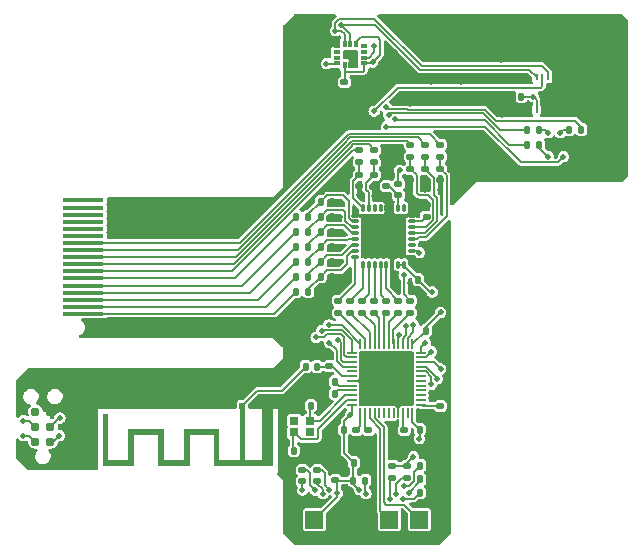
<source format=gtl>
G04 #@! TF.GenerationSoftware,KiCad,Pcbnew,7.0.5*
G04 #@! TF.CreationDate,2023-09-01T13:21:59+02:00*
G04 #@! TF.ProjectId,R1S_NRF,5231535f-4e52-4462-9e6b-696361645f70,v02*
G04 #@! TF.SameCoordinates,Original*
G04 #@! TF.FileFunction,Copper,L1,Top*
G04 #@! TF.FilePolarity,Positive*
%FSLAX46Y46*%
G04 Gerber Fmt 4.6, Leading zero omitted, Abs format (unit mm)*
G04 Created by KiCad (PCBNEW 7.0.5) date 2023-09-01 13:21:59*
%MOMM*%
%LPD*%
G01*
G04 APERTURE LIST*
G04 Aperture macros list*
%AMRoundRect*
0 Rectangle with rounded corners*
0 $1 Rounding radius*
0 $2 $3 $4 $5 $6 $7 $8 $9 X,Y pos of 4 corners*
0 Add a 4 corners polygon primitive as box body*
4,1,4,$2,$3,$4,$5,$6,$7,$8,$9,$2,$3,0*
0 Add four circle primitives for the rounded corners*
1,1,$1+$1,$2,$3*
1,1,$1+$1,$4,$5*
1,1,$1+$1,$6,$7*
1,1,$1+$1,$8,$9*
0 Add four rect primitives between the rounded corners*
20,1,$1+$1,$2,$3,$4,$5,0*
20,1,$1+$1,$4,$5,$6,$7,0*
20,1,$1+$1,$6,$7,$8,$9,0*
20,1,$1+$1,$8,$9,$2,$3,0*%
G04 Aperture macros list end*
G04 #@! TA.AperFunction,SMDPad,CuDef*
%ADD10RoundRect,0.007500X-0.292500X-0.117500X0.292500X-0.117500X0.292500X0.117500X-0.292500X0.117500X0*%
G04 #@! TD*
G04 #@! TA.AperFunction,SMDPad,CuDef*
%ADD11RoundRect,0.017500X-0.107500X-0.282500X0.107500X-0.282500X0.107500X0.282500X-0.107500X0.282500X0*%
G04 #@! TD*
G04 #@! TA.AperFunction,ComponentPad*
%ADD12C,0.400000*%
G04 #@! TD*
G04 #@! TA.AperFunction,SMDPad,CuDef*
%ADD13R,2.100000X2.100000*%
G04 #@! TD*
G04 #@! TA.AperFunction,SMDPad,CuDef*
%ADD14RoundRect,0.147500X-0.172500X0.147500X-0.172500X-0.147500X0.172500X-0.147500X0.172500X0.147500X0*%
G04 #@! TD*
G04 #@! TA.AperFunction,ComponentPad*
%ADD15R,3.500000X0.300000*%
G04 #@! TD*
G04 #@! TA.AperFunction,SMDPad,CuDef*
%ADD16RoundRect,0.050000X0.362500X0.050000X-0.362500X0.050000X-0.362500X-0.050000X0.362500X-0.050000X0*%
G04 #@! TD*
G04 #@! TA.AperFunction,SMDPad,CuDef*
%ADD17RoundRect,0.050000X0.050000X0.362500X-0.050000X0.362500X-0.050000X-0.362500X0.050000X-0.362500X0*%
G04 #@! TD*
G04 #@! TA.AperFunction,ComponentPad*
%ADD18C,0.500000*%
G04 #@! TD*
G04 #@! TA.AperFunction,SMDPad,CuDef*
%ADD19R,4.100000X4.100000*%
G04 #@! TD*
G04 #@! TA.AperFunction,SMDPad,CuDef*
%ADD20R,1.500000X1.500000*%
G04 #@! TD*
G04 #@! TA.AperFunction,SMDPad,CuDef*
%ADD21RoundRect,0.135000X-0.135000X-0.185000X0.135000X-0.185000X0.135000X0.185000X-0.135000X0.185000X0*%
G04 #@! TD*
G04 #@! TA.AperFunction,SMDPad,CuDef*
%ADD22RoundRect,0.135000X0.135000X0.185000X-0.135000X0.185000X-0.135000X-0.185000X0.135000X-0.185000X0*%
G04 #@! TD*
G04 #@! TA.AperFunction,SMDPad,CuDef*
%ADD23RoundRect,0.140000X-0.140000X-0.170000X0.140000X-0.170000X0.140000X0.170000X-0.140000X0.170000X0*%
G04 #@! TD*
G04 #@! TA.AperFunction,SMDPad,CuDef*
%ADD24RoundRect,0.140000X0.170000X-0.140000X0.170000X0.140000X-0.170000X0.140000X-0.170000X-0.140000X0*%
G04 #@! TD*
G04 #@! TA.AperFunction,ConnectorPad*
%ADD25R,0.500000X0.500000*%
G04 #@! TD*
G04 #@! TA.AperFunction,ComponentPad*
%ADD26R,0.900000X0.500000*%
G04 #@! TD*
G04 #@! TA.AperFunction,ConnectorPad*
%ADD27C,0.787400*%
G04 #@! TD*
G04 #@! TA.AperFunction,SMDPad,CuDef*
%ADD28R,0.750000X0.700000*%
G04 #@! TD*
G04 #@! TA.AperFunction,SMDPad,CuDef*
%ADD29R,0.250000X0.550000*%
G04 #@! TD*
G04 #@! TA.AperFunction,SMDPad,CuDef*
%ADD30R,0.610000X0.350000*%
G04 #@! TD*
G04 #@! TA.AperFunction,SMDPad,CuDef*
%ADD31R,0.350000X0.610000*%
G04 #@! TD*
G04 #@! TA.AperFunction,SMDPad,CuDef*
%ADD32RoundRect,0.135000X0.185000X-0.135000X0.185000X0.135000X-0.185000X0.135000X-0.185000X-0.135000X0*%
G04 #@! TD*
G04 #@! TA.AperFunction,SMDPad,CuDef*
%ADD33RoundRect,0.140000X-0.170000X0.140000X-0.170000X-0.140000X0.170000X-0.140000X0.170000X0.140000X0*%
G04 #@! TD*
G04 #@! TA.AperFunction,SMDPad,CuDef*
%ADD34RoundRect,0.140000X0.140000X0.170000X-0.140000X0.170000X-0.140000X-0.170000X0.140000X-0.170000X0*%
G04 #@! TD*
G04 #@! TA.AperFunction,SMDPad,CuDef*
%ADD35RoundRect,0.135000X-0.185000X0.135000X-0.185000X-0.135000X0.185000X-0.135000X0.185000X0.135000X0*%
G04 #@! TD*
G04 #@! TA.AperFunction,SMDPad,CuDef*
%ADD36RoundRect,0.147500X-0.147500X-0.172500X0.147500X-0.172500X0.147500X0.172500X-0.147500X0.172500X0*%
G04 #@! TD*
G04 #@! TA.AperFunction,ViaPad*
%ADD37C,0.500000*%
G04 #@! TD*
G04 #@! TA.AperFunction,ViaPad*
%ADD38C,0.508000*%
G04 #@! TD*
G04 #@! TA.AperFunction,Conductor*
%ADD39C,0.152400*%
G04 #@! TD*
G04 #@! TA.AperFunction,Conductor*
%ADD40C,0.150000*%
G04 #@! TD*
G04 APERTURE END LIST*
G04 #@! TA.AperFunction,EtchedComponent*
G04 #@! TO.C,AE1*
G36*
X196098000Y-99384000D02*
G01*
X191098000Y-99384000D01*
X191098000Y-96744000D01*
X189098000Y-96744000D01*
X189098000Y-99384000D01*
X186398000Y-99384000D01*
X186398000Y-96744000D01*
X184398000Y-96744000D01*
X184398000Y-99384000D01*
X181698000Y-99384000D01*
X181698000Y-94944000D01*
X182198000Y-94944000D01*
X182198000Y-98884000D01*
X183898000Y-98884000D01*
X183898000Y-96244000D01*
X186898000Y-96244000D01*
X186898000Y-98884000D01*
X188598000Y-98884000D01*
X188598000Y-96244000D01*
X191598000Y-96244000D01*
X191598000Y-98884000D01*
X193298000Y-98884000D01*
X193298000Y-93984000D01*
X193798000Y-93984000D01*
X193798000Y-98884000D01*
X195198000Y-98884000D01*
X195198000Y-94242158D01*
X195499778Y-94242158D01*
X195508218Y-94290417D01*
X195525112Y-94322643D01*
X195560372Y-94355313D01*
X195605682Y-94375408D01*
X195655267Y-94381982D01*
X195703353Y-94374092D01*
X195736245Y-94357186D01*
X195771185Y-94320416D01*
X195790847Y-94275622D01*
X195795583Y-94227215D01*
X195785742Y-94179605D01*
X195761674Y-94137203D01*
X195723731Y-94104419D01*
X195715819Y-94100065D01*
X195673156Y-94087957D01*
X195624637Y-94088700D01*
X195579122Y-94101600D01*
X195560511Y-94112213D01*
X195526868Y-94147447D01*
X195506309Y-94192632D01*
X195499778Y-94242158D01*
X195198000Y-94242158D01*
X195198000Y-93984000D01*
X196098000Y-93984000D01*
X196098000Y-94227215D01*
X196098000Y-99384000D01*
G37*
G04 #@! TD.AperFunction*
G04 #@! TD*
D10*
G04 #@! TO.P,U2,1,AINCOM*
G04 #@! TO.N,GND*
X203086000Y-78146000D03*
G04 #@! TO.P,U2,2,AIN5*
G04 #@! TO.N,Net-(U2-AIN5)*
X203086000Y-78646000D03*
G04 #@! TO.P,U2,3,AIN4*
G04 #@! TO.N,Net-(U2-AIN4)*
X203086000Y-79146000D03*
G04 #@! TO.P,U2,4,AIN3*
G04 #@! TO.N,Net-(U2-AIN3)*
X203086000Y-79646000D03*
G04 #@! TO.P,U2,5,AIN2*
G04 #@! TO.N,Net-(U2-AIN2)*
X203086000Y-80146000D03*
G04 #@! TO.P,U2,6,AIN1*
G04 #@! TO.N,Net-(U2-AIN1)*
X203086000Y-80646000D03*
G04 #@! TO.P,U2,7,AIN0*
G04 #@! TO.N,Net-(U2-AIN0)*
X203086000Y-81146000D03*
G04 #@! TO.P,U2,8,START/SYNC*
G04 #@! TO.N,Net-(U2-START{slash}SYNC)*
X203086000Y-81646000D03*
D11*
G04 #@! TO.P,U2,9,~{CS}*
G04 #@! TO.N,Net-(U2-~{CS})*
X203736000Y-82296000D03*
G04 #@! TO.P,U2,10,DIN*
G04 #@! TO.N,Net-(U2-DIN)*
X204236000Y-82296000D03*
G04 #@! TO.P,U2,11,SCLK*
G04 #@! TO.N,Net-(U2-SCLK)*
X204736000Y-82296000D03*
G04 #@! TO.P,U2,12,DOUT/~{DRDY}*
G04 #@! TO.N,Net-(U2-DOUT{slash}~{DRDY})*
X205236000Y-82296000D03*
G04 #@! TO.P,U2,13,~{DRDY}*
G04 #@! TO.N,Net-(U2-~{DRDY})*
X205736000Y-82296000D03*
G04 #@! TO.P,U2,14,DGND*
G04 #@! TO.N,GND*
X206236000Y-82296000D03*
G04 #@! TO.P,U2,15,IOVDD*
G04 #@! TO.N,+3V3*
X206736000Y-82296000D03*
G04 #@! TO.P,U2,16,DVDD*
X207236000Y-82296000D03*
D10*
G04 #@! TO.P,U2,17,CLK*
G04 #@! TO.N,GND*
X207886000Y-81646000D03*
G04 #@! TO.P,U2,18,~{RESET}*
G04 #@! TO.N,Net-(U2-~{RESET})*
X207886000Y-81146000D03*
G04 #@! TO.P,U2,19,GPIO3/AIN11*
G04 #@! TO.N,unconnected-(U2-GPIO3{slash}AIN11-Pad19)*
X207886000Y-80646000D03*
G04 #@! TO.P,U2,20,GPIO2/AIN10*
G04 #@! TO.N,Net-(U2-GPIO2{slash}AIN10)*
X207886000Y-80146000D03*
G04 #@! TO.P,U2,21,GPIO1/AIN9*
G04 #@! TO.N,Net-(U2-GPIO1{slash}AIN9)*
X207886000Y-79646000D03*
G04 #@! TO.P,U2,22,GPIO0/AIN8*
G04 #@! TO.N,Net-(U2-GPIO0{slash}AIN8)*
X207886000Y-79146000D03*
G04 #@! TO.P,U2,23,REFOUT*
G04 #@! TO.N,Net-(U2-REFOUT)*
X207886000Y-78646000D03*
G04 #@! TO.P,U2,24,REFCOM*
G04 #@! TO.N,GND*
X207886000Y-78146000D03*
D11*
G04 #@! TO.P,U2,25,NC*
G04 #@! TO.N,unconnected-(U2-NC-Pad25)*
X207236000Y-77496000D03*
G04 #@! TO.P,U2,26,AVDD*
G04 #@! TO.N,Net-(U2-AVDD)*
X206736000Y-77496000D03*
G04 #@! TO.P,U2,27,AVSS*
G04 #@! TO.N,GND*
X206236000Y-77496000D03*
G04 #@! TO.P,U2,28,AVSS*
X205736000Y-77496000D03*
G04 #@! TO.P,U2,29,REFN0*
G04 #@! TO.N,unconnected-(U2-REFN0-Pad29)*
X205236000Y-77496000D03*
G04 #@! TO.P,U2,30,REFP0*
G04 #@! TO.N,unconnected-(U2-REFP0-Pad30)*
X204736000Y-77496000D03*
G04 #@! TO.P,U2,31,REFN1/AIN7*
G04 #@! TO.N,Net-(U2-REFN1{slash}AIN7)*
X204236000Y-77496000D03*
G04 #@! TO.P,U2,32,REFP1/AIN6*
G04 #@! TO.N,Net-(U2-REFP1{slash}AIN6)*
X203736000Y-77496000D03*
D12*
G04 #@! TO.P,U2,33,THERMAL_PAD*
G04 #@! TO.N,GND*
X204686000Y-79896000D03*
X205486000Y-79096000D03*
X205486000Y-79896000D03*
D13*
X205486000Y-79896000D03*
D12*
X205486000Y-80696000D03*
X206286000Y-79896000D03*
G04 #@! TD*
D14*
G04 #@! TO.P,L2,2*
G04 #@! TO.N,Net-(U2-AVDD)*
X206756000Y-76431000D03*
G04 #@! TO.P,L2,1*
G04 #@! TO.N,+3V3*
X206756000Y-75461000D03*
G04 #@! TD*
D15*
G04 #@! TO.P,J5,1,LCD_1*
G04 #@! TO.N,Net-(J5-LCD_1)*
X180086000Y-86470000D03*
G04 #@! TO.P,J5,2,LCD_2*
G04 #@! TO.N,Net-(J5-LCD_2)*
X180086000Y-85870000D03*
G04 #@! TO.P,J5,3,LCD_3*
G04 #@! TO.N,Net-(J5-LCD_3)*
X180086000Y-85270000D03*
G04 #@! TO.P,J5,4,LCD_4*
G04 #@! TO.N,Net-(J5-LCD_4)*
X180086000Y-84670000D03*
G04 #@! TO.P,J5,5,LCD_5*
G04 #@! TO.N,Net-(J5-LCD_5)*
X180086000Y-84070000D03*
G04 #@! TO.P,J5,6,LCD_6*
G04 #@! TO.N,Net-(J5-LCD_6)*
X180086000Y-83470000D03*
G04 #@! TO.P,J5,7,LCD_7*
G04 #@! TO.N,Net-(J5-LCD_7)*
X180086000Y-82870000D03*
G04 #@! TO.P,J5,8,LCD_8*
G04 #@! TO.N,Net-(J5-LCD_8)*
X180086000Y-82270000D03*
G04 #@! TO.P,J5,9,LCD_9*
G04 #@! TO.N,Net-(J5-LCD_9)*
X180086000Y-81670000D03*
G04 #@! TO.P,J5,10,LCD_10*
G04 #@! TO.N,Net-(J5-LCD_10)*
X180086000Y-81070000D03*
G04 #@! TO.P,J5,11,LCD_11*
G04 #@! TO.N,Net-(J5-LCD_11)*
X180086000Y-80470000D03*
G04 #@! TO.P,J5,12,LCD_12*
G04 #@! TO.N,unconnected-(J5-LCD_12-Pad12)*
X180086000Y-79870000D03*
G04 #@! TO.P,J5,13,LCD_13*
G04 #@! TO.N,unconnected-(J5-LCD_13-Pad13)*
X180086000Y-79270000D03*
G04 #@! TO.P,J5,14,LCD_14*
G04 #@! TO.N,unconnected-(J5-LCD_14-Pad14)*
X180086000Y-78670000D03*
G04 #@! TO.P,J5,15,LCD_15*
G04 #@! TO.N,unconnected-(J5-LCD_15-Pad15)*
X180086000Y-78070000D03*
G04 #@! TO.P,J5,16,LCD_16*
G04 #@! TO.N,unconnected-(J5-LCD_16-Pad16)*
X180086000Y-77470000D03*
G04 #@! TO.P,J5,17,LCD_17*
G04 #@! TO.N,unconnected-(J5-LCD_17-Pad17)*
X180086000Y-76870000D03*
G04 #@! TD*
D16*
G04 #@! TO.P,U1,1,DEC1*
G04 #@! TO.N,Net-(U1-DEC1)*
X208677500Y-94148000D03*
G04 #@! TO.P,U1,2,P0.00/XL1*
G04 #@! TO.N,unconnected-(U1-P0.00{slash}XL1-Pad2)*
X208677500Y-93748000D03*
G04 #@! TO.P,U1,3,P0.01/XL2*
G04 #@! TO.N,unconnected-(U1-P0.01{slash}XL2-Pad3)*
X208677500Y-93348000D03*
G04 #@! TO.P,U1,4,P0.02/AIN0*
G04 #@! TO.N,unconnected-(U1-P0.02{slash}AIN0-Pad4)*
X208677500Y-92948000D03*
G04 #@! TO.P,U1,5,P0.03/AIN1*
G04 #@! TO.N,unconnected-(U1-P0.03{slash}AIN1-Pad5)*
X208677500Y-92548000D03*
G04 #@! TO.P,U1,6,P0.04/AIN2*
G04 #@! TO.N,unconnected-(U1-P0.04{slash}AIN2-Pad6)*
X208677500Y-92148000D03*
G04 #@! TO.P,U1,7,P0.05/AIN3*
G04 #@! TO.N,unconnected-(U1-P0.05{slash}AIN3-Pad7)*
X208677500Y-91748000D03*
G04 #@! TO.P,U1,8,P0.06*
G04 #@! TO.N,/~{RES}*
X208677500Y-91348000D03*
G04 #@! TO.P,U1,9,P0.07*
G04 #@! TO.N,/SCL*
X208677500Y-90948000D03*
G04 #@! TO.P,U1,10,P0.08*
G04 #@! TO.N,/SDA*
X208677500Y-90548000D03*
G04 #@! TO.P,U1,11,NFC1/P0.09*
G04 #@! TO.N,/COMM*
X208677500Y-90148000D03*
G04 #@! TO.P,U1,12,NFC2/P0.10*
G04 #@! TO.N,/B*
X208677500Y-89748000D03*
D17*
G04 #@! TO.P,U1,13,VDD*
G04 #@! TO.N,+3V3*
X207940000Y-89010500D03*
G04 #@! TO.P,U1,14,P0.11*
G04 #@! TO.N,/G*
X207540000Y-89010500D03*
G04 #@! TO.P,U1,15,P0.12*
G04 #@! TO.N,/R*
X207140000Y-89010500D03*
G04 #@! TO.P,U1,16,P0.13*
G04 #@! TO.N,/DVI*
X206740000Y-89010500D03*
G04 #@! TO.P,U1,17,P0.14*
G04 #@! TO.N,/~{RST}*
X206340000Y-89010500D03*
G04 #@! TO.P,U1,18,P0.15*
G04 #@! TO.N,/~{DRDY}*
X205940000Y-89010500D03*
G04 #@! TO.P,U1,19,P0.16*
G04 #@! TO.N,/DOUT*
X205540000Y-89010500D03*
G04 #@! TO.P,U1,20,P0.17*
G04 #@! TO.N,/SCLK*
X205140000Y-89010500D03*
G04 #@! TO.P,U1,21,P0.18/SWO*
G04 #@! TO.N,/DIN*
X204740000Y-89010500D03*
G04 #@! TO.P,U1,22,P0.19*
G04 #@! TO.N,/~{CS}*
X204340000Y-89010500D03*
G04 #@! TO.P,U1,23,P0.20*
G04 #@! TO.N,/S_SYNC*
X203940000Y-89010500D03*
G04 #@! TO.P,U1,24,P0.21/~{RESET}*
G04 #@! TO.N,/RST*
X203540000Y-89010500D03*
D16*
G04 #@! TO.P,U1,25,SWDCLK*
G04 #@! TO.N,/SWDCLK*
X202802500Y-89748000D03*
G04 #@! TO.P,U1,26,SWDIO*
G04 #@! TO.N,/SWDIO*
X202802500Y-90148000D03*
G04 #@! TO.P,U1,27,P0.22*
G04 #@! TO.N,/INT1*
X202802500Y-90548000D03*
G04 #@! TO.P,U1,28,P0.23*
G04 #@! TO.N,/INT2*
X202802500Y-90948000D03*
G04 #@! TO.P,U1,29,P0.24*
G04 #@! TO.N,unconnected-(U1-P0.24-Pad29)*
X202802500Y-91348000D03*
G04 #@! TO.P,U1,30,ANT*
G04 #@! TO.N,Net-(U1-ANT)*
X202802500Y-91748000D03*
G04 #@! TO.P,U1,31,VSS*
G04 #@! TO.N,GND*
X202802500Y-92148000D03*
G04 #@! TO.P,U1,32,DEC2*
G04 #@! TO.N,Net-(U1-DEC2)*
X202802500Y-92548000D03*
G04 #@! TO.P,U1,33,DEC3*
G04 #@! TO.N,Net-(U1-DEC3)*
X202802500Y-92948000D03*
G04 #@! TO.P,U1,34,XC1*
G04 #@! TO.N,Net-(U1-XC1)*
X202802500Y-93348000D03*
G04 #@! TO.P,U1,35,XC2*
G04 #@! TO.N,Net-(U1-XC2)*
X202802500Y-93748000D03*
G04 #@! TO.P,U1,36,VDD*
G04 #@! TO.N,+3V3*
X202802500Y-94148000D03*
D17*
G04 #@! TO.P,U1,37,P0.25*
G04 #@! TO.N,Net-(U1-P0.25)*
X203540000Y-94885500D03*
G04 #@! TO.P,U1,38,P0.26*
G04 #@! TO.N,Net-(U1-P0.26)*
X203940000Y-94885500D03*
G04 #@! TO.P,U1,39,P0.27*
G04 #@! TO.N,/S1*
X204340000Y-94885500D03*
G04 #@! TO.P,U1,40,P0.28/AIN4*
G04 #@! TO.N,/S2*
X204740000Y-94885500D03*
G04 #@! TO.P,U1,41,P0.29/AIN5*
G04 #@! TO.N,unconnected-(U1-P0.29{slash}AIN5-Pad41)*
X205140000Y-94885500D03*
G04 #@! TO.P,U1,42,P0.30/AIN6*
G04 #@! TO.N,unconnected-(U1-P0.30{slash}AIN6-Pad42)*
X205540000Y-94885500D03*
G04 #@! TO.P,U1,43,P0.31/AIN7*
G04 #@! TO.N,unconnected-(U1-P0.31{slash}AIN7-Pad43)*
X205940000Y-94885500D03*
G04 #@! TO.P,U1,44,NC*
G04 #@! TO.N,unconnected-(U1-NC-Pad44)*
X206340000Y-94885500D03*
G04 #@! TO.P,U1,45,VSS*
G04 #@! TO.N,GND*
X206740000Y-94885500D03*
G04 #@! TO.P,U1,46,DEC4*
G04 #@! TO.N,Net-(U1-DEC4)*
X207140000Y-94885500D03*
G04 #@! TO.P,U1,47,DCC*
G04 #@! TO.N,unconnected-(U1-DCC-Pad47)*
X207540000Y-94885500D03*
G04 #@! TO.P,U1,48,VDD*
G04 #@! TO.N,+3V3*
X207940000Y-94885500D03*
D18*
G04 #@! TO.P,U1,49,VSS*
G04 #@! TO.N,GND*
X207540000Y-93748000D03*
X207540000Y-92548000D03*
X207540000Y-91348000D03*
X207540000Y-90148000D03*
X206340000Y-93748000D03*
X206340000Y-92548000D03*
X206340000Y-91348000D03*
X206340000Y-90148000D03*
D19*
X205740000Y-91948000D03*
D18*
X205140000Y-93748000D03*
X205140000Y-92548000D03*
X205140000Y-91348000D03*
X205140000Y-90148000D03*
X203940000Y-93748000D03*
X203940000Y-92548000D03*
X203940000Y-91348000D03*
X203940000Y-90148000D03*
G04 #@! TD*
D20*
G04 #@! TO.P,J3,1,1*
G04 #@! TO.N,+3V3*
X199644000Y-103886000D03*
G04 #@! TO.P,J3,2,2*
G04 #@! TO.N,GND*
X202184000Y-103886000D03*
G04 #@! TD*
G04 #@! TO.P,J2,1,1*
G04 #@! TO.N,/S1*
X205994000Y-103886000D03*
G04 #@! TO.P,J2,2,2*
G04 #@! TO.N,/S2*
X208534000Y-103886000D03*
G04 #@! TD*
D21*
G04 #@! TO.P,R25,1*
G04 #@! TO.N,/B*
X217676000Y-72136000D03*
G04 #@! TO.P,R25,2*
G04 #@! TO.N,Net-(D1-B)*
X218696000Y-72136000D03*
G04 #@! TD*
G04 #@! TO.P,R24,1*
G04 #@! TO.N,/G*
X217676000Y-70866000D03*
G04 #@! TO.P,R24,2*
G04 #@! TO.N,Net-(D1-G)*
X218696000Y-70866000D03*
G04 #@! TD*
D22*
G04 #@! TO.P,R23,1*
G04 #@! TO.N,/R*
X222252000Y-70866000D03*
G04 #@! TO.P,R23,2*
G04 #@! TO.N,Net-(D1-R)*
X221232000Y-70866000D03*
G04 #@! TD*
D23*
G04 #@! TO.P,C34,1*
G04 #@! TO.N,GND*
X216210000Y-68072000D03*
G04 #@! TO.P,C34,2*
G04 #@! TO.N,+3V3*
X217170000Y-68072000D03*
G04 #@! TD*
D24*
G04 #@! TO.P,C33,1*
G04 #@! TO.N,GND*
X202184000Y-67790000D03*
G04 #@! TO.P,C33,2*
G04 #@! TO.N,+3V3*
X202184000Y-66830000D03*
G04 #@! TD*
D25*
G04 #@! TO.P,AE1,1,A*
G04 #@! TO.N,Net-(AE1-A)*
X193548000Y-94234000D03*
D26*
G04 #@! TO.P,AE1,2,Shield*
G04 #@! TO.N,GND*
X195648000Y-94234000D03*
G04 #@! TD*
D27*
G04 #@! TO.P,J1,1,VCC*
G04 #@! TO.N,+3V3*
X177292000Y-97282000D03*
G04 #@! TO.P,J1,2,SWDIO*
G04 #@! TO.N,/SWDIO*
X176022000Y-97282000D03*
G04 #@! TO.P,J1,3,~{RESET}*
G04 #@! TO.N,/RST*
X177292000Y-96012000D03*
G04 #@! TO.P,J1,4,SWCLK*
G04 #@! TO.N,/SWDCLK*
X176022000Y-96012000D03*
G04 #@! TO.P,J1,5,GND*
G04 #@! TO.N,GND*
X177292000Y-94742000D03*
G04 #@! TO.P,J1,6,SWO*
G04 #@! TO.N,unconnected-(J1-SWO-Pad6)*
X176022000Y-94742000D03*
G04 #@! TD*
D28*
G04 #@! TO.P,Y1,1*
G04 #@! TO.N,Net-(U1-XC2)*
X197953000Y-96512000D03*
G04 #@! TO.P,Y1,2*
G04 #@! TO.N,N/C*
X199303000Y-96512000D03*
G04 #@! TO.P,Y1,3*
G04 #@! TO.N,Net-(U1-XC1)*
X199303000Y-95512000D03*
G04 #@! TO.P,Y1,4*
G04 #@! TO.N,N/C*
X197953000Y-95512000D03*
G04 #@! TD*
D29*
G04 #@! TO.P,U4,1,VCC*
G04 #@! TO.N,+3V3*
X218448000Y-69193000D03*
G04 #@! TO.P,U4,2,ADDR*
G04 #@! TO.N,GND*
X218948000Y-69193000D03*
G04 #@! TO.P,U4,3,GND*
X219448000Y-69193000D03*
G04 #@! TO.P,U4,4,SDA*
G04 #@! TO.N,/SDA*
X219448000Y-66443000D03*
G04 #@! TO.P,U4,5,DVI*
G04 #@! TO.N,/DVI*
X218948000Y-66443000D03*
G04 #@! TO.P,U4,6,SCL*
G04 #@! TO.N,/SCL*
X218448000Y-66443000D03*
G04 #@! TD*
D30*
G04 #@! TO.P,U3,1,SDO/SA0*
G04 #@! TO.N,GND*
X201532000Y-63766000D03*
G04 #@! TO.P,U3,2,SDX*
G04 #@! TO.N,unconnected-(U3-SDX-Pad2)*
X201532000Y-64266000D03*
G04 #@! TO.P,U3,3,SCX*
G04 #@! TO.N,unconnected-(U3-SCX-Pad3)*
X201532000Y-64766000D03*
G04 #@! TO.P,U3,4,INT1*
G04 #@! TO.N,/INT1*
X201532000Y-65266000D03*
D31*
G04 #@! TO.P,U3,5,VDDIO*
G04 #@! TO.N,+3V3*
X202192000Y-65426000D03*
G04 #@! TO.P,U3,6,GND*
G04 #@! TO.N,GND*
X202692000Y-65426000D03*
G04 #@! TO.P,U3,7,GND*
X203192000Y-65426000D03*
D30*
G04 #@! TO.P,U3,8,VDD*
G04 #@! TO.N,+3V3*
X203852000Y-65266000D03*
G04 #@! TO.P,U3,9,INT2*
G04 #@! TO.N,/INT2*
X203852000Y-64766000D03*
G04 #@! TO.P,U3,10,OCS_AUX*
G04 #@! TO.N,unconnected-(U3-OCS_AUX-Pad10)*
X203852000Y-64266000D03*
G04 #@! TO.P,U3,11,SDO_AUX*
G04 #@! TO.N,unconnected-(U3-SDO_AUX-Pad11)*
X203852000Y-63766000D03*
D31*
G04 #@! TO.P,U3,12,CS*
G04 #@! TO.N,+3V3*
X203192000Y-63606000D03*
G04 #@! TO.P,U3,13,SCL*
G04 #@! TO.N,/SCL*
X202692000Y-63606000D03*
G04 #@! TO.P,U3,14,SDA*
G04 #@! TO.N,/SDA*
X202192000Y-63606000D03*
G04 #@! TD*
D32*
G04 #@! TO.P,R22,1*
G04 #@! TO.N,Net-(U2-GPIO1{slash}AIN9)*
X209042000Y-73154000D03*
G04 #@! TO.P,R22,2*
G04 #@! TO.N,Net-(J5-LCD_10)*
X209042000Y-72134000D03*
G04 #@! TD*
G04 #@! TO.P,R21,1*
G04 #@! TO.N,Net-(U2-GPIO2{slash}AIN10)*
X210312000Y-73154000D03*
G04 #@! TO.P,R21,2*
G04 #@! TO.N,Net-(J5-LCD_11)*
X210312000Y-72134000D03*
G04 #@! TD*
G04 #@! TO.P,R20,1*
G04 #@! TO.N,Net-(U2-GPIO0{slash}AIN8)*
X207772000Y-73154000D03*
G04 #@! TO.P,R20,2*
G04 #@! TO.N,Net-(J5-LCD_9)*
X207772000Y-72134000D03*
G04 #@! TD*
G04 #@! TO.P,R19,1*
G04 #@! TO.N,Net-(U2-REFN1{slash}AIN7)*
X204724000Y-73647000D03*
G04 #@! TO.P,R19,2*
G04 #@! TO.N,Net-(J5-LCD_8)*
X204724000Y-72627000D03*
G04 #@! TD*
D22*
G04 #@! TO.P,R18,1*
G04 #@! TO.N,Net-(U2-AIN0)*
X199138000Y-84582000D03*
G04 #@! TO.P,R18,2*
G04 #@! TO.N,Net-(J5-LCD_1)*
X198118000Y-84582000D03*
G04 #@! TD*
G04 #@! TO.P,R17,1*
G04 #@! TO.N,Net-(U2-AIN2)*
X199138000Y-82042000D03*
G04 #@! TO.P,R17,2*
G04 #@! TO.N,Net-(J5-LCD_3)*
X198118000Y-82042000D03*
G04 #@! TD*
G04 #@! TO.P,R16,1*
G04 #@! TO.N,Net-(U2-AIN4)*
X199138000Y-79502000D03*
G04 #@! TO.P,R16,2*
G04 #@! TO.N,Net-(J5-LCD_5)*
X198118000Y-79502000D03*
G04 #@! TD*
D32*
G04 #@! TO.P,R15,1*
G04 #@! TO.N,Net-(U2-REFP1{slash}AIN6)*
X203454000Y-73647000D03*
G04 #@! TO.P,R15,2*
G04 #@! TO.N,Net-(J5-LCD_7)*
X203454000Y-72627000D03*
G04 #@! TD*
D22*
G04 #@! TO.P,R14,1*
G04 #@! TO.N,Net-(U2-AIN1)*
X199138000Y-83312000D03*
G04 #@! TO.P,R14,2*
G04 #@! TO.N,Net-(J5-LCD_2)*
X198118000Y-83312000D03*
G04 #@! TD*
G04 #@! TO.P,R13,1*
G04 #@! TO.N,Net-(U2-AIN3)*
X199138000Y-80772000D03*
G04 #@! TO.P,R13,2*
G04 #@! TO.N,Net-(J5-LCD_4)*
X198118000Y-80772000D03*
G04 #@! TD*
G04 #@! TO.P,R12,1*
G04 #@! TO.N,Net-(U2-AIN5)*
X199138000Y-78232000D03*
G04 #@! TO.P,R12,2*
G04 #@! TO.N,Net-(J5-LCD_6)*
X198118000Y-78232000D03*
G04 #@! TD*
D33*
G04 #@! TO.P,C32,1*
G04 #@! TO.N,Net-(U2-GPIO1{slash}AIN9)*
X209042000Y-74196000D03*
G04 #@! TO.P,C32,2*
G04 #@! TO.N,GND*
X209042000Y-75156000D03*
G04 #@! TD*
G04 #@! TO.P,C31,1*
G04 #@! TO.N,Net-(U2-REFN1{slash}AIN7)*
X204724000Y-74689000D03*
G04 #@! TO.P,C31,2*
G04 #@! TO.N,GND*
X204724000Y-75649000D03*
G04 #@! TD*
D23*
G04 #@! TO.P,C30,1*
G04 #@! TO.N,Net-(U2-AIN5)*
X200184000Y-76962000D03*
G04 #@! TO.P,C30,2*
G04 #@! TO.N,GND*
X201144000Y-76962000D03*
G04 #@! TD*
G04 #@! TO.P,C29,1*
G04 #@! TO.N,Net-(U2-AIN3)*
X200184000Y-79502000D03*
G04 #@! TO.P,C29,2*
G04 #@! TO.N,GND*
X201144000Y-79502000D03*
G04 #@! TD*
G04 #@! TO.P,C28,1*
G04 #@! TO.N,Net-(U2-AIN1)*
X200184000Y-82042000D03*
G04 #@! TO.P,C28,2*
G04 #@! TO.N,GND*
X201144000Y-82042000D03*
G04 #@! TD*
D24*
G04 #@! TO.P,C27,1*
G04 #@! TO.N,GND*
X210312000Y-75156000D03*
G04 #@! TO.P,C27,2*
G04 #@! TO.N,Net-(U2-GPIO2{slash}AIN10)*
X210312000Y-74196000D03*
G04 #@! TD*
G04 #@! TO.P,C26,1*
G04 #@! TO.N,GND*
X207772000Y-75156000D03*
G04 #@! TO.P,C26,2*
G04 #@! TO.N,Net-(U2-GPIO0{slash}AIN8)*
X207772000Y-74196000D03*
G04 #@! TD*
G04 #@! TO.P,C25,1*
G04 #@! TO.N,GND*
X203454000Y-75649000D03*
G04 #@! TO.P,C25,2*
G04 #@! TO.N,Net-(U2-REFP1{slash}AIN6)*
X203454000Y-74689000D03*
G04 #@! TD*
D34*
G04 #@! TO.P,C24,1*
G04 #@! TO.N,GND*
X201116000Y-78232000D03*
G04 #@! TO.P,C24,2*
G04 #@! TO.N,Net-(U2-AIN4)*
X200156000Y-78232000D03*
G04 #@! TD*
G04 #@! TO.P,C23,1*
G04 #@! TO.N,GND*
X201144000Y-80772000D03*
G04 #@! TO.P,C23,2*
G04 #@! TO.N,Net-(U2-AIN2)*
X200184000Y-80772000D03*
G04 #@! TD*
G04 #@! TO.P,C16,1*
G04 #@! TO.N,GND*
X201142000Y-83312000D03*
G04 #@! TO.P,C16,2*
G04 #@! TO.N,Net-(U2-AIN0)*
X200182000Y-83312000D03*
G04 #@! TD*
D35*
G04 #@! TO.P,R4,1*
G04 #@! TO.N,+3V3*
X207518000Y-99312000D03*
G04 #@! TO.P,R4,2*
G04 #@! TO.N,/SDA*
X207518000Y-100332000D03*
G04 #@! TD*
D33*
G04 #@! TO.P,C18,1*
G04 #@! TO.N,Net-(J4-C1N)*
X199898000Y-99697600D03*
G04 #@! TO.P,C18,2*
G04 #@! TO.N,Net-(J4-C1P)*
X199898000Y-100657600D03*
G04 #@! TD*
D34*
G04 #@! TO.P,C7,1*
G04 #@! TO.N,Net-(U1-XC1)*
X199362000Y-94234000D03*
G04 #@! TO.P,C7,2*
G04 #@! TO.N,GND*
X198402000Y-94234000D03*
G04 #@! TD*
G04 #@! TO.P,C21,1*
G04 #@! TO.N,GND*
X203934000Y-99060000D03*
G04 #@! TO.P,C21,2*
G04 #@! TO.N,+3V3*
X202974000Y-99060000D03*
G04 #@! TD*
G04 #@! TO.P,C12,1*
G04 #@! TO.N,+3V3*
X202156000Y-96266000D03*
G04 #@! TO.P,C12,2*
G04 #@! TO.N,GND*
X201196000Y-96266000D03*
G04 #@! TD*
D33*
G04 #@! TO.P,C22,1*
G04 #@! TO.N,GND*
X201422000Y-99596000D03*
G04 #@! TO.P,C22,2*
G04 #@! TO.N,+3V3*
X201422000Y-100556000D03*
G04 #@! TD*
D23*
G04 #@! TO.P,C11,1*
G04 #@! TO.N,+3V3*
X209070000Y-87884000D03*
G04 #@! TO.P,C11,2*
G04 #@! TO.N,GND*
X210030000Y-87884000D03*
G04 #@! TD*
G04 #@! TO.P,C2,1*
G04 #@! TO.N,Net-(U1-XC2)*
X197894000Y-98044000D03*
G04 #@! TO.P,C2,2*
G04 #@! TO.N,GND*
X198854000Y-98044000D03*
G04 #@! TD*
D35*
G04 #@! TO.P,R8,1*
G04 #@! TO.N,Net-(U2-DIN)*
X203708000Y-85342000D03*
G04 #@! TO.P,R8,2*
G04 #@! TO.N,/DIN*
X203708000Y-86362000D03*
G04 #@! TD*
D23*
G04 #@! TO.P,C20,1*
G04 #@! TO.N,Net-(J4-VCOMH)*
X208612800Y-99314000D03*
G04 #@! TO.P,C20,2*
G04 #@! TO.N,GND*
X209572800Y-99314000D03*
G04 #@! TD*
D33*
G04 #@! TO.P,C17,1*
G04 #@! TO.N,Net-(J4-C2N)*
X198628000Y-99697600D03*
G04 #@! TO.P,C17,2*
G04 #@! TO.N,Net-(J4-C2P)*
X198628000Y-100657600D03*
G04 #@! TD*
D24*
G04 #@! TO.P,C15,1*
G04 #@! TO.N,Net-(U2-REFOUT)*
X209139600Y-78232000D03*
G04 #@! TO.P,C15,2*
G04 #@! TO.N,GND*
X209139600Y-77272000D03*
G04 #@! TD*
G04 #@! TO.P,C10,1*
G04 #@! TO.N,Net-(U1-ANT)*
X200914000Y-90904000D03*
G04 #@! TO.P,C10,2*
G04 #@! TO.N,GND*
X200914000Y-89944000D03*
G04 #@! TD*
G04 #@! TO.P,C9,1*
G04 #@! TO.N,GND*
X204216000Y-97254000D03*
G04 #@! TO.P,C9,2*
G04 #@! TO.N,Net-(U1-P0.26)*
X204216000Y-96294000D03*
G04 #@! TD*
G04 #@! TO.P,C8,1*
G04 #@! TO.N,GND*
X203200000Y-97254000D03*
G04 #@! TO.P,C8,2*
G04 #@! TO.N,Net-(U1-P0.25)*
X203200000Y-96294000D03*
G04 #@! TD*
D35*
G04 #@! TO.P,R11,1*
G04 #@! TO.N,Net-(U2-START{slash}SYNC)*
X201676000Y-85342000D03*
G04 #@! TO.P,R11,2*
G04 #@! TO.N,/S_SYNC*
X201676000Y-86362000D03*
G04 #@! TD*
G04 #@! TO.P,R9,1*
G04 #@! TO.N,Net-(U2-~{CS})*
X202692000Y-85342000D03*
G04 #@! TO.P,R9,2*
G04 #@! TO.N,/~{CS}*
X202692000Y-86362000D03*
G04 #@! TD*
G04 #@! TO.P,R1,1*
G04 #@! TO.N,Net-(U2-~{RESET})*
X207772000Y-85342000D03*
G04 #@! TO.P,R1,2*
G04 #@! TO.N,/~{RST}*
X207772000Y-86362000D03*
G04 #@! TD*
D34*
G04 #@! TO.P,C13,2*
G04 #@! TO.N,+3V3*
X208405600Y-83566000D03*
G04 #@! TO.P,C13,1*
G04 #@! TO.N,GND*
X209365600Y-83566000D03*
G04 #@! TD*
D33*
G04 #@! TO.P,C14,1*
G04 #@! TO.N,GND*
X205740000Y-74704000D03*
G04 #@! TO.P,C14,2*
G04 #@! TO.N,Net-(U2-AVDD)*
X205740000Y-75664000D03*
G04 #@! TD*
D21*
G04 #@! TO.P,R2,1*
G04 #@! TO.N,Net-(J4-IREF)*
X208582800Y-101600000D03*
G04 #@! TO.P,R2,2*
G04 #@! TO.N,GND*
X209602800Y-101600000D03*
G04 #@! TD*
D23*
G04 #@! TO.P,C1,1*
G04 #@! TO.N,+3V3*
X208562000Y-96266000D03*
G04 #@! TO.P,C1,2*
G04 #@! TO.N,GND*
X209522000Y-96266000D03*
G04 #@! TD*
G04 #@! TO.P,C19,1*
G04 #@! TO.N,Net-(C19-Pad1)*
X208612800Y-100482400D03*
G04 #@! TO.P,C19,2*
G04 #@! TO.N,GND*
X209572800Y-100482400D03*
G04 #@! TD*
D35*
G04 #@! TO.P,R3,1*
G04 #@! TO.N,Net-(U2-SCLK)*
X204724000Y-85342000D03*
G04 #@! TO.P,R3,2*
G04 #@! TO.N,/SCLK*
X204724000Y-86362000D03*
G04 #@! TD*
D33*
G04 #@! TO.P,C3,1*
G04 #@! TO.N,Net-(U1-DEC4)*
X207264000Y-96294000D03*
G04 #@! TO.P,C3,2*
G04 #@! TO.N,GND*
X207264000Y-97254000D03*
G04 #@! TD*
D35*
G04 #@! TO.P,R7,1*
G04 #@! TO.N,Net-(U2-~{DRDY})*
X206756000Y-85342000D03*
G04 #@! TO.P,R7,2*
G04 #@! TO.N,/~{DRDY}*
X206756000Y-86362000D03*
G04 #@! TD*
G04 #@! TO.P,R6,1*
G04 #@! TO.N,Net-(U2-DOUT{slash}~{DRDY})*
X205740000Y-85342000D03*
G04 #@! TO.P,R6,2*
G04 #@! TO.N,/DOUT*
X205740000Y-86362000D03*
G04 #@! TD*
D34*
G04 #@! TO.P,C5,1*
G04 #@! TO.N,Net-(U1-DEC2)*
X201394000Y-92202000D03*
G04 #@! TO.P,C5,2*
G04 #@! TO.N,GND*
X200434000Y-92202000D03*
G04 #@! TD*
D36*
G04 #@! TO.P,L1,1,1*
G04 #@! TO.N,Net-(AE1-A)*
X198905000Y-90932000D03*
G04 #@! TO.P,L1,2,2*
G04 #@! TO.N,Net-(U1-ANT)*
X199875000Y-90932000D03*
G04 #@! TD*
D33*
G04 #@! TO.P,C4,1*
G04 #@! TO.N,Net-(U1-DEC1)*
X210312000Y-94262000D03*
G04 #@! TO.P,C4,2*
G04 #@! TO.N,GND*
X210312000Y-95222000D03*
G04 #@! TD*
D34*
G04 #@! TO.P,C6,1*
G04 #@! TO.N,Net-(U1-DEC3)*
X201394000Y-93218000D03*
G04 #@! TO.P,C6,2*
G04 #@! TO.N,GND*
X200434000Y-93218000D03*
G04 #@! TD*
D21*
G04 #@! TO.P,R10,1*
G04 #@! TO.N,+3V3*
X202944000Y-100584000D03*
G04 #@! TO.P,R10,2*
G04 #@! TO.N,/~{RES}*
X203964000Y-100584000D03*
G04 #@! TD*
D35*
G04 #@! TO.P,R5,1*
G04 #@! TO.N,+3V3*
X206248000Y-99312000D03*
G04 #@! TO.P,R5,2*
G04 #@! TO.N,/SCL*
X206248000Y-100332000D03*
G04 #@! TD*
D37*
G04 #@! TO.N,+3V3*
X206867135Y-74310865D03*
G04 #@! TO.N,GND*
X204978000Y-66802000D03*
X203962000Y-69342000D03*
X203200000Y-67818000D03*
X200412046Y-64278366D03*
G04 #@! TO.N,/INT1*
X200660000Y-65278000D03*
G04 #@! TO.N,/INT2*
X200914000Y-88900000D03*
G04 #@! TO.N,/INT1*
X201676012Y-88646017D03*
D38*
G04 #@! TO.N,GND*
X204470000Y-102362000D03*
G04 #@! TO.N,/COMM*
X220726000Y-73152000D03*
G04 #@! TO.N,Net-(D1-B)*
X219456000Y-73151988D03*
G04 #@! TO.N,Net-(D1-R)*
X220446687Y-71145309D03*
G04 #@! TO.N,Net-(D1-G)*
X219456000Y-71120000D03*
G04 #@! TO.N,/B*
X206459320Y-69975574D03*
G04 #@! TO.N,/COMM*
X205740000Y-70612000D03*
X209550000Y-89662000D03*
G04 #@! TO.N,/B*
X209042000Y-88900000D03*
G04 #@! TO.N,/G*
X205918679Y-69600508D03*
G04 #@! TO.N,/R*
X205698382Y-68980478D03*
G04 #@! TO.N,GND*
X207721200Y-83829935D03*
G04 #@! TO.N,/G*
X208026000Y-87376000D03*
G04 #@! TO.N,/R*
X207352291Y-87464291D03*
G04 #@! TO.N,/DVI*
X204690877Y-69308877D03*
X206782009Y-88230639D03*
G04 #@! TO.N,+3V3*
X218186000Y-68072000D03*
G04 #@! TO.N,GND*
X220218000Y-62992000D03*
X223774000Y-66040000D03*
X212090000Y-66827400D03*
X212598000Y-74168000D03*
X212598000Y-71120000D03*
X215557212Y-69621400D03*
X222504000Y-68580000D03*
X213614000Y-68580000D03*
X216916000Y-63500000D03*
X211836000Y-62738000D03*
X222250000Y-69596000D03*
X213360000Y-73152000D03*
X223774000Y-71628000D03*
X221488000Y-64516000D03*
X215479250Y-64998600D03*
X214884000Y-68580000D03*
X215138000Y-72898000D03*
X199390000Y-61722000D03*
X198882000Y-64008000D03*
X206455961Y-64313513D03*
X209550000Y-66827400D03*
X210566000Y-80010000D03*
X198374000Y-73406000D03*
X183642000Y-78994000D03*
X186944000Y-79502000D03*
X192532000Y-77724000D03*
X188722000Y-87884000D03*
X194056000Y-87630000D03*
X185928000Y-87884000D03*
X191262000Y-87884000D03*
X200914000Y-84328000D03*
X200152000Y-85852000D03*
X209804000Y-102616000D03*
X209804000Y-98044000D03*
X202438000Y-102362000D03*
X198374000Y-92456000D03*
X197358000Y-93726000D03*
X193040000Y-93218000D03*
X189230000Y-93218000D03*
X179070000Y-91948000D03*
X185928000Y-93033000D03*
X179832000Y-97790000D03*
X198628000Y-86868000D03*
X195326000Y-87630000D03*
X184404000Y-87630000D03*
X189738000Y-78740000D03*
X185420000Y-78486000D03*
X209575400Y-85598000D03*
G04 #@! TO.N,/SDA*
X201422000Y-62484000D03*
G04 #@! TO.N,/SCL*
X201929995Y-61976005D03*
G04 #@! TO.N,/INT2*
X204724000Y-63754000D03*
G04 #@! TO.N,+3V3*
X204582810Y-65160627D03*
G04 #@! TO.N,GND*
X202779250Y-64428750D03*
G04 #@! TO.N,/SDA*
X210337400Y-91136134D03*
G04 #@! TO.N,/SCL*
X210032600Y-91948000D03*
G04 #@! TO.N,/~{RES}*
X209550000Y-92442984D03*
G04 #@! TO.N,/SWDCLK*
X175006000Y-95504006D03*
G04 #@! TO.N,/SWDIO*
X175006000Y-96773994D03*
G04 #@! TO.N,+3V3*
X178054012Y-96774000D03*
G04 #@! TO.N,/RST*
X178093750Y-95289750D03*
G04 #@! TO.N,GND*
X201676000Y-75438000D03*
X206783800Y-72644000D03*
X206783800Y-73451382D03*
X209042000Y-75946000D03*
X210312000Y-75946000D03*
X207772000Y-75946000D03*
X204724000Y-76454000D03*
X203439245Y-76434550D03*
X201769962Y-76962000D03*
X201769962Y-78232000D03*
X201769962Y-79502000D03*
X201769962Y-80772000D03*
X201769962Y-82042000D03*
X201769962Y-83312000D03*
G04 #@! TO.N,+3V3*
X209611476Y-84618076D03*
X208026000Y-98552000D03*
X202692000Y-94996000D03*
X208534000Y-97028000D03*
X210322302Y-86349698D03*
G04 #@! TO.N,GND*
X208416050Y-76923550D03*
G04 #@! TO.N,Net-(U2-~{RESET})*
X208534000Y-81280000D03*
X207238600Y-83192455D03*
G04 #@! TO.N,GND*
X198374000Y-66802000D03*
X200929572Y-69786072D03*
X198374000Y-71374000D03*
X207773792Y-68707000D03*
X206328610Y-66992038D03*
X208280000Y-62230000D03*
X206248000Y-61722000D03*
X197866000Y-102616000D03*
X210582153Y-64434601D03*
X205090650Y-65582800D03*
X197866000Y-99314000D03*
G04 #@! TO.N,+3V3*
X201574400Y-101650800D03*
X203454000Y-101346000D03*
G04 #@! TO.N,/SWDIO*
X199785457Y-88468307D03*
G04 #@! TO.N,/RST*
X200866132Y-87387200D03*
G04 #@! TO.N,/SWDCLK*
X200250623Y-87884000D03*
G04 #@! TO.N,Net-(J4-C2N)*
X199694800Y-101396800D03*
G04 #@! TO.N,Net-(J4-C2P)*
X198628000Y-101396800D03*
G04 #@! TO.N,Net-(J4-C1N)*
X200914000Y-101346000D03*
G04 #@! TO.N,Net-(J4-C1P)*
X200355200Y-101701600D03*
G04 #@! TO.N,Net-(C19-Pad1)*
X207665449Y-101604456D03*
G04 #@! TO.N,Net-(J4-VCOMH)*
X207212821Y-101021963D03*
G04 #@! TO.N,/~{RES}*
X204012800Y-101701600D03*
G04 #@! TO.N,/SCL*
X206019400Y-102108000D03*
G04 #@! TO.N,/SDA*
X206576939Y-101754049D03*
G04 #@! TO.N,Net-(J4-IREF)*
X207126254Y-102120635D03*
G04 #@! TD*
D39*
G04 #@! TO.N,Net-(U2-REFN1{slash}AIN7)*
X203992600Y-75946000D02*
X203992600Y-75420400D01*
X204236000Y-76189400D02*
X203992600Y-75946000D01*
X204236000Y-77496000D02*
X204236000Y-76189400D01*
X203992600Y-75420400D02*
X204724000Y-74689000D01*
D40*
G04 #@! TO.N,+3V3*
X206756000Y-74422000D02*
X206867135Y-74310865D01*
X206756000Y-75461000D02*
X206756000Y-74422000D01*
G04 #@! TO.N,Net-(U2-AVDD)*
X205989000Y-75664000D02*
X206756000Y-76431000D01*
X205740000Y-75664000D02*
X205989000Y-75664000D01*
D39*
G04 #@! TO.N,Net-(U2-GPIO0{slash}AIN8)*
X208310600Y-74734600D02*
X207772000Y-74196000D01*
X209282950Y-76440950D02*
X208520950Y-76440950D01*
X208520950Y-76440950D02*
X208310600Y-76230600D01*
X209702400Y-76860400D02*
X209282950Y-76440950D01*
X209702400Y-78500479D02*
X209702400Y-76860400D01*
X209056879Y-79146000D02*
X209702400Y-78500479D01*
X208310600Y-76230600D02*
X208310600Y-74734600D01*
X207886000Y-79146000D02*
X209056879Y-79146000D01*
D40*
G04 #@! TO.N,Net-(U2-AVDD)*
X206736000Y-76451000D02*
X206756000Y-76431000D01*
X206736000Y-77496000D02*
X206736000Y-76451000D01*
D39*
G04 #@! TO.N,/DVI*
X206689754Y-67310000D02*
X204690877Y-69308877D01*
X218838600Y-67310000D02*
X206689754Y-67310000D01*
X218948000Y-67200600D02*
X218838600Y-67310000D01*
X218948000Y-66443000D02*
X218948000Y-67200600D01*
G04 #@! TO.N,/R*
X206117585Y-69120308D02*
X205838212Y-69120308D01*
X206130653Y-69133376D02*
X206117585Y-69120308D01*
X214984104Y-70104000D02*
X214069704Y-69189600D01*
X221742000Y-70104000D02*
X214984104Y-70104000D01*
X222252000Y-70866000D02*
X222252000Y-70614000D01*
X205838212Y-69120308D02*
X205698382Y-68980478D01*
X207545998Y-69133376D02*
X206130653Y-69133376D01*
G04 #@! TO.N,/G*
X215315052Y-70866000D02*
X213943452Y-69494400D01*
G04 #@! TO.N,/B*
X206541661Y-70057915D02*
X206459320Y-69975574D01*
X214075915Y-70057915D02*
X206541661Y-70057915D01*
X216154000Y-72136000D02*
X214075915Y-70057915D01*
G04 #@! TO.N,/R*
X222252000Y-70614000D02*
X221742000Y-70104000D01*
G04 #@! TO.N,/B*
X217676000Y-72136000D02*
X216154000Y-72136000D01*
G04 #@! TO.N,/G*
X206024787Y-69494400D02*
X205918679Y-69600508D01*
X213943452Y-69494400D02*
X206024787Y-69494400D01*
G04 #@! TO.N,/R*
X207602222Y-69189600D02*
X207545998Y-69133376D01*
G04 #@! TO.N,/G*
X217676000Y-70866000D02*
X215315052Y-70866000D01*
G04 #@! TO.N,/R*
X214069704Y-69189600D02*
X207602222Y-69189600D01*
G04 #@! TO.N,Net-(J5-LCD_9)*
X207461600Y-71823600D02*
X207772000Y-72134000D01*
X202457740Y-72185608D02*
X202819748Y-71823600D01*
X202457740Y-72195948D02*
X202457740Y-72185608D01*
X192992088Y-81661600D02*
X202457740Y-72195948D01*
X180086000Y-81661600D02*
X192992088Y-81661600D01*
G04 #@! TO.N,Net-(J5-LCD_11)*
X209392000Y-71214000D02*
X210312000Y-72134000D01*
X206071106Y-71214000D02*
X209392000Y-71214000D01*
X206066306Y-71218800D02*
X206071106Y-71214000D01*
X205408894Y-71214000D02*
X205413694Y-71218800D01*
G04 #@! TO.N,Net-(J5-LCD_9)*
X202819748Y-71823600D02*
X207461600Y-71823600D01*
G04 #@! TO.N,Net-(J5-LCD_11)*
X202567244Y-71214000D02*
X205408894Y-71214000D01*
X193319644Y-80461600D02*
X202567244Y-71214000D01*
X180691600Y-80461600D02*
X193319644Y-80461600D01*
G04 #@! TO.N,Net-(J5-LCD_10)*
X206193964Y-71518800D02*
X208426800Y-71518800D01*
X206191564Y-71521200D02*
X206193964Y-71518800D01*
G04 #@! TO.N,Net-(J5-LCD_11)*
X205413694Y-71218800D02*
X206066306Y-71218800D01*
G04 #@! TO.N,Net-(J5-LCD_10)*
X205288436Y-71521200D02*
X206191564Y-71521200D01*
X202693496Y-71518800D02*
X205286036Y-71518800D01*
X205286036Y-71518800D02*
X205288436Y-71521200D01*
X193161036Y-81061600D02*
X202152940Y-72069696D01*
X202152940Y-72069696D02*
X202152940Y-72059356D01*
X180691600Y-81061600D02*
X193161036Y-81061600D01*
X208426800Y-71518800D02*
X209042000Y-72134000D01*
X202152940Y-72059356D02*
X202693496Y-71518800D01*
G04 #@! TO.N,/COMM*
X205994000Y-70612000D02*
X205740000Y-70612000D01*
X220726000Y-73152000D02*
X220243412Y-73634588D01*
X220243412Y-73634588D02*
X217144588Y-73634588D01*
X217144588Y-73634588D02*
X214122000Y-70612000D01*
X214122000Y-70612000D02*
X205994000Y-70612000D01*
D40*
G04 #@! TO.N,GND*
X206756000Y-94164000D02*
X206340000Y-93748000D01*
X206756000Y-94742000D02*
X206756000Y-94164000D01*
X206740000Y-94885500D02*
X206740000Y-94758000D01*
X206740000Y-94758000D02*
X206756000Y-94742000D01*
X203540000Y-92148000D02*
X203940000Y-92548000D01*
X202802500Y-92148000D02*
X203540000Y-92148000D01*
D39*
G04 #@! TO.N,+3V3*
X218448000Y-69193000D02*
X218448000Y-68334000D01*
X218448000Y-68334000D02*
X218186000Y-68072000D01*
X217170000Y-68072000D02*
X218186000Y-68072000D01*
G04 #@! TO.N,Net-(U1-XC2)*
X197866000Y-98016000D02*
X197866000Y-96599000D01*
X197894000Y-98044000D02*
X197866000Y-98016000D01*
X197866000Y-96599000D02*
X197953000Y-96512000D01*
D40*
G04 #@! TO.N,+3V3*
X202944000Y-100584000D02*
X202944000Y-100836000D01*
X202944000Y-100836000D02*
X203454000Y-101346000D01*
D39*
G04 #@! TO.N,/SWDIO*
X200716751Y-88169800D02*
X200418244Y-88468307D01*
X200418244Y-88468307D02*
X199785457Y-88468307D01*
X202163800Y-88460368D02*
X201873232Y-88169800D01*
X202163800Y-89915800D02*
X202163800Y-88460368D01*
X202802500Y-90148000D02*
X202396000Y-90148000D01*
X201873232Y-88169800D02*
X200716751Y-88169800D01*
X202396000Y-90148000D02*
X202163800Y-89915800D01*
D40*
G04 #@! TO.N,/INT1*
X201520000Y-65278000D02*
X201532000Y-65266000D01*
X200660000Y-65278000D02*
X201520000Y-65278000D01*
G04 #@! TO.N,/INT2*
X201562600Y-90480864D02*
X201562600Y-89548600D01*
X202029736Y-90948000D02*
X201562600Y-90480864D01*
X202802500Y-90948000D02*
X202029736Y-90948000D01*
X201562600Y-89548600D02*
X200914000Y-88900000D01*
G04 #@! TO.N,/INT1*
X201862600Y-90356600D02*
X201862600Y-88832605D01*
X202054000Y-90548000D02*
X201862600Y-90356600D01*
X202802500Y-90548000D02*
X202054000Y-90548000D01*
D39*
G04 #@! TO.N,/RST*
X201945948Y-87387200D02*
X200866132Y-87387200D01*
X203540000Y-89010500D02*
X203540000Y-88981252D01*
G04 #@! TO.N,/SWDCLK*
X200267223Y-87867400D02*
X200250623Y-87884000D01*
X202802500Y-88671410D02*
X201998490Y-87867400D01*
X202802500Y-89748000D02*
X202802500Y-88671410D01*
D40*
G04 #@! TO.N,/INT1*
X201862600Y-88832605D02*
X201676012Y-88646017D01*
D39*
G04 #@! TO.N,/RST*
X203540000Y-88981252D02*
X201945948Y-87387200D01*
G04 #@! TO.N,/SWDCLK*
X201998490Y-87867400D02*
X200267223Y-87867400D01*
G04 #@! TO.N,Net-(AE1-A)*
X194818000Y-92964000D02*
X193548000Y-94234000D01*
X196873000Y-92964000D02*
X194818000Y-92964000D01*
X198905000Y-90932000D02*
X196873000Y-92964000D01*
G04 #@! TO.N,Net-(U1-ANT)*
X201196000Y-90932000D02*
X200129000Y-90932000D01*
X202012000Y-91748000D02*
X201196000Y-90932000D01*
X202802500Y-91748000D02*
X202012000Y-91748000D01*
G04 #@! TO.N,Net-(J4-C2N)*
X198628000Y-99697600D02*
X198983600Y-99697600D01*
X198983600Y-99697600D02*
X199237600Y-99951600D01*
G04 #@! TO.N,Net-(J4-C1N)*
X200526000Y-100958000D02*
X200526000Y-99956000D01*
X200526000Y-99956000D02*
X200267600Y-99697600D01*
X200914000Y-101346000D02*
X200526000Y-100958000D01*
G04 #@! TO.N,/~{RES}*
X203964000Y-100463040D02*
X203964000Y-101652800D01*
G04 #@! TO.N,+3V3*
X201574400Y-101650800D02*
X201574400Y-101955600D01*
G04 #@! TO.N,Net-(U2-AIN0)*
X202438000Y-81550104D02*
X202842104Y-81146000D01*
X202842104Y-81146000D02*
X203086000Y-81146000D01*
X201899400Y-82773400D02*
X202438000Y-82234800D01*
X202438000Y-82234800D02*
X202438000Y-81550104D01*
X200720600Y-82773400D02*
X201899400Y-82773400D01*
X200182000Y-83312000D02*
X200720600Y-82773400D01*
G04 #@! TO.N,/INT2*
X204724000Y-63754000D02*
X204724000Y-64262000D01*
X204220000Y-64766000D02*
X204724000Y-64262000D01*
X203852000Y-64766000D02*
X204220000Y-64766000D01*
G04 #@! TO.N,/S1*
X205232000Y-96215052D02*
X204340000Y-95323052D01*
X205232000Y-103124000D02*
X205232000Y-96215052D01*
X204340000Y-95323052D02*
X204340000Y-94885500D01*
X205994000Y-103886000D02*
X205232000Y-103124000D01*
G04 #@! TO.N,/S2*
X205536800Y-96088800D02*
X204740000Y-95292000D01*
X205536800Y-102412800D02*
X205536800Y-96088800D01*
X205740000Y-102616000D02*
X205536800Y-102412800D01*
X204740000Y-95292000D02*
X204740000Y-94885500D01*
X208534000Y-103886000D02*
X207264000Y-102616000D01*
X207264000Y-102616000D02*
X205740000Y-102616000D01*
G04 #@! TO.N,Net-(J4-IREF)*
X208062165Y-102120635D02*
X207126254Y-102120635D01*
X208582800Y-101600000D02*
X208062165Y-102120635D01*
G04 #@! TO.N,/SDA*
X206576939Y-100837269D02*
X206576939Y-101754049D01*
X207082208Y-100332000D02*
X206576939Y-100837269D01*
X207518000Y-100332000D02*
X207082208Y-100332000D01*
G04 #@! TO.N,/SCL*
X206019400Y-100560600D02*
X206019400Y-102108000D01*
X206248000Y-100332000D02*
X206019400Y-100560600D01*
G04 #@! TO.N,+3V3*
X206248000Y-99312000D02*
X207518000Y-99312000D01*
G04 #@! TO.N,Net-(J4-VCOMH)*
X207662245Y-101021963D02*
X207212821Y-101021963D01*
X208104200Y-100580008D02*
X207662245Y-101021963D01*
X208104200Y-99822600D02*
X208104200Y-100580008D01*
X208612800Y-99314000D02*
X208104200Y-99822600D01*
G04 #@! TO.N,Net-(C19-Pad1)*
X208612800Y-100657105D02*
X207665449Y-101604456D01*
X208612800Y-100482400D02*
X208612800Y-100657105D01*
G04 #@! TO.N,+3V3*
X199644000Y-103886000D02*
X201574400Y-101955600D01*
G04 #@! TO.N,Net-(D1-B)*
X218696000Y-72391988D02*
X219456000Y-73151988D01*
X218696000Y-72136000D02*
X218696000Y-72391988D01*
G04 #@! TO.N,Net-(D1-R)*
X220725996Y-70866000D02*
X220446687Y-71145309D01*
X221232000Y-70866000D02*
X220725996Y-70866000D01*
G04 #@! TO.N,Net-(D1-G)*
X219202000Y-70866000D02*
X219456000Y-71120000D01*
X218696000Y-70866000D02*
X219202000Y-70866000D01*
G04 #@! TO.N,Net-(U2-~{RESET})*
X207238600Y-84808600D02*
X207238600Y-83192455D01*
X207772000Y-85342000D02*
X207238600Y-84808600D01*
G04 #@! TO.N,+3V3*
X209070000Y-87602000D02*
X210322302Y-86349698D01*
X209070000Y-87884000D02*
X209070000Y-87602000D01*
G04 #@! TO.N,/SDA*
X209749266Y-90548000D02*
X210337400Y-91136134D01*
X208677500Y-90548000D02*
X209749266Y-90548000D01*
G04 #@! TO.N,/G*
X208026000Y-88036786D02*
X208026000Y-87376000D01*
X207540000Y-88522786D02*
X208026000Y-88036786D01*
X207540000Y-89010500D02*
X207540000Y-88522786D01*
G04 #@! TO.N,/R*
X207352291Y-88279443D02*
X207352291Y-87464291D01*
X207235200Y-88396534D02*
X207352291Y-88279443D01*
X207235200Y-88508800D02*
X207235200Y-88396534D01*
X207140000Y-88604000D02*
X207235200Y-88508800D01*
X207140000Y-89010500D02*
X207140000Y-88604000D01*
G04 #@! TO.N,/~{RST}*
X206299409Y-87834591D02*
X206299409Y-88969909D01*
G04 #@! TO.N,/DVI*
X206740000Y-88272648D02*
X206782009Y-88230639D01*
G04 #@! TO.N,/~{RST}*
X207772000Y-86362000D02*
X206299409Y-87834591D01*
X206299409Y-88969909D02*
X206340000Y-89010500D01*
G04 #@! TO.N,/DVI*
X206740000Y-89010500D02*
X206740000Y-88272648D01*
G04 #@! TO.N,/COMM*
X209550000Y-89682000D02*
X209550000Y-89662000D01*
X209084000Y-90148000D02*
X209550000Y-89682000D01*
X208677500Y-90148000D02*
X209084000Y-90148000D01*
G04 #@! TO.N,/B*
X208677500Y-89748000D02*
X208677500Y-89264500D01*
X208677500Y-89264500D02*
X209042000Y-88900000D01*
G04 #@! TO.N,/~{RES}*
X208677500Y-91348000D02*
X209084000Y-91348000D01*
G04 #@! TO.N,/SCL*
X210032600Y-91865548D02*
X210032600Y-91948000D01*
X208677500Y-90948000D02*
X209115052Y-90948000D01*
X209115052Y-90948000D02*
X210032600Y-91865548D01*
G04 #@! TO.N,/~{RES}*
X209550000Y-91814000D02*
X209550000Y-92442984D01*
X209084000Y-91348000D02*
X209550000Y-91814000D01*
G04 #@! TO.N,Net-(U2-~{RESET})*
X208400000Y-81146000D02*
X208534000Y-81280000D01*
X207886000Y-81146000D02*
X208400000Y-81146000D01*
G04 #@! TO.N,+3V3*
X208405600Y-83566000D02*
X209457676Y-84618076D01*
X209457676Y-84618076D02*
X209611476Y-84618076D01*
X209066500Y-87884000D02*
X209070000Y-87884000D01*
X207940000Y-89010500D02*
X209066500Y-87884000D01*
X204477437Y-65266000D02*
X204582810Y-65160627D01*
X205232000Y-63246000D02*
X205232000Y-64511437D01*
X203625200Y-63042800D02*
X205028800Y-63042800D01*
X203192000Y-63476000D02*
X203625200Y-63042800D01*
X203852000Y-65266000D02*
X204477437Y-65266000D01*
X203192000Y-63606000D02*
X203192000Y-63476000D01*
X205028800Y-63042800D02*
X205232000Y-63246000D01*
X205232000Y-64511437D02*
X204582810Y-65160627D01*
G04 #@! TO.N,/SCL*
X217791000Y-65786000D02*
X218448000Y-66443000D01*
X208610948Y-65786000D02*
X217791000Y-65786000D01*
X204800953Y-61976005D02*
X208610948Y-65786000D01*
X201929995Y-61976005D02*
X204800953Y-61976005D01*
G04 #@! TO.N,/SDA*
X208737200Y-65481200D02*
X218913600Y-65481200D01*
X201755500Y-61468000D02*
X204724000Y-61468000D01*
X204724000Y-61468000D02*
X208737200Y-65481200D01*
X219448000Y-66015600D02*
X219448000Y-66443000D01*
X201422000Y-61801500D02*
X201755500Y-61468000D01*
X201422000Y-62484000D02*
X201422000Y-61801500D01*
X218913600Y-65481200D02*
X219448000Y-66015600D01*
G04 #@! TO.N,/SCL*
X202692000Y-62738010D02*
X201929995Y-61976005D01*
X202692000Y-63606000D02*
X202692000Y-62738010D01*
G04 #@! TO.N,/SDA*
X202192000Y-62746000D02*
X202192000Y-63606000D01*
X201930000Y-62484000D02*
X202192000Y-62746000D01*
X201422000Y-62484000D02*
X201930000Y-62484000D01*
G04 #@! TO.N,Net-(U2-GPIO2{slash}AIN10)*
X210850600Y-74734600D02*
X210312000Y-74196000D01*
X210850600Y-78214383D02*
X210850600Y-74734600D01*
X209100183Y-79964800D02*
X210850600Y-78214383D01*
X208473564Y-79964800D02*
X209100183Y-79964800D01*
X207886000Y-80146000D02*
X208292364Y-80146000D01*
X208292364Y-80146000D02*
X208473564Y-79964800D01*
G04 #@! TO.N,+3V3*
X202192000Y-66822000D02*
X202184000Y-66830000D01*
X202192000Y-65426000D02*
X202192000Y-66822000D01*
X203788400Y-65959600D02*
X203852000Y-65896000D01*
X202268200Y-65959600D02*
X203788400Y-65959600D01*
X202192000Y-65883400D02*
X202268200Y-65959600D01*
X203852000Y-65896000D02*
X203852000Y-65266000D01*
X202192000Y-65426000D02*
X202192000Y-65883400D01*
X208562000Y-97000000D02*
X208534000Y-97028000D01*
X208562000Y-96266000D02*
X208562000Y-97000000D01*
G04 #@! TO.N,Net-(J5-LCD_1)*
X180086000Y-86461600D02*
X196238400Y-86461600D01*
G04 #@! TO.N,Net-(J5-LCD_2)*
X195578000Y-85852000D02*
X198118000Y-83312000D01*
G04 #@! TO.N,Net-(J5-LCD_1)*
X196238400Y-86461600D02*
X198118000Y-84582000D01*
G04 #@! TO.N,Net-(J5-LCD_5)*
X180098400Y-84074000D02*
X193546000Y-84074000D01*
G04 #@! TO.N,Net-(J5-LCD_3)*
X194898400Y-85261600D02*
X198118000Y-82042000D01*
G04 #@! TO.N,Net-(J5-LCD_2)*
X180095600Y-85852000D02*
X195578000Y-85852000D01*
G04 #@! TO.N,Net-(J5-LCD_3)*
X180086000Y-85261600D02*
X194898400Y-85261600D01*
G04 #@! TO.N,Net-(J5-LCD_4)*
X180086000Y-84661600D02*
X194228400Y-84661600D01*
X194228400Y-84661600D02*
X198118000Y-80772000D01*
G04 #@! TO.N,Net-(J5-LCD_5)*
X180086000Y-84061600D02*
X180098400Y-84074000D01*
X193546000Y-84074000D02*
X198118000Y-79502000D01*
G04 #@! TO.N,Net-(J5-LCD_6)*
X180086000Y-83461600D02*
X192890400Y-83461600D01*
X192890400Y-83461600D02*
X198118000Y-78234000D01*
X198118000Y-78234000D02*
X198118000Y-78232000D01*
G04 #@! TO.N,/~{DRDY}*
X205940000Y-87178000D02*
X205940000Y-89010500D01*
X206756000Y-86362000D02*
X205940000Y-87178000D01*
G04 #@! TO.N,/DOUT*
X205540000Y-86562000D02*
X205540000Y-89010500D01*
X205740000Y-86362000D02*
X205540000Y-86562000D01*
G04 #@! TO.N,/SCLK*
X205140000Y-86778000D02*
X205140000Y-89010500D01*
X204724000Y-86362000D02*
X205140000Y-86778000D01*
G04 #@! TO.N,/DIN*
X204740000Y-87394000D02*
X204740000Y-89010500D01*
X203708000Y-86362000D02*
X204740000Y-87394000D01*
G04 #@! TO.N,/~{CS}*
X204340000Y-88010000D02*
X204340000Y-89010500D01*
X202692000Y-86362000D02*
X204340000Y-88010000D01*
G04 #@! TO.N,/S_SYNC*
X201698000Y-86362000D02*
X201676000Y-86362000D01*
X203940000Y-88604000D02*
X201698000Y-86362000D01*
X203940000Y-89010500D02*
X203940000Y-88604000D01*
G04 #@! TO.N,/RST*
X177292000Y-96012000D02*
X178014250Y-95289750D01*
X178014250Y-95289750D02*
X178093750Y-95289750D01*
G04 #@! TO.N,+3V3*
X177292000Y-97282000D02*
X177546012Y-97282000D01*
X177546012Y-97282000D02*
X178054012Y-96774000D01*
G04 #@! TO.N,/SWDCLK*
X175514006Y-95504006D02*
X175006000Y-95504006D01*
X176022000Y-96012000D02*
X175514006Y-95504006D01*
G04 #@! TO.N,/SWDIO*
X175513994Y-96773994D02*
X175006000Y-96773994D01*
X176022000Y-97282000D02*
X175513994Y-96773994D01*
G04 #@! TO.N,Net-(U1-XC2)*
X199953650Y-96972350D02*
X199835400Y-97090600D01*
X199953650Y-96190350D02*
X199953650Y-96972350D01*
X198531600Y-97090600D02*
X197953000Y-96512000D01*
X199835400Y-97090600D02*
X198531600Y-97090600D01*
X202396000Y-93748000D02*
X199953650Y-96190350D01*
X202802500Y-93748000D02*
X202396000Y-93748000D01*
G04 #@! TO.N,Net-(U1-XC1)*
X200084400Y-95512000D02*
X199303000Y-95512000D01*
X202248400Y-93348000D02*
X200084400Y-95512000D01*
X202802500Y-93348000D02*
X202248400Y-93348000D01*
X199303000Y-95512000D02*
X199303000Y-94293000D01*
G04 #@! TO.N,Net-(J5-LCD_8)*
X204225400Y-72128400D02*
X204724000Y-72627000D01*
X202946000Y-72128400D02*
X204225400Y-72128400D01*
X202762540Y-72311860D02*
X202946000Y-72128400D01*
X202762540Y-72322200D02*
X202762540Y-72311860D01*
X180086000Y-82261600D02*
X192823140Y-82261600D01*
X192823140Y-82261600D02*
X202762540Y-72322200D01*
G04 #@! TO.N,Net-(J5-LCD_7)*
X202888792Y-72627000D02*
X203454000Y-72627000D01*
X192654192Y-82861600D02*
X202888792Y-72627000D01*
X180086000Y-82861600D02*
X192654192Y-82861600D01*
G04 #@! TO.N,Net-(U2-AIN5)*
X199138000Y-78008000D02*
X200184000Y-76962000D01*
X199138000Y-78232000D02*
X199138000Y-78008000D01*
G04 #@! TO.N,Net-(U2-AIN4)*
X199138000Y-79250000D02*
X200156000Y-78232000D01*
X199138000Y-79502000D02*
X199138000Y-79250000D01*
G04 #@! TO.N,Net-(U2-AIN3)*
X199138000Y-80548000D02*
X200184000Y-79502000D01*
X199138000Y-80772000D02*
X199138000Y-80548000D01*
G04 #@! TO.N,Net-(U2-AIN2)*
X199138000Y-81818000D02*
X200184000Y-80772000D01*
X199138000Y-82042000D02*
X199138000Y-81818000D01*
G04 #@! TO.N,Net-(U2-AIN1)*
X199138000Y-83088000D02*
X200184000Y-82042000D01*
X199138000Y-83312000D02*
X199138000Y-83088000D01*
G04 #@! TO.N,Net-(U2-AIN0)*
X199138000Y-84356000D02*
X200182000Y-83312000D01*
X199138000Y-84582000D02*
X199138000Y-84356000D01*
G04 #@! TO.N,Net-(U2-GPIO1{slash}AIN9)*
X209773400Y-74927400D02*
X209042000Y-74196000D01*
X209773400Y-76404748D02*
X209773400Y-74927400D01*
X210007200Y-76638548D02*
X209773400Y-76404748D01*
X210007200Y-78626731D02*
X210007200Y-76638548D01*
X208987931Y-79646000D02*
X210007200Y-78626731D01*
X207886000Y-79646000D02*
X208987931Y-79646000D01*
G04 #@! TO.N,Net-(U2-REFP1{slash}AIN6)*
X202915400Y-75227600D02*
X203454000Y-74689000D01*
X203736000Y-77483000D02*
X202915400Y-76662400D01*
X203736000Y-77496000D02*
X203736000Y-77483000D01*
X202915400Y-76662400D02*
X202915400Y-75227600D01*
X203454000Y-74689000D02*
X203454000Y-73647000D01*
G04 #@! TO.N,Net-(U2-REFN1{slash}AIN7)*
X204724000Y-74689000D02*
X204724000Y-73647000D01*
G04 #@! TO.N,Net-(U2-GPIO0{slash}AIN8)*
X207772000Y-74196000D02*
X207772000Y-73154000D01*
G04 #@! TO.N,Net-(U2-GPIO1{slash}AIN9)*
X209042000Y-74196000D02*
X209042000Y-73154000D01*
G04 #@! TO.N,Net-(U2-GPIO2{slash}AIN10)*
X210312000Y-74196000D02*
X210312000Y-73154000D01*
G04 #@! TO.N,Net-(U2-~{DRDY})*
X205736000Y-82296000D02*
X205736000Y-84322000D01*
X205736000Y-84322000D02*
X206756000Y-85342000D01*
G04 #@! TO.N,Net-(U2-DOUT{slash}~{DRDY})*
X205236000Y-82296000D02*
X205236000Y-84838000D01*
X205236000Y-84838000D02*
X205740000Y-85342000D01*
G04 #@! TO.N,Net-(U2-SCLK)*
X204736000Y-82296000D02*
X204736000Y-85330000D01*
X204736000Y-85330000D02*
X204724000Y-85342000D01*
G04 #@! TO.N,Net-(U2-DIN)*
X204236000Y-84814000D02*
X203708000Y-85342000D01*
X204236000Y-82296000D02*
X204236000Y-84814000D01*
G04 #@! TO.N,Net-(U2-~{CS})*
X203736000Y-84298000D02*
X202692000Y-85342000D01*
X203736000Y-82296000D02*
X203736000Y-84298000D01*
G04 #@! TO.N,Net-(U2-START{slash}SYNC)*
X203086000Y-81646000D02*
X203086000Y-83932000D01*
X203086000Y-83932000D02*
X201676000Y-85342000D01*
G04 #@! TO.N,Net-(U2-AIN2)*
X202476500Y-80146000D02*
X203086000Y-80146000D01*
X200722600Y-80233400D02*
X202389100Y-80233400D01*
X200184000Y-80772000D02*
X200722600Y-80233400D01*
X202389100Y-80233400D02*
X202476500Y-80146000D01*
G04 #@! TO.N,Net-(U2-AIN1)*
X202842104Y-80646000D02*
X203086000Y-80646000D01*
X201984704Y-81503400D02*
X202842104Y-80646000D01*
X201676000Y-81503400D02*
X201984704Y-81503400D01*
G04 #@! TO.N,Net-(U2-AIN5)*
X202557400Y-78361296D02*
X202842104Y-78646000D01*
X202557400Y-76906900D02*
X202557400Y-78361296D01*
X200722600Y-76423400D02*
X202073900Y-76423400D01*
X200184000Y-76962000D02*
X200722600Y-76423400D01*
X202073900Y-76423400D02*
X202557400Y-76906900D01*
X202842104Y-78646000D02*
X203086000Y-78646000D01*
G04 #@! TO.N,Net-(U2-AIN4)*
X202252600Y-78610851D02*
X202787749Y-79146000D01*
X202252600Y-77872100D02*
X202252600Y-78610851D01*
X202073900Y-77693400D02*
X202252600Y-77872100D01*
X200694600Y-77693400D02*
X202073900Y-77693400D01*
X200156000Y-78232000D02*
X200694600Y-77693400D01*
X202787749Y-79146000D02*
X203086000Y-79146000D01*
G04 #@! TO.N,Net-(U2-AIN3)*
X202159504Y-78963400D02*
X202842104Y-79646000D01*
X202842104Y-79646000D02*
X203086000Y-79646000D01*
X200722600Y-78963400D02*
X201676000Y-78963400D01*
X201676000Y-78963400D02*
X202159504Y-78963400D01*
G04 #@! TO.N,Net-(U2-AIN1)*
X201676000Y-81503400D02*
X201899400Y-81503400D01*
X200722600Y-81503400D02*
X201676000Y-81503400D01*
G04 #@! TO.N,Net-(U2-AIN3)*
X200184000Y-79502000D02*
X200722600Y-78963400D01*
G04 #@! TO.N,Net-(U2-AIN1)*
X200184000Y-82042000D02*
X200722600Y-81503400D01*
G04 #@! TO.N,+3V3*
X202156000Y-96266000D02*
X202156000Y-98242000D01*
X202156000Y-98242000D02*
X202974000Y-99060000D01*
X207518000Y-99060000D02*
X208026000Y-98552000D01*
X207518000Y-99312000D02*
X207518000Y-99060000D01*
X202692000Y-94996000D02*
X202802500Y-94885500D01*
X202802500Y-94885500D02*
X202802500Y-94148000D01*
X202156000Y-95532000D02*
X202692000Y-94996000D01*
X202156000Y-96266000D02*
X202156000Y-95532000D01*
G04 #@! TO.N,Net-(U1-DEC4)*
X207140000Y-96170000D02*
X207140000Y-94885500D01*
X207264000Y-96294000D02*
X207140000Y-96170000D01*
G04 #@! TO.N,+3V3*
X207940000Y-95644000D02*
X208562000Y-96266000D01*
X207940000Y-94885500D02*
X207940000Y-95644000D01*
G04 #@! TO.N,Net-(U1-DEC1)*
X208791500Y-94262000D02*
X208677500Y-94148000D01*
X210312000Y-94262000D02*
X208791500Y-94262000D01*
G04 #@! TO.N,Net-(U1-P0.26)*
X203940000Y-96018000D02*
X204216000Y-96294000D01*
X203940000Y-94885500D02*
X203940000Y-96018000D01*
G04 #@! TO.N,Net-(U1-P0.25)*
X203540000Y-94885500D02*
X203540000Y-95954000D01*
X203540000Y-95954000D02*
X203200000Y-96294000D01*
G04 #@! TO.N,Net-(U1-DEC3)*
X201664000Y-92948000D02*
X202802500Y-92948000D01*
X201394000Y-93218000D02*
X201664000Y-92948000D01*
G04 #@! TO.N,Net-(U1-DEC2)*
X201740000Y-92548000D02*
X202802500Y-92548000D01*
X201394000Y-92202000D02*
X201740000Y-92548000D01*
G04 #@! TO.N,Net-(U2-REFOUT)*
X208725600Y-78646000D02*
X209139600Y-78232000D01*
X207886000Y-78646000D02*
X208725600Y-78646000D01*
G04 #@! TO.N,+3V3*
X206736000Y-82296000D02*
X207236000Y-82296000D01*
X207236000Y-82396400D02*
X208405600Y-83566000D01*
X207236000Y-82296000D02*
X207236000Y-82396400D01*
X201568984Y-101645384D02*
X201568984Y-100702984D01*
X201568984Y-100702984D02*
X201422000Y-100556000D01*
X201422000Y-100556000D02*
X201450000Y-100584000D01*
X202946000Y-100328000D02*
X202944000Y-100330000D01*
X201450000Y-100584000D02*
X202690000Y-100584000D01*
X202946000Y-99032000D02*
X202946000Y-100328000D01*
X202690000Y-100584000D02*
X202944000Y-100330000D01*
G04 #@! TO.N,Net-(J4-C2N)*
X199237600Y-99951600D02*
X199237600Y-100939600D01*
X199237600Y-100939600D02*
X199694800Y-101396800D01*
G04 #@! TO.N,Net-(J4-C2P)*
X198628000Y-101346000D02*
X198628000Y-100657600D01*
G04 #@! TO.N,Net-(J4-C1N)*
X200267600Y-99697600D02*
X199898000Y-99697600D01*
G04 #@! TO.N,Net-(J4-C1P)*
X200338216Y-101322000D02*
X199898000Y-100881784D01*
X199898000Y-100881784D02*
X199898000Y-100657600D01*
X200338216Y-101684616D02*
X200338216Y-101322000D01*
G04 #@! TD*
G04 #@! TA.AperFunction,Conductor*
G04 #@! TO.N,GND*
G36*
X207174539Y-72139985D02*
G01*
X207220294Y-72192789D01*
X207231500Y-72244300D01*
X207231500Y-72302742D01*
X207236602Y-72337762D01*
X207241567Y-72371842D01*
X207283815Y-72458258D01*
X207293676Y-72478429D01*
X207371566Y-72556319D01*
X207405050Y-72617640D01*
X207400066Y-72687332D01*
X207371566Y-72731680D01*
X207293676Y-72809570D01*
X207241567Y-72916157D01*
X207241567Y-72916160D01*
X207231500Y-72985258D01*
X207231500Y-73322742D01*
X207236602Y-73357762D01*
X207241567Y-73391842D01*
X207293676Y-73498430D01*
X207384029Y-73588783D01*
X207417514Y-73650106D01*
X207412530Y-73719798D01*
X207384030Y-73764145D01*
X207304550Y-73843625D01*
X207295423Y-73862295D01*
X207248294Y-73913877D01*
X207180760Y-73931790D01*
X207116983Y-73912148D01*
X207064596Y-73878481D01*
X206934784Y-73840365D01*
X206934783Y-73840365D01*
X206799487Y-73840365D01*
X206799486Y-73840365D01*
X206669673Y-73878481D01*
X206555856Y-73951628D01*
X206555852Y-73951631D01*
X206467259Y-74053872D01*
X206467254Y-74053879D01*
X206411051Y-74176946D01*
X206391797Y-74310864D01*
X206411051Y-74444782D01*
X206449295Y-74528524D01*
X206460500Y-74580035D01*
X206460500Y-74886605D01*
X206440815Y-74953644D01*
X206390964Y-74998004D01*
X206366708Y-75009862D01*
X206279862Y-75096707D01*
X206252711Y-75152245D01*
X206205582Y-75203826D01*
X206138048Y-75221740D01*
X206086851Y-75209184D01*
X206014287Y-75173709D01*
X206003483Y-75172135D01*
X205944215Y-75163500D01*
X205944209Y-75163500D01*
X205535786Y-75163500D01*
X205486342Y-75170703D01*
X205465714Y-75173709D01*
X205465712Y-75173709D01*
X205465710Y-75173710D01*
X205465708Y-75173710D01*
X205357627Y-75226548D01*
X205357624Y-75226550D01*
X205272550Y-75311624D01*
X205272548Y-75311627D01*
X205219710Y-75419710D01*
X205219709Y-75419712D01*
X205219709Y-75419714D01*
X205209500Y-75489785D01*
X205209500Y-75489789D01*
X205209500Y-75489790D01*
X205209500Y-75838213D01*
X205212590Y-75859420D01*
X205219709Y-75908286D01*
X205219709Y-75908287D01*
X205219710Y-75908289D01*
X205219710Y-75908291D01*
X205272548Y-76016372D01*
X205272550Y-76016375D01*
X205357624Y-76101449D01*
X205357627Y-76101451D01*
X205437056Y-76140281D01*
X205465714Y-76154291D01*
X205535785Y-76164500D01*
X205944214Y-76164499D01*
X205944219Y-76164499D01*
X205975650Y-76159919D01*
X205993835Y-76157270D01*
X206063011Y-76167083D01*
X206099390Y-76192291D01*
X206131823Y-76224723D01*
X206179181Y-76272081D01*
X206212666Y-76333404D01*
X206215500Y-76359762D01*
X206215500Y-76613421D01*
X206221505Y-76654633D01*
X206225922Y-76684956D01*
X206225922Y-76684957D01*
X206225923Y-76684959D01*
X206225923Y-76684961D01*
X206279860Y-76795290D01*
X206279862Y-76795293D01*
X206366704Y-76882135D01*
X206366705Y-76882135D01*
X206366707Y-76882137D01*
X206370956Y-76884214D01*
X206422540Y-76931341D01*
X206440499Y-76995612D01*
X206440500Y-77028853D01*
X206420817Y-77095893D01*
X206419604Y-77097746D01*
X206404308Y-77120638D01*
X206390500Y-77190055D01*
X206390500Y-77190058D01*
X206390500Y-77801942D01*
X206390500Y-77801944D01*
X206390499Y-77801944D01*
X206404307Y-77871359D01*
X206404308Y-77871362D01*
X206421763Y-77897486D01*
X206456911Y-77950089D01*
X206532072Y-78000309D01*
X206535637Y-78002691D01*
X206535640Y-78002692D01*
X206605055Y-78016500D01*
X206605058Y-78016500D01*
X206866944Y-78016500D01*
X206936360Y-78002692D01*
X206936361Y-78002691D01*
X206936363Y-78002691D01*
X206936363Y-78002690D01*
X206938538Y-78001790D01*
X206943673Y-78001237D01*
X206948341Y-78000309D01*
X206948424Y-78000726D01*
X207008006Y-77994316D01*
X207033451Y-78001786D01*
X207035636Y-78002691D01*
X207105055Y-78016500D01*
X207105058Y-78016500D01*
X207366944Y-78016500D01*
X207436359Y-78002692D01*
X207436360Y-78002691D01*
X207436363Y-78002691D01*
X207515089Y-77950089D01*
X207567691Y-77871363D01*
X207575130Y-77833965D01*
X207581500Y-77801944D01*
X207581500Y-77190055D01*
X207567692Y-77120640D01*
X207567691Y-77120637D01*
X207541312Y-77081158D01*
X207515089Y-77041911D01*
X207448893Y-76997681D01*
X207436362Y-76989308D01*
X207436359Y-76989307D01*
X207366944Y-76975500D01*
X207366942Y-76975500D01*
X207342684Y-76975500D01*
X207275645Y-76955815D01*
X207229890Y-76903011D01*
X207219946Y-76833853D01*
X207231284Y-76797039D01*
X207286077Y-76684958D01*
X207286076Y-76684958D01*
X207286078Y-76684956D01*
X207296500Y-76613423D01*
X207296499Y-76248578D01*
X207286078Y-76177044D01*
X207286076Y-76177039D01*
X207286076Y-76177038D01*
X207232139Y-76066709D01*
X207232137Y-76066706D01*
X207199112Y-76033681D01*
X207165627Y-75972358D01*
X207170611Y-75902666D01*
X207199112Y-75858319D01*
X207232137Y-75825293D01*
X207232139Y-75825290D01*
X207275818Y-75735943D01*
X207286078Y-75714956D01*
X207296500Y-75643423D01*
X207296499Y-75278578D01*
X207286078Y-75207044D01*
X207286076Y-75207039D01*
X207286076Y-75207038D01*
X207232139Y-75096709D01*
X207204132Y-75068702D01*
X207145293Y-75009863D01*
X207121036Y-74998004D01*
X207069456Y-74950875D01*
X207051500Y-74886607D01*
X207051500Y-74857496D01*
X207051500Y-74819372D01*
X207071183Y-74752336D01*
X207108456Y-74715061D01*
X207178415Y-74670101D01*
X207206265Y-74637959D01*
X207265043Y-74600187D01*
X207334912Y-74600187D01*
X207381159Y-74627626D01*
X207381264Y-74627480D01*
X207382997Y-74628717D01*
X207387658Y-74631483D01*
X207389624Y-74633449D01*
X207389627Y-74633451D01*
X207493201Y-74684084D01*
X207497714Y-74686291D01*
X207567785Y-74696500D01*
X207801539Y-74696499D01*
X207868579Y-74716183D01*
X207889221Y-74732818D01*
X207977581Y-74821178D01*
X208011066Y-74882501D01*
X208013900Y-74908859D01*
X208013900Y-76168498D01*
X208013305Y-76177074D01*
X208011655Y-76188898D01*
X208013834Y-76236032D01*
X208013900Y-76238895D01*
X208013900Y-76258088D01*
X208013901Y-76258101D01*
X208014376Y-76260642D01*
X208015365Y-76269172D01*
X208016778Y-76299708D01*
X208019468Y-76305801D01*
X208027921Y-76333096D01*
X208029143Y-76339636D01*
X208029144Y-76339638D01*
X208045229Y-76365617D01*
X208049237Y-76373220D01*
X208061584Y-76401182D01*
X208066287Y-76405885D01*
X208084031Y-76428285D01*
X208087535Y-76433944D01*
X208087536Y-76433945D01*
X208087538Y-76433948D01*
X208111927Y-76452365D01*
X208118404Y-76458001D01*
X208196446Y-76536043D01*
X208267238Y-76606835D01*
X208272882Y-76613321D01*
X208280075Y-76622847D01*
X208280076Y-76622848D01*
X208280077Y-76622849D01*
X208314954Y-76654644D01*
X208317016Y-76656613D01*
X208330591Y-76670188D01*
X208332723Y-76671648D01*
X208339457Y-76676981D01*
X208362052Y-76697579D01*
X208362053Y-76697579D01*
X208362054Y-76697580D01*
X208368257Y-76699983D01*
X208393547Y-76713313D01*
X208396617Y-76715416D01*
X208399029Y-76717069D01*
X208399030Y-76717069D01*
X208399031Y-76717070D01*
X208411777Y-76720067D01*
X208428772Y-76724065D01*
X208436983Y-76726606D01*
X208441870Y-76728500D01*
X208465483Y-76737649D01*
X208465485Y-76737649D01*
X208465487Y-76737650D01*
X208472140Y-76737650D01*
X208500530Y-76740943D01*
X208507010Y-76742468D01*
X208537282Y-76738244D01*
X208545857Y-76737650D01*
X209108691Y-76737650D01*
X209175730Y-76757335D01*
X209196372Y-76773969D01*
X209369381Y-76946978D01*
X209402866Y-77008301D01*
X209405700Y-77034659D01*
X209405700Y-77607500D01*
X209386015Y-77674539D01*
X209333211Y-77720294D01*
X209281700Y-77731500D01*
X208935386Y-77731500D01*
X208885942Y-77738703D01*
X208865314Y-77741709D01*
X208865312Y-77741709D01*
X208865310Y-77741710D01*
X208865308Y-77741710D01*
X208757227Y-77794548D01*
X208757224Y-77794550D01*
X208672150Y-77879624D01*
X208672148Y-77879627D01*
X208619310Y-77987710D01*
X208619309Y-77987712D01*
X208619309Y-77987714D01*
X208609100Y-78057785D01*
X208609100Y-78057790D01*
X208609100Y-78225300D01*
X208589415Y-78292339D01*
X208536611Y-78338094D01*
X208485100Y-78349300D01*
X208358313Y-78349300D01*
X208291274Y-78329615D01*
X208289452Y-78328422D01*
X208267461Y-78313728D01*
X208267458Y-78313727D01*
X208267458Y-78313726D01*
X208200962Y-78300500D01*
X208200958Y-78300500D01*
X207571042Y-78300500D01*
X207571037Y-78300500D01*
X207504541Y-78313726D01*
X207504537Y-78313728D01*
X207429120Y-78364120D01*
X207378728Y-78439537D01*
X207378726Y-78439541D01*
X207365500Y-78506037D01*
X207365500Y-78785962D01*
X207381110Y-78864439D01*
X207378864Y-78864885D01*
X207384573Y-78918027D01*
X207379716Y-78934565D01*
X207365500Y-79006037D01*
X207365500Y-79285962D01*
X207381110Y-79364439D01*
X207378864Y-79364885D01*
X207384573Y-79418027D01*
X207379716Y-79434565D01*
X207365500Y-79506037D01*
X207365500Y-79506041D01*
X207365500Y-79506042D01*
X207365500Y-79785958D01*
X207367309Y-79795053D01*
X207381111Y-79864441D01*
X207378863Y-79864887D01*
X207384574Y-79918021D01*
X207379717Y-79934562D01*
X207365500Y-80006037D01*
X207365500Y-80285962D01*
X207381110Y-80364439D01*
X207378864Y-80364885D01*
X207384573Y-80418027D01*
X207379716Y-80434565D01*
X207365500Y-80506037D01*
X207365500Y-80785962D01*
X207381110Y-80864439D01*
X207378864Y-80864885D01*
X207384573Y-80918027D01*
X207379716Y-80934565D01*
X207365500Y-81006037D01*
X207365500Y-81285962D01*
X207378726Y-81352458D01*
X207378728Y-81352462D01*
X207429120Y-81427879D01*
X207504537Y-81478271D01*
X207504541Y-81478273D01*
X207571037Y-81491499D01*
X207571041Y-81491500D01*
X207571042Y-81491500D01*
X208032784Y-81491500D01*
X208099823Y-81511185D01*
X208126496Y-81534297D01*
X208220071Y-81642287D01*
X208220078Y-81642293D01*
X208334852Y-81716054D01*
X208334854Y-81716054D01*
X208334859Y-81716058D01*
X208465777Y-81754500D01*
X208602223Y-81754500D01*
X208733141Y-81716058D01*
X208847926Y-81642290D01*
X208937279Y-81539172D01*
X208993961Y-81415057D01*
X209013379Y-81280000D01*
X208993961Y-81144943D01*
X208937279Y-81020828D01*
X208847926Y-80917710D01*
X208847925Y-80917709D01*
X208847924Y-80917708D01*
X208847921Y-80917706D01*
X208733147Y-80843945D01*
X208733143Y-80843943D01*
X208733141Y-80843942D01*
X208602223Y-80805500D01*
X208530500Y-80805500D01*
X208463461Y-80785815D01*
X208417706Y-80733011D01*
X208406500Y-80681500D01*
X208406500Y-80499950D01*
X208409168Y-80499950D01*
X208420007Y-80442658D01*
X208460340Y-80396801D01*
X208462942Y-80395018D01*
X208462942Y-80395017D01*
X208462944Y-80395017D01*
X208467644Y-80390316D01*
X208490053Y-80372564D01*
X208495712Y-80369062D01*
X208514130Y-80344670D01*
X208519763Y-80338196D01*
X208547833Y-80310126D01*
X208560145Y-80297816D01*
X208621469Y-80264333D01*
X208647824Y-80261500D01*
X209038082Y-80261500D01*
X209046658Y-80262095D01*
X209058476Y-80263743D01*
X209058482Y-80263745D01*
X209098986Y-80261872D01*
X209105616Y-80261566D01*
X209108479Y-80261500D01*
X209127671Y-80261500D01*
X209127674Y-80261500D01*
X209130221Y-80261023D01*
X209138756Y-80260033D01*
X209169289Y-80258622D01*
X209175380Y-80255932D01*
X209202682Y-80247477D01*
X209209220Y-80246256D01*
X209235205Y-80230165D01*
X209242793Y-80226166D01*
X209270763Y-80213817D01*
X209275463Y-80209116D01*
X209297872Y-80191364D01*
X209303531Y-80187862D01*
X209321953Y-80163465D01*
X209327576Y-80157002D01*
X210965820Y-78518758D01*
X211027141Y-78485275D01*
X211096833Y-78490259D01*
X211152766Y-78532131D01*
X211177183Y-78597595D01*
X211177499Y-78606441D01*
X211177499Y-105042299D01*
X211157814Y-105109338D01*
X211141180Y-105129980D01*
X210285980Y-105985181D01*
X210224657Y-106018666D01*
X210198299Y-106021500D01*
X197979701Y-106021500D01*
X197912662Y-106001815D01*
X197892020Y-105985181D01*
X197036819Y-105129979D01*
X197003334Y-105068656D01*
X197000500Y-105042298D01*
X197000500Y-100543674D01*
X197000499Y-100543672D01*
X196998408Y-100540050D01*
X196986017Y-100510137D01*
X196984935Y-100506096D01*
X196984930Y-100506091D01*
X196920845Y-100442004D01*
X196920830Y-100441991D01*
X196512520Y-100033681D01*
X196479035Y-99972358D01*
X196484019Y-99902666D01*
X196525891Y-99846733D01*
X196591355Y-99822316D01*
X196595844Y-99822155D01*
X196596000Y-99822000D01*
X196596000Y-94488000D01*
X194142500Y-94488000D01*
X194075461Y-94468315D01*
X194029706Y-94415511D01*
X194018500Y-94364001D01*
X194018499Y-94234459D01*
X194038183Y-94167419D01*
X194054813Y-94146782D01*
X194904577Y-93297019D01*
X194965901Y-93263534D01*
X194992259Y-93260700D01*
X196810899Y-93260700D01*
X196819475Y-93261295D01*
X196831293Y-93262943D01*
X196831299Y-93262945D01*
X196871803Y-93261072D01*
X196878433Y-93260766D01*
X196881296Y-93260700D01*
X196900488Y-93260700D01*
X196900491Y-93260700D01*
X196903038Y-93260223D01*
X196911573Y-93259233D01*
X196942106Y-93257822D01*
X196948197Y-93255132D01*
X196975499Y-93246677D01*
X196982037Y-93245456D01*
X197008022Y-93229365D01*
X197015610Y-93225366D01*
X197043580Y-93213017D01*
X197048280Y-93208316D01*
X197070689Y-93190564D01*
X197076348Y-93187062D01*
X197094770Y-93162665D01*
X197100393Y-93156202D01*
X198747778Y-91508817D01*
X198809101Y-91475333D01*
X198835459Y-91472499D01*
X199087422Y-91472499D01*
X199158956Y-91462078D01*
X199158960Y-91462076D01*
X199158961Y-91462076D01*
X199269290Y-91408139D01*
X199269293Y-91408137D01*
X199302319Y-91375112D01*
X199363642Y-91341627D01*
X199433334Y-91346611D01*
X199477681Y-91375112D01*
X199510706Y-91408137D01*
X199510709Y-91408139D01*
X199598997Y-91451300D01*
X199621044Y-91462078D01*
X199692577Y-91472500D01*
X200057422Y-91472499D01*
X200128956Y-91462078D01*
X200128960Y-91462076D01*
X200128961Y-91462076D01*
X200239290Y-91408139D01*
X200239291Y-91408137D01*
X200239293Y-91408137D01*
X200326137Y-91321293D01*
X200326137Y-91321291D01*
X200331121Y-91316308D01*
X200392444Y-91282823D01*
X200462136Y-91287807D01*
X200506483Y-91316307D01*
X200531625Y-91341449D01*
X200531627Y-91341451D01*
X200635201Y-91392084D01*
X200639714Y-91394291D01*
X200709785Y-91404500D01*
X201118214Y-91404499D01*
X201118219Y-91404499D01*
X201151240Y-91399687D01*
X201170718Y-91396850D01*
X201239894Y-91406663D01*
X201276276Y-91431873D01*
X201304222Y-91459819D01*
X201337707Y-91521142D01*
X201332723Y-91590834D01*
X201290851Y-91646767D01*
X201225387Y-91671184D01*
X201222932Y-91671272D01*
X201219792Y-91671500D01*
X201209091Y-91673059D01*
X201149714Y-91681709D01*
X201149712Y-91681709D01*
X201149710Y-91681710D01*
X201149708Y-91681710D01*
X201041627Y-91734548D01*
X201041624Y-91734550D01*
X200956550Y-91819624D01*
X200956548Y-91819627D01*
X200903710Y-91927710D01*
X200903709Y-91927712D01*
X200903709Y-91927714D01*
X200893500Y-91997785D01*
X200893500Y-91997789D01*
X200893500Y-91997790D01*
X200893500Y-92406213D01*
X200899654Y-92448453D01*
X200903709Y-92476286D01*
X200903709Y-92476287D01*
X200903710Y-92476289D01*
X200903710Y-92476291D01*
X200956548Y-92584372D01*
X200956550Y-92584375D01*
X200994494Y-92622319D01*
X201027979Y-92683642D01*
X201022995Y-92753334D01*
X200994494Y-92797681D01*
X200956550Y-92835624D01*
X200956548Y-92835627D01*
X200903710Y-92943710D01*
X200903709Y-92943712D01*
X200903709Y-92943714D01*
X200893500Y-93013785D01*
X200893500Y-93013789D01*
X200893500Y-93013790D01*
X200893500Y-93422213D01*
X200899654Y-93464453D01*
X200903709Y-93492286D01*
X200903709Y-93492287D01*
X200903710Y-93492289D01*
X200903710Y-93492291D01*
X200956548Y-93600372D01*
X200956550Y-93600375D01*
X201041624Y-93685449D01*
X201041627Y-93685451D01*
X201149711Y-93738290D01*
X201149714Y-93738291D01*
X201157227Y-93739386D01*
X201220728Y-93768530D01*
X201258392Y-93827379D01*
X201258260Y-93897249D01*
X201227030Y-93949771D01*
X200078716Y-95098085D01*
X200017393Y-95131570D01*
X199947701Y-95126586D01*
X199891768Y-95084714D01*
X199887934Y-95079296D01*
X199836972Y-95003028D01*
X199764036Y-94954294D01*
X199764035Y-94954293D01*
X199764034Y-94954292D01*
X199764033Y-94954292D01*
X199764032Y-94954291D01*
X199721426Y-94945817D01*
X199659515Y-94913432D01*
X199624941Y-94852717D01*
X199628680Y-94782947D01*
X199669547Y-94726275D01*
X199691153Y-94712801D01*
X199714375Y-94701449D01*
X199799449Y-94616375D01*
X199799451Y-94616372D01*
X199828895Y-94556142D01*
X199852291Y-94508286D01*
X199862500Y-94438215D01*
X199862499Y-94029786D01*
X199852291Y-93959714D01*
X199852289Y-93959709D01*
X199852289Y-93959708D01*
X199799451Y-93851627D01*
X199799449Y-93851624D01*
X199714375Y-93766550D01*
X199714372Y-93766548D01*
X199606289Y-93713710D01*
X199606287Y-93713709D01*
X199606286Y-93713709D01*
X199536215Y-93703500D01*
X199536209Y-93703500D01*
X199187786Y-93703500D01*
X199138342Y-93710703D01*
X199117714Y-93713709D01*
X199117712Y-93713709D01*
X199117710Y-93713710D01*
X199117708Y-93713710D01*
X199009627Y-93766548D01*
X199009624Y-93766550D01*
X198924550Y-93851624D01*
X198924548Y-93851627D01*
X198871710Y-93959710D01*
X198871709Y-93959712D01*
X198871709Y-93959714D01*
X198861500Y-94029785D01*
X198861500Y-94029789D01*
X198861500Y-94029790D01*
X198861500Y-94438213D01*
X198867654Y-94480453D01*
X198871709Y-94508286D01*
X198871709Y-94508287D01*
X198871710Y-94508289D01*
X198871710Y-94508291D01*
X198924548Y-94616372D01*
X198924550Y-94616375D01*
X198969980Y-94661804D01*
X199003466Y-94723127D01*
X199006300Y-94749486D01*
X199006300Y-94819842D01*
X198986615Y-94886881D01*
X198933811Y-94932636D01*
X198906489Y-94941460D01*
X198906282Y-94941500D01*
X198906282Y-94941501D01*
X198884582Y-94945817D01*
X198841964Y-94954293D01*
X198841961Y-94954294D01*
X198769028Y-95003028D01*
X198731102Y-95059788D01*
X198677489Y-95104593D01*
X198608164Y-95113300D01*
X198545137Y-95083145D01*
X198524898Y-95059788D01*
X198504664Y-95029506D01*
X198486972Y-95003028D01*
X198414035Y-94954293D01*
X198414034Y-94954292D01*
X198414033Y-94954292D01*
X198414032Y-94954291D01*
X198349721Y-94941500D01*
X197556283Y-94941500D01*
X197491964Y-94954293D01*
X197491961Y-94954294D01*
X197419028Y-95003027D01*
X197370292Y-95075966D01*
X197370291Y-95075967D01*
X197357500Y-95140277D01*
X197357500Y-95883716D01*
X197370293Y-95948037D01*
X197374967Y-95959320D01*
X197372409Y-95960379D01*
X197387879Y-96009796D01*
X197373036Y-96063884D01*
X197374966Y-96064684D01*
X197370291Y-96075967D01*
X197357500Y-96140277D01*
X197357500Y-96883716D01*
X197370293Y-96948035D01*
X197370294Y-96948038D01*
X197419027Y-97020971D01*
X197419028Y-97020972D01*
X197491965Y-97069707D01*
X197491967Y-97069707D01*
X197492753Y-97070033D01*
X197494206Y-97071204D01*
X197502120Y-97076492D01*
X197501646Y-97077200D01*
X197547156Y-97113874D01*
X197569221Y-97180168D01*
X197569300Y-97184594D01*
X197569299Y-97497513D01*
X197549614Y-97564553D01*
X197532981Y-97585194D01*
X197456548Y-97661627D01*
X197403710Y-97769710D01*
X197403709Y-97769712D01*
X197403709Y-97769714D01*
X197393500Y-97839785D01*
X197393500Y-97839789D01*
X197393500Y-97839790D01*
X197393500Y-98248213D01*
X197397588Y-98276271D01*
X197403709Y-98318286D01*
X197403709Y-98318287D01*
X197403710Y-98318289D01*
X197403710Y-98318291D01*
X197456548Y-98426372D01*
X197456550Y-98426375D01*
X197541624Y-98511449D01*
X197541627Y-98511451D01*
X197641792Y-98560418D01*
X197649714Y-98564291D01*
X197719785Y-98574500D01*
X198068214Y-98574499D01*
X198138286Y-98564291D01*
X198138290Y-98564289D01*
X198138291Y-98564289D01*
X198246372Y-98511451D01*
X198246375Y-98511449D01*
X198331449Y-98426375D01*
X198331451Y-98426372D01*
X198368371Y-98350851D01*
X198384291Y-98318286D01*
X198394500Y-98248215D01*
X198394499Y-97839786D01*
X198384291Y-97769714D01*
X198384289Y-97769709D01*
X198384289Y-97769708D01*
X198331451Y-97661627D01*
X198331449Y-97661624D01*
X198246378Y-97576553D01*
X198246375Y-97576551D01*
X198232237Y-97569639D01*
X198180656Y-97522510D01*
X198162700Y-97458240D01*
X198162700Y-97436619D01*
X198182385Y-97369580D01*
X198235189Y-97323825D01*
X198304347Y-97313881D01*
X198367903Y-97342906D01*
X198370243Y-97344987D01*
X198372702Y-97347229D01*
X198378912Y-97349635D01*
X198404188Y-97362957D01*
X198409681Y-97366720D01*
X198421841Y-97369580D01*
X198439424Y-97373716D01*
X198447637Y-97376259D01*
X198476136Y-97387300D01*
X198476137Y-97387300D01*
X198482794Y-97387300D01*
X198511184Y-97390593D01*
X198517660Y-97392117D01*
X198547927Y-97387894D01*
X198556501Y-97387300D01*
X199773299Y-97387300D01*
X199781875Y-97387895D01*
X199793693Y-97389543D01*
X199793699Y-97389545D01*
X199834203Y-97387672D01*
X199840833Y-97387366D01*
X199843696Y-97387300D01*
X199862888Y-97387300D01*
X199862891Y-97387300D01*
X199865438Y-97386823D01*
X199873973Y-97385833D01*
X199904506Y-97384422D01*
X199910597Y-97381732D01*
X199937899Y-97373277D01*
X199944437Y-97372056D01*
X199970422Y-97355965D01*
X199978010Y-97351966D01*
X200005980Y-97339617D01*
X200010680Y-97334916D01*
X200033089Y-97317164D01*
X200038748Y-97313662D01*
X200057170Y-97289265D01*
X200062793Y-97282802D01*
X200119539Y-97226056D01*
X200126022Y-97220416D01*
X200135546Y-97213224D01*
X200135549Y-97213223D01*
X200167344Y-97178343D01*
X200169292Y-97176303D01*
X200182888Y-97162709D01*
X200184355Y-97160566D01*
X200189670Y-97153853D01*
X200210279Y-97131248D01*
X200212685Y-97125035D01*
X200226011Y-97099753D01*
X200229770Y-97094268D01*
X200236767Y-97064517D01*
X200239303Y-97056326D01*
X200250350Y-97027813D01*
X200250350Y-97021161D01*
X200253644Y-96992768D01*
X200255168Y-96986290D01*
X200250945Y-96956017D01*
X200250350Y-96947442D01*
X200250350Y-96364608D01*
X200270035Y-96297569D01*
X200286664Y-96276932D01*
X202128422Y-94435173D01*
X202189743Y-94401690D01*
X202259435Y-94406674D01*
X202284992Y-94419754D01*
X202344494Y-94459512D01*
X202389299Y-94513124D01*
X202398006Y-94582449D01*
X202369316Y-94643817D01*
X202288722Y-94736826D01*
X202288719Y-94736831D01*
X202232038Y-94860943D01*
X202212621Y-94996000D01*
X202212621Y-95004418D01*
X202192936Y-95071457D01*
X202176302Y-95092099D01*
X201990110Y-95278291D01*
X201983626Y-95283933D01*
X201974102Y-95291124D01*
X201942325Y-95325981D01*
X201940351Y-95328050D01*
X201926760Y-95341642D01*
X201926757Y-95341645D01*
X201925283Y-95343797D01*
X201919959Y-95350516D01*
X201899370Y-95373102D01*
X201899368Y-95373105D01*
X201896962Y-95379317D01*
X201883644Y-95404584D01*
X201879880Y-95410078D01*
X201879879Y-95410081D01*
X201872884Y-95439822D01*
X201870342Y-95448029D01*
X201859300Y-95476535D01*
X201859300Y-95483194D01*
X201856006Y-95511583D01*
X201854483Y-95518055D01*
X201854483Y-95518060D01*
X201856684Y-95533841D01*
X201858705Y-95548324D01*
X201859300Y-95556900D01*
X201859300Y-95694971D01*
X201839615Y-95762010D01*
X201807360Y-95795884D01*
X201803627Y-95798549D01*
X201718548Y-95883627D01*
X201665710Y-95991710D01*
X201665709Y-95991712D01*
X201665709Y-95991714D01*
X201655500Y-96061785D01*
X201655500Y-96061789D01*
X201655500Y-96061790D01*
X201655500Y-96470213D01*
X201661262Y-96509763D01*
X201665709Y-96540286D01*
X201665709Y-96540287D01*
X201665710Y-96540289D01*
X201665710Y-96540291D01*
X201718548Y-96648372D01*
X201718550Y-96648375D01*
X201803622Y-96733447D01*
X201807349Y-96736108D01*
X201850473Y-96791081D01*
X201859300Y-96837028D01*
X201859300Y-98179898D01*
X201858705Y-98188474D01*
X201857055Y-98200298D01*
X201859234Y-98247432D01*
X201859300Y-98250295D01*
X201859300Y-98269488D01*
X201859301Y-98269501D01*
X201859776Y-98272042D01*
X201860765Y-98280572D01*
X201862178Y-98311108D01*
X201864868Y-98317201D01*
X201873321Y-98344496D01*
X201874543Y-98351036D01*
X201874544Y-98351038D01*
X201890629Y-98377017D01*
X201894637Y-98384620D01*
X201906984Y-98412582D01*
X201911687Y-98417285D01*
X201929431Y-98439685D01*
X201932935Y-98445344D01*
X201932936Y-98445345D01*
X201932938Y-98445348D01*
X201957327Y-98463765D01*
X201963804Y-98469401D01*
X202201279Y-98706876D01*
X202437181Y-98942778D01*
X202470666Y-99004101D01*
X202473500Y-99030458D01*
X202473500Y-99264213D01*
X202479654Y-99306453D01*
X202483709Y-99334286D01*
X202483709Y-99334287D01*
X202483710Y-99334289D01*
X202483710Y-99334291D01*
X202536548Y-99442372D01*
X202536550Y-99442374D01*
X202536551Y-99442375D01*
X202612982Y-99518806D01*
X202646466Y-99580127D01*
X202649300Y-99606486D01*
X202649300Y-100006342D01*
X202629615Y-100073381D01*
X202606295Y-100097870D01*
X202606836Y-100098411D01*
X202515676Y-100189570D01*
X202515675Y-100189572D01*
X202501893Y-100217763D01*
X202454764Y-100269344D01*
X202390494Y-100287300D01*
X202007760Y-100287300D01*
X201940721Y-100267615D01*
X201896361Y-100217763D01*
X201893065Y-100211021D01*
X201889449Y-100203625D01*
X201889448Y-100203624D01*
X201889447Y-100203622D01*
X201804375Y-100118550D01*
X201804372Y-100118548D01*
X201696289Y-100065710D01*
X201696287Y-100065709D01*
X201696286Y-100065709D01*
X201626215Y-100055500D01*
X201626209Y-100055500D01*
X201217786Y-100055500D01*
X201168342Y-100062703D01*
X201147714Y-100065709D01*
X201147712Y-100065709D01*
X201147710Y-100065710D01*
X201147708Y-100065710D01*
X201039627Y-100118548D01*
X201039625Y-100118549D01*
X201034378Y-100123797D01*
X200973053Y-100157279D01*
X200903362Y-100152292D01*
X200847430Y-100110418D01*
X200823016Y-100044953D01*
X200822700Y-100036112D01*
X200822700Y-100018097D01*
X200823296Y-100009518D01*
X200824943Y-99997705D01*
X200824945Y-99997701D01*
X200822828Y-99951901D01*
X200822766Y-99950566D01*
X200822700Y-99947703D01*
X200822700Y-99928514D01*
X200822700Y-99928509D01*
X200822222Y-99925955D01*
X200821233Y-99917428D01*
X200820875Y-99909679D01*
X200819822Y-99886894D01*
X200817132Y-99880802D01*
X200808678Y-99853502D01*
X200807456Y-99846963D01*
X200791365Y-99820975D01*
X200787363Y-99813382D01*
X200775019Y-99785423D01*
X200775015Y-99785418D01*
X200770311Y-99780714D01*
X200752566Y-99758312D01*
X200749062Y-99752652D01*
X200732738Y-99740324D01*
X200724674Y-99734234D01*
X200718189Y-99728591D01*
X200521308Y-99531710D01*
X200515663Y-99525223D01*
X200508473Y-99515701D01*
X200473616Y-99483925D01*
X200471543Y-99481945D01*
X200457961Y-99468363D01*
X200457960Y-99468362D01*
X200455813Y-99466891D01*
X200449088Y-99461564D01*
X200426498Y-99440971D01*
X200426497Y-99440970D01*
X200418284Y-99433483D01*
X200390420Y-99396304D01*
X200365449Y-99345224D01*
X200280375Y-99260150D01*
X200280372Y-99260148D01*
X200172289Y-99207310D01*
X200172287Y-99207309D01*
X200172286Y-99207309D01*
X200102215Y-99197100D01*
X200102209Y-99197100D01*
X199693786Y-99197100D01*
X199644342Y-99204303D01*
X199623714Y-99207309D01*
X199623712Y-99207309D01*
X199623710Y-99207310D01*
X199623708Y-99207310D01*
X199515627Y-99260148D01*
X199515624Y-99260150D01*
X199430549Y-99345225D01*
X199382142Y-99444243D01*
X199335014Y-99495825D01*
X199267479Y-99513739D01*
X199200981Y-99492297D01*
X199183062Y-99477464D01*
X199173960Y-99468362D01*
X199171816Y-99466893D01*
X199165092Y-99461567D01*
X199163422Y-99460045D01*
X199159545Y-99456511D01*
X199131676Y-99419329D01*
X199095449Y-99345225D01*
X199095449Y-99345224D01*
X199010375Y-99260150D01*
X199010372Y-99260148D01*
X198902289Y-99207310D01*
X198902287Y-99207309D01*
X198902286Y-99207309D01*
X198832215Y-99197100D01*
X198832209Y-99197100D01*
X198423786Y-99197100D01*
X198374342Y-99204303D01*
X198353714Y-99207309D01*
X198353712Y-99207309D01*
X198353710Y-99207310D01*
X198353708Y-99207310D01*
X198245627Y-99260148D01*
X198245624Y-99260150D01*
X198160550Y-99345224D01*
X198160548Y-99345227D01*
X198107710Y-99453310D01*
X198107709Y-99453312D01*
X198107709Y-99453314D01*
X198097500Y-99523385D01*
X198097500Y-99523389D01*
X198097500Y-99523390D01*
X198097500Y-99871813D01*
X198103017Y-99909679D01*
X198107709Y-99941886D01*
X198107709Y-99941887D01*
X198107710Y-99941889D01*
X198107710Y-99941891D01*
X198160548Y-100049972D01*
X198160550Y-100049975D01*
X198200494Y-100089919D01*
X198233979Y-100151242D01*
X198228995Y-100220934D01*
X198200494Y-100265281D01*
X198160550Y-100305224D01*
X198160548Y-100305227D01*
X198107710Y-100413310D01*
X198107709Y-100413312D01*
X198107709Y-100413314D01*
X198097500Y-100483385D01*
X198097500Y-100483389D01*
X198097500Y-100483390D01*
X198097500Y-100831813D01*
X198102302Y-100864772D01*
X198107709Y-100901886D01*
X198107709Y-100901887D01*
X198107710Y-100901889D01*
X198107710Y-100901891D01*
X198160548Y-101009972D01*
X198160550Y-101009975D01*
X198183744Y-101033169D01*
X198217229Y-101094492D01*
X198212245Y-101164184D01*
X198208858Y-101172360D01*
X198168038Y-101261743D01*
X198148621Y-101396799D01*
X198168038Y-101531856D01*
X198224719Y-101655968D01*
X198224722Y-101655973D01*
X198314075Y-101759091D01*
X198314078Y-101759093D01*
X198428852Y-101832854D01*
X198428854Y-101832854D01*
X198428859Y-101832858D01*
X198559777Y-101871300D01*
X198696223Y-101871300D01*
X198827141Y-101832858D01*
X198941926Y-101759090D01*
X199031279Y-101655972D01*
X199048606Y-101618030D01*
X199094360Y-101565228D01*
X199161400Y-101545543D01*
X199228439Y-101565227D01*
X199274193Y-101618030D01*
X199291521Y-101655972D01*
X199291522Y-101655973D01*
X199380875Y-101759091D01*
X199380878Y-101759093D01*
X199495652Y-101832854D01*
X199495654Y-101832854D01*
X199495659Y-101832858D01*
X199626577Y-101871300D01*
X199763025Y-101871300D01*
X199763025Y-101871299D01*
X199776286Y-101867405D01*
X199790460Y-101863244D01*
X199860330Y-101863242D01*
X199919108Y-101901016D01*
X199938191Y-101930708D01*
X199951921Y-101960772D01*
X200003064Y-102019793D01*
X200041275Y-102063891D01*
X200041278Y-102063893D01*
X200156052Y-102137654D01*
X200156054Y-102137654D01*
X200156059Y-102137658D01*
X200286977Y-102176100D01*
X200423423Y-102176100D01*
X200554341Y-102137658D01*
X200669126Y-102063890D01*
X200758479Y-101960772D01*
X200789435Y-101892987D01*
X200835192Y-101840184D01*
X200902230Y-101820500D01*
X200990540Y-101820500D01*
X201057579Y-101840185D01*
X201103334Y-101892989D01*
X201113278Y-101962147D01*
X201084253Y-102025703D01*
X201078221Y-102032181D01*
X200231220Y-102879181D01*
X200169897Y-102912666D01*
X200143539Y-102915500D01*
X198872282Y-102915500D01*
X198807964Y-102928293D01*
X198807961Y-102928294D01*
X198735028Y-102977027D01*
X198686292Y-103049966D01*
X198686291Y-103049967D01*
X198673500Y-103114276D01*
X198673500Y-104657717D01*
X198686293Y-104722035D01*
X198686294Y-104722038D01*
X198735027Y-104794971D01*
X198735028Y-104794972D01*
X198807965Y-104843707D01*
X198807966Y-104843707D01*
X198807967Y-104843708D01*
X198846483Y-104851368D01*
X198872281Y-104856500D01*
X200415718Y-104856499D01*
X200480035Y-104843707D01*
X200552972Y-104794972D01*
X200601707Y-104722035D01*
X200614500Y-104657719D01*
X200614499Y-103386457D01*
X200634184Y-103319419D01*
X200650813Y-103298782D01*
X201740289Y-102209306D01*
X201746772Y-102203666D01*
X201756296Y-102196474D01*
X201756299Y-102196473D01*
X201788094Y-102161593D01*
X201790042Y-102159553D01*
X201803638Y-102145959D01*
X201805096Y-102143829D01*
X201810435Y-102137086D01*
X201831029Y-102114498D01*
X201833434Y-102108288D01*
X201846763Y-102083001D01*
X201850520Y-102077519D01*
X201850688Y-102076802D01*
X201851355Y-102075627D01*
X201855161Y-102067009D01*
X201856032Y-102067393D01*
X201882885Y-102020111D01*
X201882518Y-102019793D01*
X201884107Y-102017958D01*
X201885192Y-102016049D01*
X201887948Y-102013525D01*
X201888323Y-102013091D01*
X201888326Y-102013090D01*
X201977679Y-101909972D01*
X202034361Y-101785857D01*
X202053779Y-101650800D01*
X202034361Y-101515743D01*
X201977679Y-101391628D01*
X201895970Y-101297332D01*
X201866946Y-101233777D01*
X201865684Y-101216130D01*
X201865684Y-101004700D01*
X201885369Y-100937661D01*
X201938173Y-100891906D01*
X201989684Y-100880700D01*
X202390494Y-100880700D01*
X202457533Y-100900385D01*
X202501893Y-100950237D01*
X202515676Y-100978429D01*
X202599571Y-101062324D01*
X202634572Y-101079435D01*
X202706157Y-101114432D01*
X202706158Y-101114432D01*
X202706160Y-101114433D01*
X202775258Y-101124500D01*
X202775264Y-101124500D01*
X202779698Y-101125146D01*
X202779405Y-101127150D01*
X202837052Y-101148714D01*
X202850330Y-101160230D01*
X202938458Y-101248358D01*
X202971943Y-101309681D01*
X202972938Y-101337132D01*
X202974621Y-101337132D01*
X202974621Y-101345999D01*
X202994038Y-101481056D01*
X203050394Y-101604456D01*
X203050721Y-101605172D01*
X203061864Y-101618031D01*
X203140075Y-101708291D01*
X203140078Y-101708293D01*
X203254852Y-101782054D01*
X203254854Y-101782054D01*
X203254859Y-101782058D01*
X203385777Y-101820500D01*
X203465771Y-101820500D01*
X203532810Y-101840185D01*
X203578565Y-101892989D01*
X203609517Y-101960765D01*
X203609519Y-101960768D01*
X203609521Y-101960772D01*
X203660664Y-102019793D01*
X203698875Y-102063891D01*
X203698878Y-102063893D01*
X203813652Y-102137654D01*
X203813654Y-102137654D01*
X203813659Y-102137658D01*
X203944577Y-102176100D01*
X204081023Y-102176100D01*
X204211941Y-102137658D01*
X204326726Y-102063890D01*
X204416079Y-101960772D01*
X204472761Y-101836657D01*
X204492179Y-101701600D01*
X204472761Y-101566543D01*
X204416079Y-101442428D01*
X204326726Y-101339310D01*
X204326723Y-101339308D01*
X204326723Y-101339307D01*
X204317657Y-101333481D01*
X204271904Y-101280676D01*
X204260700Y-101229168D01*
X204260700Y-101160230D01*
X204280385Y-101093191D01*
X204302033Y-101070459D01*
X204301164Y-101069590D01*
X204392322Y-100978432D01*
X204392323Y-100978430D01*
X204392324Y-100978429D01*
X204444433Y-100871840D01*
X204454500Y-100802742D01*
X204454500Y-100365258D01*
X204444433Y-100296160D01*
X204431323Y-100269344D01*
X204392323Y-100189569D01*
X204392321Y-100189568D01*
X204308431Y-100105678D01*
X204308430Y-100105676D01*
X204201842Y-100053567D01*
X204184565Y-100051050D01*
X204132742Y-100043500D01*
X203795258Y-100043500D01*
X203750815Y-100049975D01*
X203726157Y-100053567D01*
X203619570Y-100105676D01*
X203541680Y-100183566D01*
X203480356Y-100217050D01*
X203410665Y-100212066D01*
X203366319Y-100183566D01*
X203288429Y-100105676D01*
X203288428Y-100105675D01*
X203281163Y-100098410D01*
X203283572Y-100096000D01*
X203251518Y-100055121D01*
X203242700Y-100009197D01*
X203242700Y-99645759D01*
X203262385Y-99578720D01*
X203312241Y-99534358D01*
X203326375Y-99527449D01*
X203411449Y-99442375D01*
X203411451Y-99442372D01*
X203458943Y-99345225D01*
X203464291Y-99334286D01*
X203474500Y-99264215D01*
X203474499Y-98855786D01*
X203464291Y-98785714D01*
X203464289Y-98785709D01*
X203464289Y-98785708D01*
X203411451Y-98677627D01*
X203411449Y-98677624D01*
X203326375Y-98592550D01*
X203326372Y-98592548D01*
X203218289Y-98539710D01*
X203218287Y-98539709D01*
X203218286Y-98539709D01*
X203148215Y-98529500D01*
X203148209Y-98529500D01*
X202914460Y-98529500D01*
X202847421Y-98509815D01*
X202826779Y-98493181D01*
X202489019Y-98155420D01*
X202455534Y-98094097D01*
X202452700Y-98067739D01*
X202452700Y-96837028D01*
X202472385Y-96769989D01*
X202504651Y-96736108D01*
X202508373Y-96733450D01*
X202508373Y-96733449D01*
X202508375Y-96733449D01*
X202576320Y-96665503D01*
X202637641Y-96632020D01*
X202707333Y-96637004D01*
X202751679Y-96665503D01*
X202817625Y-96731449D01*
X202817626Y-96731449D01*
X202817628Y-96731451D01*
X202817627Y-96731451D01*
X202921201Y-96782084D01*
X202925714Y-96784291D01*
X202995785Y-96794500D01*
X203404214Y-96794499D01*
X203474286Y-96784291D01*
X203474290Y-96784289D01*
X203474291Y-96784289D01*
X203582372Y-96731451D01*
X203582375Y-96731449D01*
X203620319Y-96693506D01*
X203681642Y-96660021D01*
X203751334Y-96665005D01*
X203795681Y-96693506D01*
X203833624Y-96731449D01*
X203833627Y-96731451D01*
X203937201Y-96782084D01*
X203941714Y-96784291D01*
X204011785Y-96794500D01*
X204420214Y-96794499D01*
X204490286Y-96784291D01*
X204490290Y-96784289D01*
X204490291Y-96784289D01*
X204598372Y-96731451D01*
X204598375Y-96731449D01*
X204683448Y-96646376D01*
X204683447Y-96646376D01*
X204683449Y-96646375D01*
X204699898Y-96612727D01*
X204747026Y-96561146D01*
X204814560Y-96543231D01*
X204881058Y-96564672D01*
X204925409Y-96618661D01*
X204935299Y-96667188D01*
X204935299Y-103061896D01*
X204934704Y-103070469D01*
X204933055Y-103082294D01*
X204935234Y-103129432D01*
X204935300Y-103132295D01*
X204935300Y-103151488D01*
X204935301Y-103151501D01*
X204935776Y-103154042D01*
X204936765Y-103162572D01*
X204938178Y-103193108D01*
X204940868Y-103199201D01*
X204949321Y-103226496D01*
X204950543Y-103233036D01*
X204950544Y-103233038D01*
X204966629Y-103259017D01*
X204970637Y-103266620D01*
X204982982Y-103294579D01*
X204982983Y-103294580D01*
X204987179Y-103298776D01*
X205020665Y-103360096D01*
X205023500Y-103386459D01*
X205023500Y-104657717D01*
X205036293Y-104722035D01*
X205036294Y-104722038D01*
X205085027Y-104794971D01*
X205085028Y-104794972D01*
X205157965Y-104843707D01*
X205157966Y-104843707D01*
X205157967Y-104843708D01*
X205196483Y-104851368D01*
X205222281Y-104856500D01*
X206765718Y-104856499D01*
X206830035Y-104843707D01*
X206902972Y-104794972D01*
X206951707Y-104722035D01*
X206964500Y-104657719D01*
X206964499Y-103114282D01*
X206953879Y-103060886D01*
X206960108Y-102991298D01*
X207002972Y-102936121D01*
X207068862Y-102912878D01*
X207075497Y-102912700D01*
X207089741Y-102912700D01*
X207156780Y-102932385D01*
X207177422Y-102949019D01*
X207527181Y-103298778D01*
X207560666Y-103360101D01*
X207563500Y-103386459D01*
X207563500Y-104657717D01*
X207576293Y-104722035D01*
X207576294Y-104722038D01*
X207625027Y-104794971D01*
X207625028Y-104794972D01*
X207697965Y-104843707D01*
X207697966Y-104843707D01*
X207697967Y-104843708D01*
X207736483Y-104851368D01*
X207762281Y-104856500D01*
X209305718Y-104856499D01*
X209370035Y-104843707D01*
X209442972Y-104794972D01*
X209491707Y-104722035D01*
X209504500Y-104657719D01*
X209504499Y-103114282D01*
X209491707Y-103049965D01*
X209491705Y-103049963D01*
X209491705Y-103049961D01*
X209442972Y-102977028D01*
X209442971Y-102977027D01*
X209370035Y-102928293D01*
X209370034Y-102928292D01*
X209370033Y-102928292D01*
X209370032Y-102928291D01*
X209305723Y-102915500D01*
X209305719Y-102915500D01*
X208034460Y-102915500D01*
X207967421Y-102895815D01*
X207946779Y-102879181D01*
X207696614Y-102629016D01*
X207663129Y-102567693D01*
X207668113Y-102498001D01*
X207709985Y-102442068D01*
X207775449Y-102417651D01*
X207784295Y-102417335D01*
X208000064Y-102417335D01*
X208008640Y-102417930D01*
X208020458Y-102419578D01*
X208020464Y-102419580D01*
X208060968Y-102417707D01*
X208067598Y-102417401D01*
X208070461Y-102417335D01*
X208089653Y-102417335D01*
X208089656Y-102417335D01*
X208092203Y-102416858D01*
X208100738Y-102415868D01*
X208131271Y-102414457D01*
X208137362Y-102411767D01*
X208164664Y-102403312D01*
X208171202Y-102402091D01*
X208197187Y-102386000D01*
X208204775Y-102382001D01*
X208232745Y-102369652D01*
X208237445Y-102364951D01*
X208259854Y-102347199D01*
X208265513Y-102343697D01*
X208283935Y-102319300D01*
X208289566Y-102312829D01*
X208425579Y-102176817D01*
X208486902Y-102143334D01*
X208513259Y-102140500D01*
X208751536Y-102140500D01*
X208751542Y-102140500D01*
X208820640Y-102130433D01*
X208927229Y-102078324D01*
X208927230Y-102078323D01*
X208927232Y-102078322D01*
X209011122Y-101994432D01*
X209011123Y-101994430D01*
X209011124Y-101994429D01*
X209063233Y-101887840D01*
X209073300Y-101818742D01*
X209073300Y-101381258D01*
X209063233Y-101312160D01*
X209062021Y-101309681D01*
X209011123Y-101205569D01*
X208946312Y-101140758D01*
X208912827Y-101079435D01*
X208917811Y-101009743D01*
X208959683Y-100953810D01*
X208961938Y-100952161D01*
X208965175Y-100949849D01*
X209050249Y-100864775D01*
X209050251Y-100864772D01*
X209081776Y-100800286D01*
X209103091Y-100756686D01*
X209113300Y-100686615D01*
X209113299Y-100278186D01*
X209103091Y-100208114D01*
X209103089Y-100208109D01*
X209103089Y-100208108D01*
X209050251Y-100100027D01*
X209050249Y-100100024D01*
X208965175Y-100014950D01*
X208965173Y-100014949D01*
X208954233Y-100009601D01*
X208902650Y-99962474D01*
X208884734Y-99894941D01*
X208906174Y-99828442D01*
X208954233Y-99786799D01*
X208965173Y-99781450D01*
X208965175Y-99781449D01*
X209050249Y-99696375D01*
X209050251Y-99696372D01*
X209080165Y-99635181D01*
X209103091Y-99588286D01*
X209113300Y-99518215D01*
X209113299Y-99109786D01*
X209103091Y-99039714D01*
X209103089Y-99039709D01*
X209103089Y-99039708D01*
X209050251Y-98931627D01*
X209050249Y-98931624D01*
X208965175Y-98846550D01*
X208965172Y-98846548D01*
X208857089Y-98793710D01*
X208857087Y-98793709D01*
X208857086Y-98793709D01*
X208787015Y-98783500D01*
X208787009Y-98783500D01*
X208615198Y-98783500D01*
X208548159Y-98763815D01*
X208502404Y-98711011D01*
X208492460Y-98641853D01*
X208497864Y-98604266D01*
X208505379Y-98552000D01*
X208485961Y-98416943D01*
X208429279Y-98292828D01*
X208339926Y-98189710D01*
X208339925Y-98189709D01*
X208339924Y-98189708D01*
X208339921Y-98189706D01*
X208225147Y-98115945D01*
X208225143Y-98115943D01*
X208225141Y-98115942D01*
X208094223Y-98077500D01*
X207957777Y-98077500D01*
X207826859Y-98115942D01*
X207826852Y-98115945D01*
X207712078Y-98189706D01*
X207712075Y-98189708D01*
X207622722Y-98292826D01*
X207622719Y-98292831D01*
X207566038Y-98416943D01*
X207546621Y-98552000D01*
X207546621Y-98560418D01*
X207526936Y-98627457D01*
X207510302Y-98648099D01*
X207372413Y-98785988D01*
X207311090Y-98819473D01*
X207302610Y-98821011D01*
X207230160Y-98831566D01*
X207123570Y-98883676D01*
X207077990Y-98929256D01*
X207039676Y-98967571D01*
X207039675Y-98967572D01*
X207032412Y-98974836D01*
X207030494Y-98972918D01*
X206987702Y-99006479D01*
X206941770Y-99015300D01*
X206824230Y-99015300D01*
X206757191Y-98995615D01*
X206734456Y-98973967D01*
X206733588Y-98974836D01*
X206726324Y-98967572D01*
X206726324Y-98967571D01*
X206642429Y-98883676D01*
X206642428Y-98883676D01*
X206535842Y-98831567D01*
X206518565Y-98829050D01*
X206466742Y-98821500D01*
X206029258Y-98821500D01*
X205993764Y-98826671D01*
X205975375Y-98829350D01*
X205906198Y-98819535D01*
X205853309Y-98773878D01*
X205833500Y-98706876D01*
X205833500Y-96150897D01*
X205834096Y-96142318D01*
X205835743Y-96130505D01*
X205835745Y-96130501D01*
X205833566Y-96083365D01*
X205833500Y-96080502D01*
X205833500Y-96061308D01*
X205833025Y-96058769D01*
X205832033Y-96050223D01*
X205832009Y-96049711D01*
X205830622Y-96019693D01*
X205827932Y-96013601D01*
X205819477Y-95986297D01*
X205818256Y-95979763D01*
X205802167Y-95953779D01*
X205798161Y-95946177D01*
X205795462Y-95940064D01*
X205785817Y-95918219D01*
X205781108Y-95913511D01*
X205763365Y-95891110D01*
X205759862Y-95885452D01*
X205735470Y-95867032D01*
X205728994Y-95861396D01*
X205588387Y-95720789D01*
X205554902Y-95659466D01*
X205559886Y-95589774D01*
X205601758Y-95533841D01*
X205651875Y-95511491D01*
X205695544Y-95502805D01*
X205695544Y-95502804D01*
X205707524Y-95500422D01*
X205707916Y-95502395D01*
X205762006Y-95496575D01*
X205780639Y-95502046D01*
X205863355Y-95518499D01*
X205863358Y-95518500D01*
X205863360Y-95518500D01*
X206016642Y-95518500D01*
X206016643Y-95518499D01*
X206043305Y-95513196D01*
X206107523Y-95500423D01*
X206107915Y-95502395D01*
X206162006Y-95496575D01*
X206180639Y-95502046D01*
X206263355Y-95518499D01*
X206263358Y-95518500D01*
X206263360Y-95518500D01*
X206416642Y-95518500D01*
X206416643Y-95518499D01*
X206495544Y-95502805D01*
X206585019Y-95443019D01*
X206616199Y-95396355D01*
X206669809Y-95351552D01*
X206739134Y-95342844D01*
X206802162Y-95372998D01*
X206838881Y-95432441D01*
X206843300Y-95465247D01*
X206843300Y-95843513D01*
X206823615Y-95910552D01*
X206806984Y-95931192D01*
X206796549Y-95941626D01*
X206743709Y-96049711D01*
X206741528Y-96064684D01*
X206733500Y-96119785D01*
X206733500Y-96119789D01*
X206733500Y-96119790D01*
X206733500Y-96468213D01*
X206737822Y-96497874D01*
X206743709Y-96538286D01*
X206743709Y-96538287D01*
X206743710Y-96538289D01*
X206743710Y-96538291D01*
X206796548Y-96646372D01*
X206796550Y-96646375D01*
X206881624Y-96731449D01*
X206881627Y-96731451D01*
X206985201Y-96782084D01*
X206989714Y-96784291D01*
X207059785Y-96794500D01*
X207468214Y-96794499D01*
X207538286Y-96784291D01*
X207538290Y-96784289D01*
X207538291Y-96784289D01*
X207646372Y-96731451D01*
X207646375Y-96731449D01*
X207731449Y-96646375D01*
X207731451Y-96646372D01*
X207758762Y-96590505D01*
X207784291Y-96538286D01*
X207794500Y-96468215D01*
X207794499Y-96217457D01*
X207814183Y-96150419D01*
X207866987Y-96104664D01*
X207936146Y-96094720D01*
X207999701Y-96123745D01*
X208006180Y-96129777D01*
X208025181Y-96148778D01*
X208058666Y-96210101D01*
X208061500Y-96236458D01*
X208061500Y-96470213D01*
X208067262Y-96509763D01*
X208071709Y-96540286D01*
X208071709Y-96540287D01*
X208071710Y-96540289D01*
X208071710Y-96540291D01*
X208129063Y-96657607D01*
X208126043Y-96659082D01*
X208143139Y-96708317D01*
X208132080Y-96765851D01*
X208074038Y-96892945D01*
X208054621Y-97027999D01*
X208074038Y-97163056D01*
X208116856Y-97256813D01*
X208130721Y-97287172D01*
X208219429Y-97389545D01*
X208220075Y-97390291D01*
X208220078Y-97390293D01*
X208334852Y-97464054D01*
X208334854Y-97464054D01*
X208334859Y-97464058D01*
X208465777Y-97502500D01*
X208602223Y-97502500D01*
X208733141Y-97464058D01*
X208847926Y-97390290D01*
X208937279Y-97287172D01*
X208993961Y-97163057D01*
X209013379Y-97028000D01*
X208993961Y-96892943D01*
X208954771Y-96807131D01*
X208944828Y-96737973D01*
X208973853Y-96674418D01*
X208979872Y-96667951D01*
X208999449Y-96648375D01*
X208999449Y-96648373D01*
X208999451Y-96648372D01*
X209042093Y-96561146D01*
X209052291Y-96540286D01*
X209062500Y-96470215D01*
X209062499Y-96061786D01*
X209052291Y-95991714D01*
X209052289Y-95991709D01*
X209052289Y-95991708D01*
X208999451Y-95883627D01*
X208999449Y-95883624D01*
X208914375Y-95798550D01*
X208914372Y-95798548D01*
X208806289Y-95745710D01*
X208806287Y-95745709D01*
X208806286Y-95745709D01*
X208736215Y-95735500D01*
X208736209Y-95735500D01*
X208502460Y-95735500D01*
X208435421Y-95715815D01*
X208414779Y-95699181D01*
X208273019Y-95557421D01*
X208239534Y-95496098D01*
X208236700Y-95469742D01*
X208236700Y-95439822D01*
X208236700Y-95397773D01*
X208243091Y-95365656D01*
X208242423Y-95365524D01*
X208257847Y-95287979D01*
X208260500Y-95274640D01*
X208260500Y-94592499D01*
X208280185Y-94525461D01*
X208332989Y-94479706D01*
X208384500Y-94468500D01*
X208529550Y-94468500D01*
X208596589Y-94488185D01*
X208599498Y-94490112D01*
X208601129Y-94491226D01*
X208601140Y-94491237D01*
X208603247Y-94492680D01*
X208609982Y-94498009D01*
X208632602Y-94518629D01*
X208635457Y-94519735D01*
X208638814Y-94521036D01*
X208664088Y-94534357D01*
X208669581Y-94538120D01*
X208685103Y-94541771D01*
X208699324Y-94545116D01*
X208707537Y-94547659D01*
X208736036Y-94558700D01*
X208736037Y-94558700D01*
X208742694Y-94558700D01*
X208771084Y-94561993D01*
X208777560Y-94563517D01*
X208807825Y-94559294D01*
X208816400Y-94558700D01*
X209740971Y-94558700D01*
X209808010Y-94578385D01*
X209841887Y-94610645D01*
X209844550Y-94614375D01*
X209929624Y-94699449D01*
X209929627Y-94699451D01*
X210023645Y-94745413D01*
X210037714Y-94752291D01*
X210107785Y-94762500D01*
X210516214Y-94762499D01*
X210586286Y-94752291D01*
X210586290Y-94752289D01*
X210586291Y-94752289D01*
X210694372Y-94699451D01*
X210694375Y-94699449D01*
X210779449Y-94614375D01*
X210779451Y-94614372D01*
X210822540Y-94526231D01*
X210832291Y-94506286D01*
X210842500Y-94436215D01*
X210842499Y-94087786D01*
X210832291Y-94017714D01*
X210832289Y-94017709D01*
X210832289Y-94017708D01*
X210779451Y-93909627D01*
X210779449Y-93909624D01*
X210694375Y-93824550D01*
X210694372Y-93824548D01*
X210586289Y-93771710D01*
X210586287Y-93771709D01*
X210586286Y-93771709D01*
X210516215Y-93761500D01*
X210516209Y-93761500D01*
X210107786Y-93761500D01*
X210059536Y-93768530D01*
X210037714Y-93771709D01*
X210037712Y-93771709D01*
X210037710Y-93771710D01*
X210037708Y-93771710D01*
X209929627Y-93824548D01*
X209929624Y-93824550D01*
X209844550Y-93909624D01*
X209841887Y-93913355D01*
X209786912Y-93956476D01*
X209740971Y-93965300D01*
X209433459Y-93965300D01*
X209366420Y-93945615D01*
X209320665Y-93892811D01*
X209310056Y-93829144D01*
X209310499Y-93824643D01*
X209310500Y-93824640D01*
X209310500Y-93671360D01*
X209310500Y-93671357D01*
X209310499Y-93671355D01*
X209292423Y-93580478D01*
X209294394Y-93580085D01*
X209288576Y-93525989D01*
X209294046Y-93507359D01*
X209310499Y-93424644D01*
X209310500Y-93424642D01*
X209310500Y-93271357D01*
X209310499Y-93271355D01*
X209292423Y-93180478D01*
X209294394Y-93180085D01*
X209288576Y-93125989D01*
X209294046Y-93107359D01*
X209310498Y-93024651D01*
X209310499Y-93024644D01*
X209310500Y-93024640D01*
X209310500Y-93024630D01*
X209310894Y-93020632D01*
X209337051Y-92955843D01*
X209394082Y-92915481D01*
X209463882Y-92912359D01*
X209469234Y-92913801D01*
X209481777Y-92917484D01*
X209618223Y-92917484D01*
X209749141Y-92879042D01*
X209863926Y-92805274D01*
X209953279Y-92702156D01*
X210009961Y-92578041D01*
X210017964Y-92522377D01*
X210046987Y-92458824D01*
X210105763Y-92421049D01*
X210231741Y-92384058D01*
X210346526Y-92310290D01*
X210435879Y-92207172D01*
X210492561Y-92083057D01*
X210511979Y-91948000D01*
X210492561Y-91812943D01*
X210460260Y-91742216D01*
X210450317Y-91673059D01*
X210479342Y-91609503D01*
X210529199Y-91577461D01*
X210528475Y-91575875D01*
X210536533Y-91572194D01*
X210536541Y-91572192D01*
X210651326Y-91498424D01*
X210740679Y-91395306D01*
X210797361Y-91271191D01*
X210816779Y-91136134D01*
X210797361Y-91001077D01*
X210740679Y-90876962D01*
X210651326Y-90773844D01*
X210651325Y-90773843D01*
X210651324Y-90773842D01*
X210651321Y-90773840D01*
X210536547Y-90700079D01*
X210536543Y-90700077D01*
X210536541Y-90700076D01*
X210405623Y-90661634D01*
X210333859Y-90661634D01*
X210266820Y-90641949D01*
X210246178Y-90625315D01*
X210138250Y-90517387D01*
X210002967Y-90382103D01*
X209997330Y-90375624D01*
X209990138Y-90366100D01*
X209955282Y-90334325D01*
X209953209Y-90332345D01*
X209939627Y-90318763D01*
X209939626Y-90318762D01*
X209937479Y-90317291D01*
X209930754Y-90311964D01*
X209908164Y-90291371D01*
X209908162Y-90291370D01*
X209901952Y-90288964D01*
X209876668Y-90275636D01*
X209871186Y-90271880D01*
X209871180Y-90271878D01*
X209868447Y-90271235D01*
X209863994Y-90268705D01*
X209860674Y-90267239D01*
X209860822Y-90266902D01*
X209807698Y-90236719D01*
X209775253Y-90174840D01*
X209781413Y-90105242D01*
X209824223Y-90050023D01*
X209829782Y-90046232D01*
X209863926Y-90024290D01*
X209953279Y-89921172D01*
X210009961Y-89797057D01*
X210029379Y-89662000D01*
X210009961Y-89526943D01*
X209953279Y-89402828D01*
X209863926Y-89299710D01*
X209863925Y-89299709D01*
X209863924Y-89299708D01*
X209863921Y-89299706D01*
X209749147Y-89225945D01*
X209749143Y-89225943D01*
X209749141Y-89225942D01*
X209691569Y-89209037D01*
X209618221Y-89187499D01*
X209609447Y-89186238D01*
X209609815Y-89183674D01*
X209555805Y-89167815D01*
X209510050Y-89115011D01*
X209500106Y-89045853D01*
X209500998Y-89041752D01*
X209501961Y-89035057D01*
X209521379Y-88900000D01*
X209501961Y-88764943D01*
X209445279Y-88640828D01*
X209367878Y-88551503D01*
X209338854Y-88487950D01*
X209348797Y-88418791D01*
X209394552Y-88365987D01*
X209407132Y-88358901D01*
X209409189Y-88357894D01*
X209422375Y-88351449D01*
X209507449Y-88266375D01*
X209507451Y-88266372D01*
X209554914Y-88169284D01*
X209560291Y-88158286D01*
X209570500Y-88088215D01*
X209570499Y-87679786D01*
X209570499Y-87679785D01*
X209570499Y-87679780D01*
X209562493Y-87624831D01*
X209560291Y-87609714D01*
X209560289Y-87609711D01*
X209559289Y-87602842D01*
X209569102Y-87533665D01*
X209594309Y-87497286D01*
X210231079Y-86860517D01*
X210292403Y-86827032D01*
X210318761Y-86824198D01*
X210390525Y-86824198D01*
X210521443Y-86785756D01*
X210636228Y-86711988D01*
X210725581Y-86608870D01*
X210782263Y-86484755D01*
X210801681Y-86349698D01*
X210782263Y-86214641D01*
X210725581Y-86090526D01*
X210636228Y-85987408D01*
X210636227Y-85987407D01*
X210636226Y-85987406D01*
X210636223Y-85987404D01*
X210521449Y-85913643D01*
X210521445Y-85913641D01*
X210521443Y-85913640D01*
X210390525Y-85875198D01*
X210254079Y-85875198D01*
X210123161Y-85913640D01*
X210123154Y-85913643D01*
X210008380Y-85987404D01*
X210008377Y-85987406D01*
X209919024Y-86090524D01*
X209919021Y-86090529D01*
X209862340Y-86214641D01*
X209842923Y-86349698D01*
X209842923Y-86358116D01*
X209823238Y-86425155D01*
X209806604Y-86445797D01*
X208928523Y-87323877D01*
X208867200Y-87357362D01*
X208858722Y-87358900D01*
X208825714Y-87363709D01*
X208825712Y-87363709D01*
X208825711Y-87363710D01*
X208825708Y-87363710D01*
X208717627Y-87416548D01*
X208717625Y-87416549D01*
X208712318Y-87421857D01*
X208650993Y-87455339D01*
X208581302Y-87450352D01*
X208525370Y-87408478D01*
X208501902Y-87351818D01*
X208485961Y-87240943D01*
X208429280Y-87116831D01*
X208429279Y-87116828D01*
X208339926Y-87013710D01*
X208339925Y-87013709D01*
X208339924Y-87013708D01*
X208339921Y-87013706D01*
X208227764Y-86941627D01*
X208182009Y-86888823D01*
X208172065Y-86819665D01*
X208201090Y-86756109D01*
X208207123Y-86749630D01*
X208250323Y-86706430D01*
X208250324Y-86706429D01*
X208302433Y-86599840D01*
X208312500Y-86530742D01*
X208312500Y-86193258D01*
X208302433Y-86124160D01*
X208250324Y-86017571D01*
X208172432Y-85939679D01*
X208138949Y-85878359D01*
X208143933Y-85808667D01*
X208172432Y-85764320D01*
X208250324Y-85686429D01*
X208302433Y-85579840D01*
X208312500Y-85510742D01*
X208312500Y-85173258D01*
X208302433Y-85104160D01*
X208277976Y-85054134D01*
X208250323Y-84997569D01*
X208166430Y-84913676D01*
X208059842Y-84861567D01*
X208042565Y-84859050D01*
X207990742Y-84851500D01*
X207990736Y-84851500D01*
X207752460Y-84851500D01*
X207685421Y-84831815D01*
X207664779Y-84815181D01*
X207571619Y-84722021D01*
X207538134Y-84660698D01*
X207535300Y-84634340D01*
X207535300Y-83620875D01*
X207554985Y-83553836D01*
X207565587Y-83539672D01*
X207573325Y-83530742D01*
X207641879Y-83451627D01*
X207641882Y-83451619D01*
X207646674Y-83444165D01*
X207648996Y-83445657D01*
X207685445Y-83403573D01*
X207752479Y-83383871D01*
X207819523Y-83403538D01*
X207840192Y-83420190D01*
X207868781Y-83448779D01*
X207902266Y-83510102D01*
X207905100Y-83536459D01*
X207905100Y-83770213D01*
X207910766Y-83809102D01*
X207915309Y-83840286D01*
X207915309Y-83840287D01*
X207915310Y-83840289D01*
X207915310Y-83840291D01*
X207968148Y-83948372D01*
X207968150Y-83948375D01*
X208053224Y-84033449D01*
X208053227Y-84033451D01*
X208156801Y-84084084D01*
X208161314Y-84086291D01*
X208231385Y-84096500D01*
X208465138Y-84096499D01*
X208532178Y-84116183D01*
X208552820Y-84132818D01*
X209120148Y-84700146D01*
X209147021Y-84745435D01*
X209147831Y-84745066D01*
X209151269Y-84752595D01*
X209151442Y-84752886D01*
X209151513Y-84753129D01*
X209201036Y-84861567D01*
X209208197Y-84877248D01*
X209294140Y-84976430D01*
X209297551Y-84980367D01*
X209297554Y-84980369D01*
X209412328Y-85054130D01*
X209412330Y-85054130D01*
X209412335Y-85054134D01*
X209543253Y-85092576D01*
X209679699Y-85092576D01*
X209810617Y-85054134D01*
X209925402Y-84980366D01*
X210014755Y-84877248D01*
X210071437Y-84753133D01*
X210090855Y-84618076D01*
X210071437Y-84483019D01*
X210014755Y-84358904D01*
X209925402Y-84255786D01*
X209925401Y-84255785D01*
X209925400Y-84255784D01*
X209925397Y-84255782D01*
X209810623Y-84182021D01*
X209810619Y-84182019D01*
X209810617Y-84182018D01*
X209679699Y-84143576D01*
X209543253Y-84143576D01*
X209543250Y-84143576D01*
X209505250Y-84154734D01*
X209435381Y-84154734D01*
X209382635Y-84123438D01*
X208942418Y-83683220D01*
X208908933Y-83621897D01*
X208906099Y-83595539D01*
X208906099Y-83361786D01*
X208895891Y-83291714D01*
X208895889Y-83291709D01*
X208895889Y-83291708D01*
X208843051Y-83183627D01*
X208843049Y-83183624D01*
X208757975Y-83098550D01*
X208757972Y-83098548D01*
X208649889Y-83045710D01*
X208649887Y-83045709D01*
X208649886Y-83045709D01*
X208579815Y-83035500D01*
X208579809Y-83035500D01*
X208346060Y-83035500D01*
X208279021Y-83015815D01*
X208258379Y-82999181D01*
X207617818Y-82358621D01*
X207584333Y-82297298D01*
X207581499Y-82270940D01*
X207581499Y-82177902D01*
X207581500Y-81990058D01*
X207581499Y-81990055D01*
X207581500Y-81990055D01*
X207567692Y-81920640D01*
X207567691Y-81920637D01*
X207557934Y-81906035D01*
X207515089Y-81841911D01*
X207452513Y-81800100D01*
X207436362Y-81789308D01*
X207436359Y-81789307D01*
X207366944Y-81775500D01*
X207366942Y-81775500D01*
X207105058Y-81775500D01*
X207105056Y-81775500D01*
X207035636Y-81789308D01*
X207033448Y-81790215D01*
X207028297Y-81790768D01*
X207023660Y-81791691D01*
X207023577Y-81791275D01*
X206963979Y-81797681D01*
X206938552Y-81790215D01*
X206936363Y-81789308D01*
X206866944Y-81775500D01*
X206866942Y-81775500D01*
X206605058Y-81775500D01*
X206605056Y-81775500D01*
X206535640Y-81789307D01*
X206535637Y-81789308D01*
X206456911Y-81841911D01*
X206404308Y-81920637D01*
X206404307Y-81920640D01*
X206390500Y-81990055D01*
X206390500Y-81990058D01*
X206390500Y-82601942D01*
X206390500Y-82601944D01*
X206390499Y-82601944D01*
X206404307Y-82671359D01*
X206404308Y-82671362D01*
X206418401Y-82692454D01*
X206456911Y-82750089D01*
X206514249Y-82788400D01*
X206535637Y-82802691D01*
X206535640Y-82802692D01*
X206605055Y-82816500D01*
X206695706Y-82816500D01*
X206762745Y-82836185D01*
X206808500Y-82888989D01*
X206818444Y-82958147D01*
X206808500Y-82992012D01*
X206778638Y-83057398D01*
X206759221Y-83192455D01*
X206778638Y-83327511D01*
X206835319Y-83451623D01*
X206835322Y-83451628D01*
X206911613Y-83539672D01*
X206940638Y-83603228D01*
X206941900Y-83620875D01*
X206941900Y-84727500D01*
X206922215Y-84794539D01*
X206869411Y-84840294D01*
X206817900Y-84851500D01*
X206736459Y-84851500D01*
X206669420Y-84831815D01*
X206648778Y-84815181D01*
X206372470Y-84538873D01*
X206069016Y-84235418D01*
X206035533Y-84174098D01*
X206032700Y-84147749D01*
X206032700Y-82761345D01*
X206052385Y-82694305D01*
X206053571Y-82692494D01*
X206067691Y-82671363D01*
X206075130Y-82633965D01*
X206081500Y-82601944D01*
X206081500Y-81990055D01*
X206067692Y-81920640D01*
X206067691Y-81920637D01*
X206057934Y-81906035D01*
X206015089Y-81841911D01*
X205952513Y-81800100D01*
X205936362Y-81789308D01*
X205936359Y-81789307D01*
X205866944Y-81775500D01*
X205866942Y-81775500D01*
X205605058Y-81775500D01*
X205605056Y-81775500D01*
X205535636Y-81789308D01*
X205533448Y-81790215D01*
X205528297Y-81790768D01*
X205523660Y-81791691D01*
X205523577Y-81791275D01*
X205463979Y-81797681D01*
X205438552Y-81790215D01*
X205436363Y-81789308D01*
X205366944Y-81775500D01*
X205366942Y-81775500D01*
X205105058Y-81775500D01*
X205105056Y-81775500D01*
X205035636Y-81789308D01*
X205033448Y-81790215D01*
X205028297Y-81790768D01*
X205023660Y-81791691D01*
X205023577Y-81791275D01*
X204963979Y-81797681D01*
X204938552Y-81790215D01*
X204936363Y-81789308D01*
X204866944Y-81775500D01*
X204866942Y-81775500D01*
X204605058Y-81775500D01*
X204605056Y-81775500D01*
X204535636Y-81789308D01*
X204533448Y-81790215D01*
X204528297Y-81790768D01*
X204523660Y-81791691D01*
X204523577Y-81791275D01*
X204463979Y-81797681D01*
X204438552Y-81790215D01*
X204436363Y-81789308D01*
X204366944Y-81775500D01*
X204366942Y-81775500D01*
X204105058Y-81775500D01*
X204105056Y-81775500D01*
X204035636Y-81789308D01*
X204033448Y-81790215D01*
X204028297Y-81790768D01*
X204023660Y-81791691D01*
X204023577Y-81791275D01*
X203963979Y-81797681D01*
X203938552Y-81790215D01*
X203936363Y-81789308D01*
X203866944Y-81775500D01*
X203866942Y-81775500D01*
X203730500Y-81775500D01*
X203663461Y-81755815D01*
X203617706Y-81703011D01*
X203606500Y-81651500D01*
X203606500Y-81506043D01*
X203605596Y-81501500D01*
X203593272Y-81439539D01*
X203593271Y-81439538D01*
X203590889Y-81427559D01*
X203593137Y-81427111D01*
X203587423Y-81373993D01*
X203592277Y-81357457D01*
X203593271Y-81352462D01*
X203593272Y-81352461D01*
X203606500Y-81285958D01*
X203606500Y-81006042D01*
X203593272Y-80939539D01*
X203593271Y-80939538D01*
X203590889Y-80927559D01*
X203593137Y-80927111D01*
X203587423Y-80873993D01*
X203592277Y-80857457D01*
X203593270Y-80852463D01*
X203593272Y-80852461D01*
X203606500Y-80785958D01*
X203606500Y-80506042D01*
X203605288Y-80499950D01*
X203590890Y-80427561D01*
X203593136Y-80427114D01*
X203587424Y-80373987D01*
X203592278Y-80357455D01*
X203593271Y-80352462D01*
X203593272Y-80352461D01*
X203606500Y-80285958D01*
X203606500Y-80006042D01*
X203593272Y-79939539D01*
X203593271Y-79939538D01*
X203590889Y-79927559D01*
X203593137Y-79927111D01*
X203587423Y-79873993D01*
X203592277Y-79857457D01*
X203593270Y-79852463D01*
X203593272Y-79852461D01*
X203606500Y-79785958D01*
X203606500Y-79506042D01*
X203593272Y-79439539D01*
X203593271Y-79439538D01*
X203590889Y-79427559D01*
X203593137Y-79427111D01*
X203587423Y-79373993D01*
X203592277Y-79357457D01*
X203593270Y-79352463D01*
X203593272Y-79352461D01*
X203606500Y-79285958D01*
X203606500Y-79006042D01*
X203593272Y-78939539D01*
X203593271Y-78939538D01*
X203590889Y-78927559D01*
X203593137Y-78927111D01*
X203587423Y-78873993D01*
X203592277Y-78857457D01*
X203593270Y-78852463D01*
X203593272Y-78852461D01*
X203606500Y-78785958D01*
X203606500Y-78506042D01*
X203604957Y-78498283D01*
X203593273Y-78439541D01*
X203593271Y-78439537D01*
X203542879Y-78364120D01*
X203467462Y-78313728D01*
X203467458Y-78313726D01*
X203400962Y-78300500D01*
X203400958Y-78300500D01*
X202978100Y-78300500D01*
X202911061Y-78280815D01*
X202865306Y-78228011D01*
X202854100Y-78176500D01*
X202854100Y-77320058D01*
X202873785Y-77253019D01*
X202926589Y-77207264D01*
X202995747Y-77197320D01*
X203059303Y-77226345D01*
X203065772Y-77232368D01*
X203131685Y-77298281D01*
X203354181Y-77520777D01*
X203387666Y-77582100D01*
X203390500Y-77608457D01*
X203390500Y-77801942D01*
X203390500Y-77801944D01*
X203390499Y-77801944D01*
X203404307Y-77871359D01*
X203404308Y-77871362D01*
X203421763Y-77897486D01*
X203456911Y-77950089D01*
X203532072Y-78000309D01*
X203535637Y-78002691D01*
X203535640Y-78002692D01*
X203605055Y-78016500D01*
X203605058Y-78016500D01*
X203866944Y-78016500D01*
X203936360Y-78002692D01*
X203936361Y-78002691D01*
X203936363Y-78002691D01*
X203936363Y-78002690D01*
X203938538Y-78001790D01*
X203943673Y-78001237D01*
X203948341Y-78000309D01*
X203948424Y-78000726D01*
X204008006Y-77994316D01*
X204033451Y-78001786D01*
X204035636Y-78002691D01*
X204105055Y-78016500D01*
X204105058Y-78016500D01*
X204366944Y-78016500D01*
X204436360Y-78002692D01*
X204436361Y-78002691D01*
X204436363Y-78002691D01*
X204436363Y-78002690D01*
X204438538Y-78001790D01*
X204443673Y-78001237D01*
X204448341Y-78000309D01*
X204448424Y-78000726D01*
X204508006Y-77994316D01*
X204533451Y-78001786D01*
X204535636Y-78002691D01*
X204605055Y-78016500D01*
X204605058Y-78016500D01*
X204866944Y-78016500D01*
X204936360Y-78002692D01*
X204936361Y-78002691D01*
X204936363Y-78002691D01*
X204936363Y-78002690D01*
X204938538Y-78001790D01*
X204943673Y-78001237D01*
X204948341Y-78000309D01*
X204948424Y-78000726D01*
X205008006Y-77994316D01*
X205033451Y-78001786D01*
X205035636Y-78002691D01*
X205105055Y-78016500D01*
X205105058Y-78016500D01*
X205366944Y-78016500D01*
X205436359Y-78002692D01*
X205436360Y-78002691D01*
X205436363Y-78002691D01*
X205515089Y-77950089D01*
X205567691Y-77871363D01*
X205575130Y-77833965D01*
X205581500Y-77801944D01*
X205581500Y-77190055D01*
X205567692Y-77120640D01*
X205567691Y-77120637D01*
X205541312Y-77081158D01*
X205515089Y-77041911D01*
X205448893Y-76997681D01*
X205436362Y-76989308D01*
X205436359Y-76989307D01*
X205366944Y-76975500D01*
X205366942Y-76975500D01*
X205105058Y-76975500D01*
X205105056Y-76975500D01*
X205035636Y-76989308D01*
X205033448Y-76990215D01*
X205028297Y-76990768D01*
X205023660Y-76991691D01*
X205023577Y-76991275D01*
X204963979Y-76997681D01*
X204938552Y-76990215D01*
X204936363Y-76989308D01*
X204866944Y-76975500D01*
X204866942Y-76975500D01*
X204656700Y-76975500D01*
X204589661Y-76955815D01*
X204543906Y-76903011D01*
X204532700Y-76851500D01*
X204532700Y-76251497D01*
X204533296Y-76242918D01*
X204534943Y-76231105D01*
X204534945Y-76231101D01*
X204532766Y-76183966D01*
X204532700Y-76181103D01*
X204532700Y-76161914D01*
X204532700Y-76161909D01*
X204532222Y-76159355D01*
X204531233Y-76150828D01*
X204531165Y-76149347D01*
X204529822Y-76120294D01*
X204527132Y-76114202D01*
X204518678Y-76086902D01*
X204517456Y-76080363D01*
X204501365Y-76054375D01*
X204497363Y-76046782D01*
X204485019Y-76018823D01*
X204485015Y-76018818D01*
X204480311Y-76014114D01*
X204462566Y-75991712D01*
X204459062Y-75986052D01*
X204434671Y-75967632D01*
X204428189Y-75961991D01*
X204325618Y-75859420D01*
X204292134Y-75798096D01*
X204289300Y-75771739D01*
X204289300Y-75594658D01*
X204308985Y-75527619D01*
X204325615Y-75506981D01*
X204606778Y-75225817D01*
X204668101Y-75192333D01*
X204694459Y-75189499D01*
X204928214Y-75189499D01*
X204998286Y-75179291D01*
X204998290Y-75179289D01*
X204998291Y-75179289D01*
X205106372Y-75126451D01*
X205106375Y-75126449D01*
X205191449Y-75041375D01*
X205191451Y-75041372D01*
X205218165Y-74986727D01*
X205244291Y-74933286D01*
X205254500Y-74863215D01*
X205254499Y-74514786D01*
X205244291Y-74444714D01*
X205244289Y-74444709D01*
X205244289Y-74444708D01*
X205191451Y-74336627D01*
X205191449Y-74336624D01*
X205111970Y-74257145D01*
X205078485Y-74195822D01*
X205083469Y-74126130D01*
X205111970Y-74081782D01*
X205118427Y-74075324D01*
X205118429Y-74075324D01*
X205202324Y-73991429D01*
X205254433Y-73884840D01*
X205264500Y-73815742D01*
X205264500Y-73478258D01*
X205254433Y-73409160D01*
X205227581Y-73354235D01*
X205202323Y-73302569D01*
X205124435Y-73224681D01*
X205090950Y-73163358D01*
X205095934Y-73093666D01*
X205124435Y-73049319D01*
X205202321Y-72971432D01*
X205202323Y-72971430D01*
X205202323Y-72971429D01*
X205202324Y-72971429D01*
X205254433Y-72864840D01*
X205264500Y-72795742D01*
X205264500Y-72458258D01*
X205254433Y-72389160D01*
X205237603Y-72354735D01*
X205210239Y-72298761D01*
X205198479Y-72229888D01*
X205225822Y-72165591D01*
X205283586Y-72126283D01*
X205321639Y-72120300D01*
X207107500Y-72120300D01*
X207174539Y-72139985D01*
G37*
G04 #@! TD.AperFunction*
G04 #@! TA.AperFunction,Conductor*
G36*
X202708634Y-82486275D02*
G01*
X202764567Y-82528147D01*
X202788984Y-82593611D01*
X202789300Y-82602457D01*
X202789300Y-83757739D01*
X202769615Y-83824778D01*
X202752981Y-83845420D01*
X201783221Y-84815181D01*
X201721898Y-84848666D01*
X201695540Y-84851500D01*
X201457258Y-84851500D01*
X201411192Y-84858211D01*
X201388157Y-84861567D01*
X201281569Y-84913676D01*
X201281568Y-84913678D01*
X201197678Y-84997568D01*
X201197676Y-84997569D01*
X201145567Y-85104157D01*
X201142895Y-85122500D01*
X201135500Y-85173258D01*
X201135500Y-85510742D01*
X201137534Y-85524702D01*
X201145567Y-85579842D01*
X201197676Y-85686430D01*
X201275565Y-85764319D01*
X201309050Y-85825642D01*
X201304066Y-85895334D01*
X201275565Y-85939681D01*
X201197677Y-86017568D01*
X201197676Y-86017569D01*
X201145567Y-86124157D01*
X201142499Y-86145215D01*
X201135500Y-86193258D01*
X201135500Y-86530742D01*
X201143050Y-86582565D01*
X201145567Y-86599842D01*
X201197676Y-86706430D01*
X201281569Y-86790323D01*
X201281570Y-86790323D01*
X201281571Y-86790324D01*
X201388160Y-86842433D01*
X201397513Y-86843795D01*
X201461014Y-86872939D01*
X201498678Y-86931788D01*
X201498548Y-87001657D01*
X201460663Y-87060365D01*
X201397054Y-87089271D01*
X201379636Y-87090500D01*
X201293521Y-87090500D01*
X201226482Y-87070815D01*
X201199809Y-87047704D01*
X201180058Y-87024910D01*
X201180053Y-87024905D01*
X201065279Y-86951145D01*
X201065275Y-86951143D01*
X201065273Y-86951142D01*
X200934355Y-86912700D01*
X200797909Y-86912700D01*
X200666991Y-86951142D01*
X200666984Y-86951145D01*
X200552210Y-87024906D01*
X200552207Y-87024908D01*
X200462854Y-87128026D01*
X200462851Y-87128031D01*
X200406170Y-87252143D01*
X200398838Y-87303146D01*
X200369813Y-87366702D01*
X200311036Y-87404477D01*
X200276100Y-87409500D01*
X200182400Y-87409500D01*
X200051482Y-87447942D01*
X200051475Y-87447945D01*
X199936701Y-87521706D01*
X199936698Y-87521708D01*
X199847345Y-87624826D01*
X199847342Y-87624831D01*
X199790661Y-87748943D01*
X199771244Y-87884001D01*
X199771244Y-87885123D01*
X199770928Y-87886199D01*
X199769982Y-87892779D01*
X199769035Y-87892642D01*
X199751559Y-87952162D01*
X199698755Y-87997917D01*
X199682180Y-88004100D01*
X199586316Y-88032249D01*
X199586309Y-88032252D01*
X199471535Y-88106013D01*
X199471532Y-88106015D01*
X199382179Y-88209133D01*
X199382176Y-88209138D01*
X199325495Y-88333250D01*
X199306338Y-88466500D01*
X199306078Y-88468307D01*
X199308869Y-88487724D01*
X199325495Y-88603363D01*
X199380545Y-88723903D01*
X199382178Y-88727479D01*
X199451782Y-88807805D01*
X199471532Y-88830598D01*
X199471535Y-88830600D01*
X199586309Y-88904361D01*
X199586311Y-88904361D01*
X199586316Y-88904365D01*
X199717234Y-88942807D01*
X199853680Y-88942807D01*
X199984598Y-88904365D01*
X200005190Y-88891131D01*
X200099378Y-88830601D01*
X200099380Y-88830598D01*
X200099383Y-88830597D01*
X200119133Y-88807803D01*
X200177910Y-88770030D01*
X200212846Y-88765007D01*
X200314967Y-88765007D01*
X200382006Y-88784692D01*
X200427761Y-88837496D01*
X200435478Y-88891131D01*
X200438662Y-88891131D01*
X200438662Y-88899999D01*
X200438662Y-88900000D01*
X200439290Y-88904365D01*
X200457916Y-89033918D01*
X200514119Y-89156985D01*
X200514124Y-89156992D01*
X200561391Y-89211541D01*
X200602720Y-89259236D01*
X200716537Y-89332383D01*
X200776225Y-89349909D01*
X200846351Y-89370500D01*
X200846352Y-89370500D01*
X200915238Y-89370500D01*
X200982277Y-89390185D01*
X201002919Y-89406819D01*
X201230781Y-89634681D01*
X201264266Y-89696004D01*
X201267100Y-89722362D01*
X201267100Y-90281816D01*
X201247415Y-90348855D01*
X201194611Y-90394610D01*
X201125453Y-90404554D01*
X201125232Y-90404522D01*
X201121440Y-90403969D01*
X201118215Y-90403500D01*
X201118213Y-90403500D01*
X200709786Y-90403500D01*
X200660342Y-90410703D01*
X200639714Y-90413709D01*
X200639712Y-90413709D01*
X200639710Y-90413710D01*
X200639708Y-90413710D01*
X200531627Y-90466548D01*
X200531624Y-90466550D01*
X200478484Y-90519691D01*
X200417161Y-90553176D01*
X200347469Y-90548192D01*
X200303122Y-90519691D01*
X200239293Y-90455862D01*
X200239290Y-90455860D01*
X200128959Y-90401923D01*
X200128957Y-90401922D01*
X200128956Y-90401922D01*
X200057423Y-90391500D01*
X200057417Y-90391500D01*
X199692578Y-90391500D01*
X199642102Y-90398854D01*
X199621044Y-90401922D01*
X199621042Y-90401922D01*
X199621040Y-90401923D01*
X199621038Y-90401923D01*
X199510709Y-90455860D01*
X199510705Y-90455863D01*
X199477680Y-90488888D01*
X199416357Y-90522373D01*
X199346665Y-90517387D01*
X199302320Y-90488888D01*
X199269294Y-90455863D01*
X199269290Y-90455860D01*
X199158959Y-90401923D01*
X199158957Y-90401922D01*
X199158956Y-90401922D01*
X199087423Y-90391500D01*
X199087417Y-90391500D01*
X198722578Y-90391500D01*
X198672102Y-90398854D01*
X198651044Y-90401922D01*
X198651042Y-90401922D01*
X198651040Y-90401923D01*
X198651038Y-90401923D01*
X198540709Y-90455860D01*
X198540706Y-90455862D01*
X198453862Y-90542706D01*
X198453860Y-90542709D01*
X198399923Y-90653040D01*
X198399922Y-90653042D01*
X198399922Y-90653044D01*
X198393608Y-90696377D01*
X198389499Y-90724582D01*
X198389500Y-90976540D01*
X198369815Y-91043579D01*
X198353181Y-91064221D01*
X196786421Y-92630981D01*
X196725098Y-92664466D01*
X196698740Y-92667300D01*
X194880101Y-92667300D01*
X194871525Y-92666705D01*
X194859701Y-92665055D01*
X194859700Y-92665055D01*
X194812567Y-92667234D01*
X194809704Y-92667300D01*
X194790509Y-92667300D01*
X194790506Y-92667300D01*
X194790497Y-92667301D01*
X194787950Y-92667777D01*
X194779426Y-92668765D01*
X194748894Y-92670177D01*
X194742794Y-92672871D01*
X194715504Y-92681321D01*
X194708962Y-92682543D01*
X194682976Y-92698632D01*
X194675376Y-92702638D01*
X194647418Y-92714983D01*
X194642706Y-92719695D01*
X194620316Y-92737430D01*
X194614656Y-92740934D01*
X194614650Y-92740939D01*
X194596232Y-92765328D01*
X194590591Y-92771811D01*
X193635219Y-93727181D01*
X193573896Y-93760666D01*
X193547538Y-93763500D01*
X193276283Y-93763500D01*
X193211964Y-93776293D01*
X193211961Y-93776294D01*
X193139028Y-93825027D01*
X193090292Y-93897966D01*
X193090291Y-93897967D01*
X193077500Y-93962277D01*
X193077500Y-93962279D01*
X193077500Y-93962281D01*
X193077500Y-94224640D01*
X193077501Y-94364000D01*
X193057817Y-94431039D01*
X193005013Y-94476794D01*
X192953501Y-94488000D01*
X181356000Y-94488000D01*
X181356000Y-99547500D01*
X181336315Y-99614539D01*
X181283511Y-99660294D01*
X181232000Y-99671500D01*
X175373701Y-99671500D01*
X175306662Y-99651815D01*
X175286020Y-99635181D01*
X174430819Y-98779980D01*
X174397334Y-98718657D01*
X174394500Y-98692299D01*
X174394500Y-97125322D01*
X174414185Y-97058283D01*
X174466989Y-97012528D01*
X174536147Y-97002584D01*
X174599703Y-97031609D01*
X174612204Y-97044110D01*
X174692074Y-97136284D01*
X174692076Y-97136285D01*
X174692078Y-97136287D01*
X174806852Y-97210048D01*
X174806854Y-97210048D01*
X174806859Y-97210052D01*
X174937777Y-97248494D01*
X175074223Y-97248494D01*
X175205141Y-97210052D01*
X175214535Y-97204014D01*
X175281570Y-97184329D01*
X175348610Y-97204011D01*
X175394367Y-97256813D01*
X175404671Y-97293382D01*
X175421267Y-97430065D01*
X175421268Y-97430070D01*
X175448738Y-97502500D01*
X175474159Y-97569529D01*
X175558888Y-97692281D01*
X175558890Y-97692283D01*
X175558892Y-97692285D01*
X175670529Y-97791187D01*
X175670530Y-97791187D01*
X175670532Y-97791189D01*
X175802602Y-97860505D01*
X175802604Y-97860505D01*
X175802605Y-97860506D01*
X175947423Y-97896200D01*
X176097868Y-97896200D01*
X176164907Y-97915885D01*
X176210662Y-97968689D01*
X176220606Y-98037847D01*
X176193412Y-98099240D01*
X176107401Y-98203210D01*
X176107399Y-98203213D01*
X176053248Y-98318291D01*
X176037925Y-98350853D01*
X176037890Y-98351038D01*
X176007351Y-98511128D01*
X176007351Y-98511130D01*
X176007351Y-98511131D01*
X176017597Y-98673974D01*
X176068018Y-98829154D01*
X176068020Y-98829158D01*
X176155446Y-98966918D01*
X176155447Y-98966919D01*
X176155448Y-98966920D01*
X176274391Y-99078616D01*
X176274394Y-99078618D01*
X176274396Y-99078619D01*
X176417373Y-99157221D01*
X176417375Y-99157221D01*
X176417376Y-99157222D01*
X176575416Y-99197800D01*
X176575420Y-99197800D01*
X176697630Y-99197800D01*
X176697632Y-99197800D01*
X176697637Y-99197799D01*
X176697641Y-99197799D01*
X176710784Y-99196138D01*
X176818880Y-99182483D01*
X176970589Y-99122417D01*
X177030876Y-99078616D01*
X177102592Y-99026512D01*
X177102592Y-99026510D01*
X177102594Y-99026510D01*
X177206601Y-98900787D01*
X177276074Y-98753149D01*
X177306649Y-98592872D01*
X177296403Y-98430027D01*
X177245982Y-98274846D01*
X177229080Y-98248213D01*
X177158553Y-98137081D01*
X177158552Y-98137080D01*
X177130344Y-98110591D01*
X177094950Y-98050350D01*
X177097744Y-97980536D01*
X177137838Y-97923316D01*
X177202503Y-97896855D01*
X177215229Y-97896200D01*
X177366577Y-97896200D01*
X177511394Y-97860506D01*
X177511394Y-97860505D01*
X177511398Y-97860505D01*
X177643468Y-97791189D01*
X177755112Y-97692281D01*
X177839841Y-97569529D01*
X177892732Y-97430067D01*
X177897965Y-97386964D01*
X177925585Y-97322786D01*
X177933383Y-97314225D01*
X177962794Y-97284816D01*
X178024118Y-97251333D01*
X178050472Y-97248500D01*
X178122235Y-97248500D01*
X178253153Y-97210058D01*
X178367938Y-97136290D01*
X178457291Y-97033172D01*
X178513973Y-96909057D01*
X178533391Y-96774000D01*
X178513973Y-96638943D01*
X178457291Y-96514828D01*
X178367938Y-96411710D01*
X178367937Y-96411709D01*
X178367936Y-96411708D01*
X178367933Y-96411706D01*
X178253159Y-96337945D01*
X178253155Y-96337943D01*
X178253153Y-96337942D01*
X178122235Y-96299500D01*
X178015769Y-96299500D01*
X177948730Y-96279815D01*
X177902975Y-96227011D01*
X177892673Y-96160553D01*
X177893845Y-96150897D01*
X177910711Y-96012000D01*
X177901243Y-95934028D01*
X177897500Y-95903196D01*
X177908961Y-95834273D01*
X177955864Y-95782487D01*
X178020596Y-95764250D01*
X178161973Y-95764250D01*
X178292891Y-95725808D01*
X178407676Y-95652040D01*
X178497029Y-95548922D01*
X178553711Y-95424807D01*
X178573129Y-95289750D01*
X178553711Y-95154693D01*
X178497029Y-95030578D01*
X178407676Y-94927460D01*
X178407675Y-94927459D01*
X178407674Y-94927458D01*
X178407671Y-94927456D01*
X178292897Y-94853695D01*
X178292893Y-94853693D01*
X178292891Y-94853692D01*
X178161973Y-94815250D01*
X178025527Y-94815250D01*
X177894609Y-94853692D01*
X177894602Y-94853695D01*
X177779828Y-94927456D01*
X177779825Y-94927458D01*
X177690472Y-95030576D01*
X177690469Y-95030581D01*
X177633789Y-95154691D01*
X177633788Y-95154695D01*
X177623555Y-95225869D01*
X177594530Y-95289424D01*
X177588498Y-95295903D01*
X177512319Y-95372081D01*
X177450995Y-95405565D01*
X177394964Y-95404796D01*
X177386326Y-95402667D01*
X177325945Y-95367511D01*
X177294156Y-95305292D01*
X177292000Y-95282270D01*
X177292000Y-94742000D01*
X176750565Y-94742000D01*
X176683526Y-94722315D01*
X176637771Y-94669511D01*
X176627469Y-94632946D01*
X176625457Y-94616375D01*
X176622732Y-94593933D01*
X176622731Y-94593931D01*
X176622731Y-94593929D01*
X176584312Y-94492628D01*
X176569841Y-94454471D01*
X176485112Y-94331719D01*
X176485109Y-94331716D01*
X176485107Y-94331714D01*
X176373470Y-94232812D01*
X176272866Y-94180011D01*
X176241398Y-94163495D01*
X176241397Y-94163494D01*
X176241394Y-94163493D01*
X176155467Y-94142315D01*
X176095086Y-94107159D01*
X176063298Y-94044939D01*
X176070194Y-93975411D01*
X176089599Y-93942877D01*
X176111904Y-93915915D01*
X176190601Y-93820787D01*
X176260074Y-93673149D01*
X176290649Y-93512872D01*
X176285506Y-93431131D01*
X177023351Y-93431131D01*
X177033597Y-93593974D01*
X177084018Y-93749154D01*
X177084020Y-93749158D01*
X177171446Y-93886918D01*
X177171447Y-93886919D01*
X177171448Y-93886920D01*
X177290391Y-93998616D01*
X177290394Y-93998618D01*
X177290396Y-93998619D01*
X177433373Y-94077221D01*
X177433375Y-94077221D01*
X177433376Y-94077222D01*
X177591416Y-94117800D01*
X177591420Y-94117800D01*
X177713630Y-94117800D01*
X177713632Y-94117800D01*
X177713637Y-94117799D01*
X177713641Y-94117799D01*
X177726784Y-94116138D01*
X177834880Y-94102483D01*
X177986589Y-94042417D01*
X178020590Y-94017714D01*
X178118592Y-93946512D01*
X178118592Y-93946510D01*
X178118594Y-93946510D01*
X178222601Y-93820787D01*
X178292074Y-93673149D01*
X178322649Y-93512872D01*
X178312403Y-93350027D01*
X178261982Y-93194846D01*
X178257042Y-93187062D01*
X178174553Y-93057081D01*
X178140019Y-93024651D01*
X178055609Y-92945384D01*
X178055606Y-92945382D01*
X178055603Y-92945380D01*
X177912626Y-92866778D01*
X177754587Y-92826200D01*
X177754584Y-92826200D01*
X177632368Y-92826200D01*
X177632358Y-92826200D01*
X177511120Y-92841517D01*
X177511118Y-92841517D01*
X177359412Y-92901582D01*
X177359403Y-92901587D01*
X177227407Y-92997487D01*
X177227405Y-92997490D01*
X177129436Y-93115915D01*
X177123399Y-93123213D01*
X177066232Y-93244700D01*
X177053925Y-93270853D01*
X177051741Y-93282303D01*
X177023351Y-93431128D01*
X177023351Y-93431130D01*
X177023351Y-93431131D01*
X176285506Y-93431131D01*
X176280403Y-93350027D01*
X176229982Y-93194846D01*
X176225042Y-93187062D01*
X176142553Y-93057081D01*
X176108019Y-93024651D01*
X176023609Y-92945384D01*
X176023606Y-92945382D01*
X176023603Y-92945380D01*
X175880626Y-92866778D01*
X175722587Y-92826200D01*
X175722584Y-92826200D01*
X175600368Y-92826200D01*
X175600358Y-92826200D01*
X175479120Y-92841517D01*
X175479118Y-92841517D01*
X175327412Y-92901582D01*
X175327403Y-92901587D01*
X175195407Y-92997487D01*
X175195405Y-92997490D01*
X175097436Y-93115915D01*
X175091399Y-93123213D01*
X175034232Y-93244700D01*
X175021925Y-93270853D01*
X175019741Y-93282303D01*
X174991351Y-93431128D01*
X174991351Y-93431130D01*
X174991351Y-93431131D01*
X175001597Y-93593974D01*
X175052018Y-93749154D01*
X175052020Y-93749158D01*
X175139446Y-93886918D01*
X175139447Y-93886919D01*
X175139448Y-93886920D01*
X175258391Y-93998616D01*
X175258394Y-93998618D01*
X175258396Y-93998619D01*
X175401373Y-94077221D01*
X175401375Y-94077221D01*
X175401376Y-94077222D01*
X175520039Y-94107689D01*
X175580076Y-94143427D01*
X175611262Y-94205950D01*
X175603694Y-94275409D01*
X175571431Y-94320606D01*
X175558890Y-94331716D01*
X175558886Y-94331721D01*
X175474160Y-94454469D01*
X175474159Y-94454470D01*
X175421268Y-94593929D01*
X175421267Y-94593934D01*
X175403289Y-94742000D01*
X175421267Y-94890065D01*
X175421269Y-94890073D01*
X175446790Y-94957366D01*
X175452157Y-95027029D01*
X175419009Y-95088535D01*
X175357871Y-95122356D01*
X175288153Y-95117754D01*
X175263808Y-95105651D01*
X175205144Y-95067950D01*
X175205141Y-95067948D01*
X175074223Y-95029506D01*
X174937777Y-95029506D01*
X174806859Y-95067948D01*
X174806852Y-95067951D01*
X174692078Y-95141712D01*
X174692071Y-95141718D01*
X174612212Y-95233880D01*
X174553434Y-95271654D01*
X174483564Y-95271654D01*
X174424787Y-95233879D01*
X174395762Y-95170323D01*
X174394500Y-95152677D01*
X174394500Y-92112501D01*
X174414185Y-92045462D01*
X174430819Y-92024820D01*
X175336820Y-91118819D01*
X175398143Y-91085334D01*
X175424501Y-91082500D01*
X196128326Y-91082500D01*
X196128327Y-91082500D01*
X196131943Y-91080411D01*
X196161862Y-91068017D01*
X196165904Y-91066935D01*
X196222935Y-91009905D01*
X196222935Y-91009904D01*
X196240371Y-90992469D01*
X196240375Y-90992462D01*
X196970430Y-90262409D01*
X196984935Y-90247904D01*
X196986017Y-90243864D01*
X196998411Y-90213944D01*
X197000500Y-90210327D01*
X197000501Y-90129674D01*
X197000500Y-90129672D01*
X197000500Y-89388186D01*
X197000500Y-89367673D01*
X196998407Y-89364049D01*
X196986017Y-89334137D01*
X196984935Y-89330096D01*
X196939932Y-89285092D01*
X196920845Y-89266004D01*
X196920830Y-89265991D01*
X196165903Y-88511064D01*
X196161859Y-88509981D01*
X196131950Y-88497591D01*
X196128327Y-88495499D01*
X196033241Y-88495499D01*
X196033233Y-88495500D01*
X179805931Y-88495500D01*
X179738892Y-88475815D01*
X179693137Y-88423011D01*
X179683193Y-88353853D01*
X179712218Y-88290297D01*
X179770996Y-88252523D01*
X179776256Y-88251103D01*
X179778726Y-88250494D01*
X179810365Y-88242696D01*
X179950240Y-88169283D01*
X180068483Y-88064530D01*
X180158220Y-87934523D01*
X180214237Y-87786818D01*
X180233278Y-87630000D01*
X180229981Y-87602842D01*
X180214237Y-87473181D01*
X180177381Y-87376000D01*
X180158220Y-87325477D01*
X180068483Y-87195470D01*
X179979711Y-87116826D01*
X179950237Y-87090714D01*
X179918952Y-87074295D01*
X179868739Y-87025710D01*
X179852765Y-86957691D01*
X179876101Y-86891834D01*
X179931337Y-86849047D01*
X179976575Y-86840499D01*
X181857718Y-86840499D01*
X181922035Y-86827707D01*
X181994635Y-86779196D01*
X182061309Y-86758320D01*
X182063524Y-86758300D01*
X196176299Y-86758300D01*
X196184875Y-86758895D01*
X196196693Y-86760543D01*
X196196699Y-86760545D01*
X196237203Y-86758672D01*
X196243833Y-86758366D01*
X196246696Y-86758300D01*
X196265888Y-86758300D01*
X196265891Y-86758300D01*
X196268438Y-86757823D01*
X196276973Y-86756833D01*
X196307506Y-86755422D01*
X196313597Y-86752732D01*
X196340899Y-86744277D01*
X196347437Y-86743056D01*
X196373422Y-86726965D01*
X196381010Y-86722966D01*
X196408980Y-86710617D01*
X196413680Y-86705916D01*
X196436089Y-86688164D01*
X196441748Y-86684662D01*
X196460170Y-86660265D01*
X196465793Y-86653802D01*
X197960777Y-85158819D01*
X198022101Y-85125334D01*
X198048459Y-85122500D01*
X198286736Y-85122500D01*
X198286742Y-85122500D01*
X198355840Y-85112433D01*
X198462429Y-85060324D01*
X198462430Y-85060323D01*
X198462432Y-85060322D01*
X198540319Y-84982435D01*
X198601642Y-84948950D01*
X198671334Y-84953934D01*
X198715681Y-84982435D01*
X198793569Y-85060323D01*
X198900157Y-85112432D01*
X198900158Y-85112432D01*
X198900160Y-85112433D01*
X198969258Y-85122500D01*
X198969264Y-85122500D01*
X199306736Y-85122500D01*
X199306742Y-85122500D01*
X199375840Y-85112433D01*
X199482429Y-85060324D01*
X199482430Y-85060323D01*
X199482432Y-85060322D01*
X199566322Y-84976432D01*
X199566323Y-84976430D01*
X199566323Y-84976429D01*
X199566324Y-84976429D01*
X199618433Y-84869840D01*
X199628500Y-84800742D01*
X199628500Y-84363258D01*
X199627530Y-84356601D01*
X199637342Y-84287426D01*
X199662550Y-84251045D01*
X200034778Y-83878818D01*
X200096101Y-83845333D01*
X200122459Y-83842499D01*
X200356214Y-83842499D01*
X200426286Y-83832291D01*
X200426290Y-83832289D01*
X200426291Y-83832289D01*
X200534372Y-83779451D01*
X200534375Y-83779449D01*
X200619449Y-83694375D01*
X200619451Y-83694372D01*
X200648157Y-83635653D01*
X200672291Y-83586286D01*
X200682500Y-83516215D01*
X200682499Y-83282460D01*
X200702183Y-83215421D01*
X200718818Y-83194778D01*
X200807179Y-83106418D01*
X200868503Y-83072934D01*
X200894860Y-83070100D01*
X201837299Y-83070100D01*
X201845875Y-83070695D01*
X201857693Y-83072343D01*
X201857699Y-83072345D01*
X201898203Y-83070472D01*
X201904833Y-83070166D01*
X201907696Y-83070100D01*
X201926888Y-83070100D01*
X201926891Y-83070100D01*
X201929438Y-83069623D01*
X201937973Y-83068633D01*
X201968506Y-83067222D01*
X201974597Y-83064532D01*
X202001899Y-83056077D01*
X202008437Y-83054856D01*
X202034422Y-83038765D01*
X202042010Y-83034766D01*
X202069980Y-83022417D01*
X202074680Y-83017716D01*
X202097089Y-82999964D01*
X202102748Y-82996462D01*
X202121170Y-82972065D01*
X202126793Y-82965602D01*
X202577621Y-82514774D01*
X202638942Y-82481291D01*
X202708634Y-82486275D01*
G37*
G04 #@! TD.AperFunction*
G04 #@! TA.AperFunction,Conductor*
G36*
X207780639Y-89627046D02*
G01*
X207863355Y-89643499D01*
X207863358Y-89643500D01*
X207920500Y-89643500D01*
X207987539Y-89663185D01*
X208033294Y-89715989D01*
X208044500Y-89767500D01*
X208044500Y-89824644D01*
X208062577Y-89915523D01*
X208060605Y-89915915D01*
X208066421Y-89970019D01*
X208060952Y-89988647D01*
X208044500Y-90071355D01*
X208044500Y-90224644D01*
X208062577Y-90315523D01*
X208060605Y-90315915D01*
X208066421Y-90370019D01*
X208060952Y-90388647D01*
X208044500Y-90471355D01*
X208044500Y-90624644D01*
X208062577Y-90715523D01*
X208060605Y-90715915D01*
X208066421Y-90770019D01*
X208060952Y-90788647D01*
X208044500Y-90871355D01*
X208044500Y-91024644D01*
X208062577Y-91115523D01*
X208060605Y-91115915D01*
X208066421Y-91170019D01*
X208060952Y-91188647D01*
X208044500Y-91271355D01*
X208044500Y-91424644D01*
X208062577Y-91515523D01*
X208060605Y-91515915D01*
X208066421Y-91570019D01*
X208060952Y-91588647D01*
X208044500Y-91671355D01*
X208044500Y-91824644D01*
X208062577Y-91915523D01*
X208060605Y-91915915D01*
X208066421Y-91970019D01*
X208060952Y-91988647D01*
X208044500Y-92071355D01*
X208044500Y-92224644D01*
X208062577Y-92315523D01*
X208060605Y-92315915D01*
X208066421Y-92370019D01*
X208060952Y-92388647D01*
X208044500Y-92471355D01*
X208044500Y-92624644D01*
X208062577Y-92715523D01*
X208060605Y-92715915D01*
X208066421Y-92770019D01*
X208060952Y-92788647D01*
X208044500Y-92871355D01*
X208044500Y-93024644D01*
X208062577Y-93115523D01*
X208060605Y-93115915D01*
X208066421Y-93170019D01*
X208060952Y-93188647D01*
X208044500Y-93271355D01*
X208044500Y-93424644D01*
X208062577Y-93515523D01*
X208060605Y-93515915D01*
X208066421Y-93570019D01*
X208060952Y-93588647D01*
X208044500Y-93671355D01*
X208044500Y-93824644D01*
X208062577Y-93915523D01*
X208060605Y-93915915D01*
X208066421Y-93970019D01*
X208060952Y-93988647D01*
X208044500Y-94071355D01*
X208044500Y-94128500D01*
X208024815Y-94195539D01*
X207972011Y-94241294D01*
X207920500Y-94252500D01*
X207863357Y-94252500D01*
X207772478Y-94270577D01*
X207772086Y-94268606D01*
X207717976Y-94274420D01*
X207699351Y-94268951D01*
X207616643Y-94252500D01*
X207616640Y-94252500D01*
X207463360Y-94252500D01*
X207463357Y-94252500D01*
X207372478Y-94270577D01*
X207372086Y-94268606D01*
X207317976Y-94274420D01*
X207299351Y-94268951D01*
X207216643Y-94252500D01*
X207216640Y-94252500D01*
X207063360Y-94252500D01*
X207063355Y-94252500D01*
X206984460Y-94268193D01*
X206984456Y-94268195D01*
X206894980Y-94327980D01*
X206843102Y-94405622D01*
X206789489Y-94450427D01*
X206720164Y-94459134D01*
X206657137Y-94428979D01*
X206636898Y-94405622D01*
X206585019Y-94327980D01*
X206504860Y-94274420D01*
X206495544Y-94268195D01*
X206495542Y-94268194D01*
X206495539Y-94268193D01*
X206416644Y-94252500D01*
X206416640Y-94252500D01*
X206263360Y-94252500D01*
X206263357Y-94252500D01*
X206172478Y-94270577D01*
X206172086Y-94268606D01*
X206117976Y-94274420D01*
X206099351Y-94268951D01*
X206016643Y-94252500D01*
X206016640Y-94252500D01*
X205863360Y-94252500D01*
X205863357Y-94252500D01*
X205772478Y-94270577D01*
X205772086Y-94268606D01*
X205717976Y-94274420D01*
X205699351Y-94268951D01*
X205616643Y-94252500D01*
X205616640Y-94252500D01*
X205463360Y-94252500D01*
X205463357Y-94252500D01*
X205372478Y-94270577D01*
X205372086Y-94268606D01*
X205317976Y-94274420D01*
X205299351Y-94268951D01*
X205216643Y-94252500D01*
X205216640Y-94252500D01*
X205063360Y-94252500D01*
X205063357Y-94252500D01*
X204972478Y-94270577D01*
X204972086Y-94268606D01*
X204917976Y-94274420D01*
X204899351Y-94268951D01*
X204816643Y-94252500D01*
X204816640Y-94252500D01*
X204663360Y-94252500D01*
X204663357Y-94252500D01*
X204572478Y-94270577D01*
X204572086Y-94268606D01*
X204517976Y-94274420D01*
X204499351Y-94268951D01*
X204416643Y-94252500D01*
X204416640Y-94252500D01*
X204263360Y-94252500D01*
X204263357Y-94252500D01*
X204172478Y-94270577D01*
X204172086Y-94268606D01*
X204117976Y-94274420D01*
X204099351Y-94268951D01*
X204016643Y-94252500D01*
X204016640Y-94252500D01*
X203863360Y-94252500D01*
X203863357Y-94252500D01*
X203772478Y-94270577D01*
X203772086Y-94268606D01*
X203717976Y-94274420D01*
X203699351Y-94268951D01*
X203616643Y-94252500D01*
X203616640Y-94252500D01*
X203559500Y-94252500D01*
X203492461Y-94232815D01*
X203446706Y-94180011D01*
X203435500Y-94128500D01*
X203435500Y-94071357D01*
X203435499Y-94071355D01*
X203417423Y-93980477D01*
X203419395Y-93980084D01*
X203413575Y-93925994D01*
X203419046Y-93907360D01*
X203430132Y-93851625D01*
X203435500Y-93824640D01*
X203435500Y-93671360D01*
X203435500Y-93671359D01*
X203435500Y-93671357D01*
X203435499Y-93671355D01*
X203417423Y-93580477D01*
X203419395Y-93580084D01*
X203413575Y-93525994D01*
X203419046Y-93507360D01*
X203435499Y-93424644D01*
X203435500Y-93424642D01*
X203435500Y-93271357D01*
X203435499Y-93271355D01*
X203417423Y-93180477D01*
X203419395Y-93180084D01*
X203413575Y-93125994D01*
X203419046Y-93107360D01*
X203435499Y-93024644D01*
X203435500Y-93024642D01*
X203435500Y-92871357D01*
X203435499Y-92871355D01*
X203417423Y-92780477D01*
X203419395Y-92780084D01*
X203413575Y-92725994D01*
X203419046Y-92707360D01*
X203426762Y-92668567D01*
X203435500Y-92624640D01*
X203435500Y-92471360D01*
X203435500Y-92471357D01*
X203435499Y-92471355D01*
X203419806Y-92392460D01*
X203419805Y-92392459D01*
X203419805Y-92392456D01*
X203383965Y-92338819D01*
X203360019Y-92302980D01*
X203302397Y-92264478D01*
X203282376Y-92251101D01*
X203237572Y-92197490D01*
X203228865Y-92128165D01*
X203259019Y-92065138D01*
X203282375Y-92044899D01*
X203360019Y-91993019D01*
X203419805Y-91903544D01*
X203435500Y-91824640D01*
X203435500Y-91671360D01*
X203435500Y-91671357D01*
X203435499Y-91671355D01*
X203417423Y-91580477D01*
X203419395Y-91580084D01*
X203413575Y-91525994D01*
X203419046Y-91507360D01*
X203422305Y-91490971D01*
X203435500Y-91424640D01*
X203435500Y-91271360D01*
X203435500Y-91271359D01*
X203435500Y-91271357D01*
X203435499Y-91271355D01*
X203417423Y-91180477D01*
X203419395Y-91180084D01*
X203413575Y-91125994D01*
X203419046Y-91107360D01*
X203435499Y-91024644D01*
X203435500Y-91024642D01*
X203435500Y-90871357D01*
X203435499Y-90871355D01*
X203417423Y-90780477D01*
X203419395Y-90780084D01*
X203413575Y-90725994D01*
X203419046Y-90707360D01*
X203432057Y-90641949D01*
X203435500Y-90624640D01*
X203435500Y-90471360D01*
X203435500Y-90471359D01*
X203435500Y-90471357D01*
X203435499Y-90471355D01*
X203417423Y-90380477D01*
X203419395Y-90380084D01*
X203413575Y-90325994D01*
X203419046Y-90307360D01*
X203426735Y-90268705D01*
X203435500Y-90224640D01*
X203435500Y-90071360D01*
X203435500Y-90071357D01*
X203435499Y-90071355D01*
X203417423Y-89980477D01*
X203419395Y-89980084D01*
X203413575Y-89925994D01*
X203419046Y-89907360D01*
X203435499Y-89824644D01*
X203435500Y-89824642D01*
X203435500Y-89767500D01*
X203455185Y-89700461D01*
X203507989Y-89654706D01*
X203559500Y-89643500D01*
X203616642Y-89643500D01*
X203616643Y-89643499D01*
X203635624Y-89639723D01*
X203707523Y-89625423D01*
X203707915Y-89627395D01*
X203762006Y-89621575D01*
X203780639Y-89627046D01*
X203863355Y-89643499D01*
X203863358Y-89643500D01*
X203863360Y-89643500D01*
X204016642Y-89643500D01*
X204016643Y-89643499D01*
X204035624Y-89639723D01*
X204107523Y-89625423D01*
X204107915Y-89627395D01*
X204162006Y-89621575D01*
X204180639Y-89627046D01*
X204263355Y-89643499D01*
X204263358Y-89643500D01*
X204263360Y-89643500D01*
X204416642Y-89643500D01*
X204416643Y-89643499D01*
X204435624Y-89639723D01*
X204507523Y-89625423D01*
X204507915Y-89627395D01*
X204562006Y-89621575D01*
X204580639Y-89627046D01*
X204663355Y-89643499D01*
X204663358Y-89643500D01*
X204663360Y-89643500D01*
X204816642Y-89643500D01*
X204816643Y-89643499D01*
X204835624Y-89639723D01*
X204907523Y-89625423D01*
X204907915Y-89627395D01*
X204962006Y-89621575D01*
X204980639Y-89627046D01*
X205063355Y-89643499D01*
X205063358Y-89643500D01*
X205063360Y-89643500D01*
X205216642Y-89643500D01*
X205216643Y-89643499D01*
X205235624Y-89639723D01*
X205307523Y-89625423D01*
X205307915Y-89627395D01*
X205362006Y-89621575D01*
X205380639Y-89627046D01*
X205463355Y-89643499D01*
X205463358Y-89643500D01*
X205463360Y-89643500D01*
X205616642Y-89643500D01*
X205616643Y-89643499D01*
X205635624Y-89639723D01*
X205707523Y-89625423D01*
X205707915Y-89627395D01*
X205762006Y-89621575D01*
X205780639Y-89627046D01*
X205863355Y-89643499D01*
X205863358Y-89643500D01*
X205863360Y-89643500D01*
X206016642Y-89643500D01*
X206016643Y-89643499D01*
X206035624Y-89639723D01*
X206107523Y-89625423D01*
X206107915Y-89627395D01*
X206162006Y-89621575D01*
X206180639Y-89627046D01*
X206263355Y-89643499D01*
X206263358Y-89643500D01*
X206263360Y-89643500D01*
X206416642Y-89643500D01*
X206416643Y-89643499D01*
X206435624Y-89639723D01*
X206507523Y-89625423D01*
X206507915Y-89627395D01*
X206562006Y-89621575D01*
X206580639Y-89627046D01*
X206663355Y-89643499D01*
X206663358Y-89643500D01*
X206663360Y-89643500D01*
X206816642Y-89643500D01*
X206816643Y-89643499D01*
X206835624Y-89639723D01*
X206907523Y-89625423D01*
X206907915Y-89627395D01*
X206962006Y-89621575D01*
X206980639Y-89627046D01*
X207063355Y-89643499D01*
X207063358Y-89643500D01*
X207063360Y-89643500D01*
X207216642Y-89643500D01*
X207216643Y-89643499D01*
X207235624Y-89639723D01*
X207307523Y-89625423D01*
X207307915Y-89627395D01*
X207362006Y-89621575D01*
X207380639Y-89627046D01*
X207463355Y-89643499D01*
X207463358Y-89643500D01*
X207463360Y-89643500D01*
X207616642Y-89643500D01*
X207616643Y-89643499D01*
X207635624Y-89639723D01*
X207707523Y-89625423D01*
X207707915Y-89627395D01*
X207762006Y-89621575D01*
X207780639Y-89627046D01*
G37*
G04 #@! TD.AperFunction*
G04 #@! TA.AperFunction,Conductor*
G36*
X201931179Y-81800695D02*
G01*
X201942997Y-81802343D01*
X201943003Y-81802345D01*
X201983507Y-81800472D01*
X201990137Y-81800166D01*
X201993000Y-81800100D01*
X202017300Y-81800100D01*
X202084339Y-81819785D01*
X202130094Y-81872589D01*
X202141300Y-81924100D01*
X202141300Y-82060539D01*
X202121615Y-82127578D01*
X202104981Y-82148220D01*
X201812821Y-82440381D01*
X201751498Y-82473866D01*
X201725140Y-82476700D01*
X200792824Y-82476700D01*
X200725785Y-82457015D01*
X200680030Y-82404211D01*
X200670086Y-82335053D01*
X200674260Y-82316492D01*
X200674289Y-82316288D01*
X200674291Y-82316286D01*
X200684500Y-82246215D01*
X200684499Y-82012460D01*
X200704183Y-81945421D01*
X200720818Y-81924778D01*
X200809179Y-81836418D01*
X200870503Y-81802934D01*
X200896860Y-81800100D01*
X201620537Y-81800100D01*
X201922603Y-81800100D01*
X201931179Y-81800695D01*
G37*
G04 #@! TD.AperFunction*
G04 #@! TA.AperFunction,Conductor*
G36*
X202306083Y-80549785D02*
G01*
X202351838Y-80602589D01*
X202361782Y-80671747D01*
X202332757Y-80735303D01*
X202326725Y-80741781D01*
X201898125Y-81170381D01*
X201836802Y-81203866D01*
X201810444Y-81206700D01*
X200792824Y-81206700D01*
X200725785Y-81187015D01*
X200680030Y-81134211D01*
X200670086Y-81065053D01*
X200674260Y-81046492D01*
X200674289Y-81046288D01*
X200674291Y-81046286D01*
X200684500Y-80976215D01*
X200684499Y-80742460D01*
X200704183Y-80675421D01*
X200720818Y-80654778D01*
X200809179Y-80566418D01*
X200870503Y-80532934D01*
X200896860Y-80530100D01*
X202239044Y-80530100D01*
X202306083Y-80549785D01*
G37*
G04 #@! TD.AperFunction*
G04 #@! TA.AperFunction,Conductor*
G36*
X201461079Y-61130185D02*
G01*
X201506834Y-61182989D01*
X201516778Y-61252147D01*
X201487753Y-61315703D01*
X201481721Y-61322181D01*
X201256114Y-61547787D01*
X201249631Y-61553429D01*
X201240103Y-61560624D01*
X201208315Y-61595492D01*
X201206340Y-61597560D01*
X201192761Y-61611140D01*
X201192757Y-61611145D01*
X201191283Y-61613297D01*
X201185959Y-61620016D01*
X201165370Y-61642602D01*
X201165368Y-61642605D01*
X201162962Y-61648817D01*
X201149644Y-61674084D01*
X201145880Y-61679578D01*
X201145879Y-61679581D01*
X201138884Y-61709322D01*
X201136342Y-61717529D01*
X201125300Y-61746035D01*
X201125300Y-61752694D01*
X201122006Y-61781083D01*
X201120483Y-61787555D01*
X201120483Y-61787560D01*
X201124705Y-61817824D01*
X201125300Y-61826400D01*
X201125300Y-62055580D01*
X201105615Y-62122619D01*
X201095013Y-62136783D01*
X201018722Y-62224826D01*
X201018719Y-62224831D01*
X200962038Y-62348943D01*
X200951382Y-62423063D01*
X200942621Y-62484000D01*
X200945412Y-62503417D01*
X200962038Y-62619056D01*
X201003811Y-62710524D01*
X201018721Y-62743172D01*
X201085067Y-62819738D01*
X201108075Y-62846291D01*
X201108078Y-62846293D01*
X201222852Y-62920054D01*
X201222854Y-62920054D01*
X201222859Y-62920058D01*
X201353777Y-62958500D01*
X201490223Y-62958500D01*
X201621141Y-62920058D01*
X201704261Y-62866639D01*
X201771299Y-62846955D01*
X201838339Y-62866639D01*
X201884094Y-62919443D01*
X201895300Y-62970955D01*
X201895300Y-63053394D01*
X201875615Y-63120433D01*
X201858981Y-63141075D01*
X201858028Y-63142027D01*
X201809292Y-63214966D01*
X201809291Y-63214967D01*
X201796500Y-63279276D01*
X201796500Y-63746500D01*
X201776815Y-63813539D01*
X201724011Y-63859294D01*
X201672500Y-63870500D01*
X201205283Y-63870500D01*
X201140964Y-63883293D01*
X201140961Y-63883294D01*
X201068028Y-63932027D01*
X201019292Y-64004966D01*
X201019291Y-64004967D01*
X201006500Y-64069277D01*
X201006500Y-64462717D01*
X201006501Y-64462723D01*
X201012286Y-64491811D01*
X201012286Y-64540183D01*
X201006500Y-64569275D01*
X201006500Y-64723733D01*
X200986815Y-64790772D01*
X200934011Y-64836527D01*
X200864853Y-64846471D01*
X200847566Y-64842710D01*
X200727650Y-64807500D01*
X200727648Y-64807500D01*
X200592352Y-64807500D01*
X200592351Y-64807500D01*
X200462538Y-64845616D01*
X200348721Y-64918763D01*
X200348717Y-64918766D01*
X200260124Y-65021007D01*
X200260119Y-65021014D01*
X200203916Y-65144081D01*
X200184662Y-65277999D01*
X200203916Y-65411918D01*
X200260119Y-65534985D01*
X200260124Y-65534992D01*
X200346892Y-65635127D01*
X200348720Y-65637236D01*
X200462537Y-65710383D01*
X200527444Y-65729441D01*
X200592351Y-65748500D01*
X200592352Y-65748500D01*
X200727648Y-65748500D01*
X200857463Y-65710383D01*
X200971280Y-65637236D01*
X200971280Y-65637235D01*
X200978741Y-65632441D01*
X200980463Y-65635121D01*
X201029739Y-65612602D01*
X201098900Y-65622526D01*
X201116304Y-65632229D01*
X201140965Y-65648707D01*
X201140966Y-65648707D01*
X201140967Y-65648708D01*
X201179483Y-65656368D01*
X201205281Y-65661500D01*
X201676592Y-65661499D01*
X201743631Y-65681183D01*
X201789386Y-65733987D01*
X201798209Y-65761308D01*
X201804678Y-65793832D01*
X201809293Y-65817035D01*
X201809294Y-65817038D01*
X201858025Y-65889968D01*
X201858028Y-65889972D01*
X201858031Y-65889974D01*
X201858977Y-65890920D01*
X201860390Y-65893508D01*
X201864813Y-65900127D01*
X201864220Y-65900522D01*
X201892465Y-65952242D01*
X201895300Y-65978606D01*
X201895300Y-66269351D01*
X201875615Y-66336390D01*
X201825763Y-66380750D01*
X201801624Y-66392551D01*
X201801621Y-66392553D01*
X201716550Y-66477624D01*
X201716548Y-66477627D01*
X201663710Y-66585710D01*
X201663709Y-66585712D01*
X201663709Y-66585714D01*
X201653500Y-66655785D01*
X201653500Y-66655789D01*
X201653500Y-66655790D01*
X201653500Y-67004213D01*
X201655636Y-67018871D01*
X201663709Y-67074286D01*
X201663709Y-67074287D01*
X201663710Y-67074289D01*
X201663710Y-67074291D01*
X201716548Y-67182372D01*
X201716550Y-67182375D01*
X201801624Y-67267449D01*
X201801627Y-67267451D01*
X201905201Y-67318084D01*
X201909714Y-67320291D01*
X201979785Y-67330500D01*
X202388214Y-67330499D01*
X202458286Y-67320291D01*
X202458290Y-67320289D01*
X202458291Y-67320289D01*
X202566372Y-67267451D01*
X202566375Y-67267449D01*
X202651449Y-67182375D01*
X202651451Y-67182372D01*
X202698105Y-67086939D01*
X202704291Y-67074286D01*
X202714500Y-67004215D01*
X202714499Y-66655786D01*
X202704291Y-66585714D01*
X202704289Y-66585709D01*
X202704289Y-66585708D01*
X202651451Y-66477627D01*
X202651449Y-66477624D01*
X202641806Y-66467981D01*
X202608321Y-66406658D01*
X202613305Y-66336966D01*
X202655177Y-66281033D01*
X202720641Y-66256616D01*
X202729487Y-66256300D01*
X203726299Y-66256300D01*
X203734875Y-66256895D01*
X203746693Y-66258543D01*
X203746699Y-66258545D01*
X203787203Y-66256672D01*
X203793833Y-66256366D01*
X203796696Y-66256300D01*
X203815888Y-66256300D01*
X203815891Y-66256300D01*
X203818438Y-66255823D01*
X203826973Y-66254833D01*
X203857506Y-66253422D01*
X203863597Y-66250732D01*
X203890899Y-66242277D01*
X203897437Y-66241056D01*
X203923422Y-66224965D01*
X203931010Y-66220966D01*
X203958980Y-66208617D01*
X203963680Y-66203916D01*
X203986089Y-66186164D01*
X203991748Y-66182662D01*
X204005852Y-66163983D01*
X204030090Y-66139748D01*
X204033894Y-66136875D01*
X204033899Y-66136873D01*
X204065694Y-66101993D01*
X204067642Y-66099953D01*
X204081238Y-66086359D01*
X204082696Y-66084229D01*
X204088035Y-66077486D01*
X204108629Y-66054898D01*
X204111035Y-66048684D01*
X204124359Y-66023408D01*
X204128120Y-66017919D01*
X204135118Y-65988160D01*
X204137650Y-65979984D01*
X204148700Y-65951463D01*
X204148700Y-65944806D01*
X204151994Y-65916414D01*
X204152356Y-65914876D01*
X204153517Y-65909940D01*
X204149294Y-65879672D01*
X204148700Y-65871098D01*
X204148700Y-65769235D01*
X204168385Y-65702196D01*
X204221189Y-65656441D01*
X204235585Y-65651792D01*
X204243030Y-65648707D01*
X204243035Y-65648707D01*
X204291855Y-65616086D01*
X204358531Y-65595209D01*
X204395681Y-65600212D01*
X204514586Y-65635127D01*
X204514587Y-65635127D01*
X204651033Y-65635127D01*
X204781951Y-65596685D01*
X204896736Y-65522917D01*
X204986089Y-65419799D01*
X205042771Y-65295684D01*
X205062189Y-65160627D01*
X205062189Y-65160625D01*
X205062189Y-65152205D01*
X205081874Y-65085166D01*
X205098503Y-65064529D01*
X205397889Y-64765143D01*
X205404372Y-64759503D01*
X205413896Y-64752311D01*
X205413899Y-64752310D01*
X205445694Y-64717430D01*
X205447642Y-64715390D01*
X205461237Y-64701797D01*
X205462701Y-64699658D01*
X205468028Y-64692932D01*
X205488629Y-64670335D01*
X205491034Y-64664124D01*
X205504363Y-64638840D01*
X205508120Y-64633356D01*
X205515118Y-64603597D01*
X205517650Y-64595421D01*
X205528700Y-64566900D01*
X205528700Y-64560243D01*
X205531994Y-64531852D01*
X205533517Y-64525377D01*
X205529295Y-64495112D01*
X205528700Y-64486536D01*
X205528700Y-63422710D01*
X205548385Y-63355671D01*
X205601189Y-63309916D01*
X205670347Y-63299972D01*
X205733903Y-63328997D01*
X205740366Y-63335015D01*
X207056062Y-64650711D01*
X208357236Y-65951885D01*
X208362880Y-65958371D01*
X208370073Y-65967897D01*
X208370074Y-65967898D01*
X208370075Y-65967899D01*
X208404952Y-65999694D01*
X208407014Y-66001663D01*
X208420589Y-66015238D01*
X208422726Y-66016702D01*
X208429466Y-66022040D01*
X208452050Y-66042629D01*
X208458255Y-66045032D01*
X208483544Y-66058363D01*
X208489030Y-66062121D01*
X208518777Y-66069117D01*
X208526979Y-66071656D01*
X208555485Y-66082700D01*
X208562138Y-66082700D01*
X208590528Y-66085993D01*
X208597008Y-66087518D01*
X208627280Y-66083294D01*
X208635855Y-66082700D01*
X217616741Y-66082700D01*
X217683780Y-66102385D01*
X217704422Y-66119019D01*
X218066181Y-66480778D01*
X218099666Y-66542101D01*
X218102500Y-66568458D01*
X218102500Y-66739716D01*
X218115293Y-66804035D01*
X218115295Y-66804041D01*
X218126233Y-66820410D01*
X218147111Y-66887087D01*
X218128626Y-66954467D01*
X218076647Y-67001157D01*
X218023131Y-67013300D01*
X206751855Y-67013300D01*
X206743279Y-67012705D01*
X206731455Y-67011055D01*
X206731454Y-67011055D01*
X206684321Y-67013234D01*
X206681458Y-67013300D01*
X206662263Y-67013300D01*
X206662260Y-67013300D01*
X206662251Y-67013301D01*
X206659704Y-67013777D01*
X206651180Y-67014765D01*
X206620648Y-67016177D01*
X206614548Y-67018871D01*
X206587258Y-67027321D01*
X206580716Y-67028543D01*
X206554730Y-67044632D01*
X206547130Y-67048638D01*
X206519172Y-67060983D01*
X206514460Y-67065695D01*
X206492070Y-67083430D01*
X206486410Y-67086934D01*
X206486404Y-67086939D01*
X206467986Y-67111328D01*
X206462345Y-67117811D01*
X204782098Y-68798058D01*
X204720775Y-68831543D01*
X204694417Y-68834377D01*
X204622654Y-68834377D01*
X204491736Y-68872819D01*
X204491729Y-68872822D01*
X204376955Y-68946583D01*
X204376952Y-68946585D01*
X204287599Y-69049703D01*
X204287596Y-69049708D01*
X204230915Y-69173820D01*
X204211498Y-69308876D01*
X204230915Y-69443933D01*
X204281197Y-69554033D01*
X204287598Y-69568049D01*
X204338656Y-69626972D01*
X204376952Y-69671168D01*
X204376955Y-69671170D01*
X204491729Y-69744931D01*
X204491731Y-69744931D01*
X204491736Y-69744935D01*
X204622654Y-69783377D01*
X204759100Y-69783377D01*
X204890018Y-69744935D01*
X205004803Y-69671167D01*
X205094156Y-69568049D01*
X205150838Y-69443934D01*
X205157918Y-69394684D01*
X205186944Y-69331128D01*
X205245722Y-69293353D01*
X205315591Y-69293353D01*
X205374367Y-69331125D01*
X205384456Y-69342768D01*
X205384457Y-69342769D01*
X205401543Y-69353749D01*
X205447298Y-69406553D01*
X205457242Y-69475711D01*
X205439300Y-69600507D01*
X205439300Y-69600508D01*
X205441299Y-69614409D01*
X205458717Y-69735564D01*
X205515398Y-69859676D01*
X205515400Y-69859680D01*
X205604753Y-69962798D01*
X205604754Y-69962798D01*
X205610561Y-69969500D01*
X205608439Y-69971337D01*
X205638460Y-70018058D01*
X205638454Y-70087928D01*
X205600675Y-70146703D01*
X205554419Y-70171960D01*
X205540861Y-70175941D01*
X205540852Y-70175945D01*
X205426078Y-70249706D01*
X205426075Y-70249708D01*
X205336722Y-70352826D01*
X205336719Y-70352831D01*
X205280038Y-70476943D01*
X205260621Y-70612000D01*
X205280038Y-70747057D01*
X205282537Y-70755564D01*
X205279730Y-70756388D01*
X205287578Y-70810940D01*
X205258557Y-70874497D01*
X205199781Y-70912275D01*
X205164839Y-70917300D01*
X202629345Y-70917300D01*
X202620769Y-70916705D01*
X202608945Y-70915055D01*
X202608944Y-70915055D01*
X202561811Y-70917234D01*
X202558948Y-70917300D01*
X202539753Y-70917300D01*
X202539750Y-70917300D01*
X202539741Y-70917301D01*
X202537194Y-70917777D01*
X202528670Y-70918765D01*
X202498138Y-70920177D01*
X202492041Y-70922870D01*
X202464747Y-70931321D01*
X202458210Y-70932543D01*
X202458203Y-70932545D01*
X202432230Y-70948626D01*
X202424632Y-70952632D01*
X202396663Y-70964983D01*
X202396657Y-70964987D01*
X202391949Y-70969695D01*
X202369562Y-70987428D01*
X202363901Y-70990933D01*
X202363892Y-70990941D01*
X202345480Y-71015323D01*
X202339838Y-71021806D01*
X193233065Y-80128581D01*
X193171742Y-80162066D01*
X193145384Y-80164900D01*
X182180500Y-80164900D01*
X182113461Y-80145215D01*
X182067706Y-80092411D01*
X182056500Y-80040900D01*
X182056499Y-79698283D01*
X182056499Y-79698281D01*
X182043707Y-79633965D01*
X182043705Y-79633962D01*
X182039032Y-79622678D01*
X182041590Y-79621618D01*
X182026120Y-79572219D01*
X182040959Y-79518114D01*
X182039034Y-79517317D01*
X182043706Y-79506037D01*
X182043706Y-79506036D01*
X182043707Y-79506035D01*
X182056500Y-79441719D01*
X182056499Y-79098282D01*
X182043707Y-79033965D01*
X182043705Y-79033962D01*
X182039033Y-79022682D01*
X182041591Y-79021622D01*
X182026120Y-78972215D01*
X182040960Y-78918117D01*
X182039033Y-78917319D01*
X182043708Y-78906032D01*
X182052120Y-78863738D01*
X182056500Y-78841719D01*
X182056499Y-78498282D01*
X182043707Y-78433965D01*
X182043705Y-78433962D01*
X182039033Y-78422682D01*
X182041591Y-78421622D01*
X182026120Y-78372215D01*
X182040960Y-78318117D01*
X182039033Y-78317319D01*
X182043708Y-78306032D01*
X182056499Y-78241722D01*
X182056500Y-78241719D01*
X182056499Y-77898282D01*
X182043707Y-77833965D01*
X182043705Y-77833962D01*
X182039033Y-77822682D01*
X182041591Y-77821622D01*
X182026120Y-77772215D01*
X182040960Y-77718117D01*
X182039033Y-77717319D01*
X182043708Y-77706032D01*
X182056499Y-77641722D01*
X182056500Y-77641719D01*
X182056499Y-77298282D01*
X182043707Y-77233965D01*
X182043705Y-77233962D01*
X182039032Y-77222678D01*
X182041590Y-77221618D01*
X182026120Y-77172219D01*
X182040959Y-77118114D01*
X182039034Y-77117317D01*
X182043706Y-77106037D01*
X182043706Y-77106036D01*
X182043707Y-77106035D01*
X182056500Y-77041719D01*
X182056499Y-76728499D01*
X182076183Y-76661461D01*
X182128987Y-76615706D01*
X182180499Y-76604500D01*
X196128326Y-76604500D01*
X196128327Y-76604500D01*
X196131943Y-76602411D01*
X196161862Y-76590017D01*
X196165904Y-76588935D01*
X196222935Y-76531905D01*
X196222935Y-76531904D01*
X196240371Y-76514469D01*
X196240375Y-76514462D01*
X196970430Y-75784409D01*
X196970430Y-75784408D01*
X196984935Y-75769904D01*
X196986018Y-75765860D01*
X196998408Y-75735949D01*
X197000500Y-75732327D01*
X197000501Y-75651674D01*
X197000500Y-75651672D01*
X197000500Y-62089700D01*
X197020185Y-62022661D01*
X197036814Y-62002024D01*
X197892020Y-61146819D01*
X197953343Y-61113334D01*
X197979701Y-61110500D01*
X201394040Y-61110500D01*
X201461079Y-61130185D01*
G37*
G04 #@! TD.AperFunction*
G04 #@! TA.AperFunction,Conductor*
G36*
X202052284Y-79279785D02*
G01*
X202072926Y-79296419D01*
X202431618Y-79655112D01*
X202465103Y-79716435D01*
X202460119Y-79786127D01*
X202418247Y-79842060D01*
X202377933Y-79859761D01*
X202378178Y-79860393D01*
X202367459Y-79864545D01*
X202341486Y-79880626D01*
X202333888Y-79884632D01*
X202305919Y-79896983D01*
X202305915Y-79896986D01*
X202302516Y-79900385D01*
X202241192Y-79933867D01*
X202214839Y-79936700D01*
X200792824Y-79936700D01*
X200725785Y-79917015D01*
X200680030Y-79864211D01*
X200670086Y-79795053D01*
X200674260Y-79776492D01*
X200674289Y-79776288D01*
X200674291Y-79776286D01*
X200684500Y-79706215D01*
X200684499Y-79472460D01*
X200704183Y-79405421D01*
X200720818Y-79384778D01*
X200809179Y-79296418D01*
X200870503Y-79262934D01*
X200896860Y-79260100D01*
X201620537Y-79260100D01*
X201985245Y-79260100D01*
X202052284Y-79279785D01*
G37*
G04 #@! TD.AperFunction*
G04 #@! TA.AperFunction,Conductor*
G36*
X201898938Y-78009785D02*
G01*
X201944693Y-78062589D01*
X201955899Y-78114100D01*
X201955900Y-78542700D01*
X201936216Y-78609739D01*
X201883412Y-78655494D01*
X201831900Y-78666700D01*
X200784701Y-78666700D01*
X200776125Y-78666105D01*
X200764303Y-78664455D01*
X200764301Y-78664455D01*
X200764298Y-78664455D01*
X200752921Y-78662868D01*
X200753355Y-78659753D01*
X200703403Y-78647550D01*
X200655269Y-78596906D01*
X200642157Y-78528277D01*
X200645538Y-78511447D01*
X200646289Y-78506289D01*
X200646291Y-78506286D01*
X200656500Y-78436215D01*
X200656499Y-78202460D01*
X200676183Y-78135421D01*
X200692818Y-78114778D01*
X200781179Y-78026418D01*
X200842503Y-77992934D01*
X200868860Y-77990100D01*
X201831899Y-77990100D01*
X201898938Y-78009785D01*
G37*
G04 #@! TD.AperFunction*
G04 #@! TA.AperFunction,Conductor*
G36*
X210408578Y-74716184D02*
G01*
X210429220Y-74732817D01*
X210517581Y-74821177D01*
X210551066Y-74882500D01*
X210553900Y-74908859D01*
X210553900Y-76672090D01*
X210552810Y-76675799D01*
X210553900Y-76690610D01*
X210553899Y-78040122D01*
X210534214Y-78107162D01*
X210517580Y-78127803D01*
X210515580Y-78129803D01*
X210454257Y-78163288D01*
X210384565Y-78158304D01*
X210328632Y-78116432D01*
X210304215Y-78050968D01*
X210303899Y-78042122D01*
X210303899Y-77520777D01*
X210303899Y-76700628D01*
X210304495Y-76692060D01*
X210306142Y-76680256D01*
X210306145Y-76680249D01*
X210306144Y-76680241D01*
X210306278Y-76679286D01*
X210306032Y-76677815D01*
X210305767Y-76672090D01*
X210303966Y-76633114D01*
X210303900Y-76630251D01*
X210303900Y-76611062D01*
X210303900Y-76611057D01*
X210303422Y-76608503D01*
X210302433Y-76599976D01*
X210302168Y-76594243D01*
X210301022Y-76569442D01*
X210298332Y-76563350D01*
X210289878Y-76536050D01*
X210288656Y-76529511D01*
X210272565Y-76503523D01*
X210268563Y-76495930D01*
X210256219Y-76467971D01*
X210256215Y-76467966D01*
X210251511Y-76463262D01*
X210233766Y-76440860D01*
X210230262Y-76435200D01*
X210230260Y-76435198D01*
X210205878Y-76416785D01*
X210199393Y-76411142D01*
X210106418Y-76318167D01*
X210072933Y-76256844D01*
X210070099Y-76230486D01*
X210070099Y-75629661D01*
X210070099Y-74989480D01*
X210070695Y-74980914D01*
X210072342Y-74969108D01*
X210072345Y-74969101D01*
X210070166Y-74921966D01*
X210070100Y-74919103D01*
X210070100Y-74899914D01*
X210070100Y-74899909D01*
X210069622Y-74897355D01*
X210068633Y-74888828D01*
X210067222Y-74858294D01*
X210067221Y-74858291D01*
X210065010Y-74848889D01*
X210068823Y-74779124D01*
X210109748Y-74722494D01*
X210174793Y-74696981D01*
X210185699Y-74696499D01*
X210341539Y-74696499D01*
X210408578Y-74716184D01*
G37*
G04 #@! TD.AperFunction*
G04 #@! TA.AperFunction,Conductor*
G36*
X202909174Y-73128728D02*
G01*
X202965107Y-73170600D01*
X202989524Y-73236064D01*
X202977240Y-73299371D01*
X202923567Y-73409157D01*
X202919791Y-73435071D01*
X202913500Y-73478258D01*
X202913500Y-73815742D01*
X202920282Y-73862295D01*
X202923567Y-73884842D01*
X202975676Y-73991430D01*
X203066029Y-74081783D01*
X203099514Y-74143106D01*
X203094530Y-74212798D01*
X203066030Y-74257145D01*
X202986548Y-74336627D01*
X202933710Y-74444710D01*
X202933709Y-74444712D01*
X202933709Y-74444714D01*
X202923500Y-74514785D01*
X202923500Y-74514789D01*
X202923500Y-74514790D01*
X202923500Y-74748539D01*
X202903815Y-74815578D01*
X202887185Y-74836215D01*
X202840901Y-74882500D01*
X202749509Y-74973891D01*
X202743026Y-74979533D01*
X202733502Y-74986724D01*
X202701725Y-75021581D01*
X202699751Y-75023650D01*
X202686160Y-75037242D01*
X202686157Y-75037245D01*
X202684683Y-75039397D01*
X202679359Y-75046116D01*
X202658770Y-75068702D01*
X202658768Y-75068705D01*
X202656362Y-75074917D01*
X202643044Y-75100184D01*
X202639280Y-75105678D01*
X202639279Y-75105681D01*
X202632284Y-75135422D01*
X202629742Y-75143629D01*
X202618700Y-75172135D01*
X202618700Y-75178794D01*
X202615406Y-75207183D01*
X202613883Y-75213655D01*
X202613883Y-75213660D01*
X202618105Y-75243924D01*
X202618700Y-75252500D01*
X202618700Y-76249239D01*
X202599015Y-76316278D01*
X202546211Y-76362033D01*
X202477053Y-76371977D01*
X202413497Y-76342952D01*
X202407019Y-76336921D01*
X202327608Y-76257510D01*
X202321963Y-76251023D01*
X202314773Y-76241502D01*
X202314773Y-76241501D01*
X202279907Y-76209716D01*
X202277844Y-76207746D01*
X202264261Y-76194163D01*
X202264260Y-76194162D01*
X202262113Y-76192691D01*
X202255388Y-76187364D01*
X202232798Y-76166771D01*
X202232796Y-76166770D01*
X202226586Y-76164364D01*
X202201302Y-76151036D01*
X202200998Y-76150828D01*
X202198838Y-76149348D01*
X202195820Y-76147280D01*
X202195815Y-76147278D01*
X202166068Y-76140281D01*
X202157863Y-76137740D01*
X202129363Y-76126700D01*
X202129362Y-76126700D01*
X202122706Y-76126700D01*
X202094315Y-76123406D01*
X202087840Y-76121883D01*
X202057572Y-76126105D01*
X202048999Y-76126700D01*
X200784701Y-76126700D01*
X200776125Y-76126105D01*
X200764301Y-76124455D01*
X200764300Y-76124455D01*
X200717167Y-76126634D01*
X200714304Y-76126700D01*
X200695109Y-76126700D01*
X200695107Y-76126700D01*
X200695094Y-76126701D01*
X200692553Y-76127176D01*
X200684026Y-76128165D01*
X200653493Y-76129577D01*
X200647396Y-76132270D01*
X200620103Y-76140721D01*
X200613565Y-76141943D01*
X200613559Y-76141945D01*
X200587586Y-76158026D01*
X200579988Y-76162032D01*
X200552019Y-76174383D01*
X200552013Y-76174387D01*
X200547305Y-76179095D01*
X200524918Y-76196828D01*
X200519257Y-76200333D01*
X200519248Y-76200341D01*
X200500836Y-76224723D01*
X200495194Y-76231206D01*
X200331219Y-76395181D01*
X200269896Y-76428666D01*
X200243539Y-76431500D01*
X200009786Y-76431500D01*
X199960342Y-76438703D01*
X199939714Y-76441709D01*
X199939712Y-76441709D01*
X199939710Y-76441710D01*
X199939708Y-76441710D01*
X199831627Y-76494548D01*
X199831624Y-76494550D01*
X199746550Y-76579624D01*
X199746548Y-76579627D01*
X199693710Y-76687710D01*
X199693709Y-76687712D01*
X199693709Y-76687714D01*
X199683500Y-76757785D01*
X199683500Y-76757790D01*
X199683500Y-76991539D01*
X199663815Y-77058578D01*
X199647181Y-77079220D01*
X199071221Y-77655181D01*
X199009898Y-77688666D01*
X198983540Y-77691500D01*
X198969258Y-77691500D01*
X198923192Y-77698211D01*
X198900157Y-77701567D01*
X198793569Y-77753676D01*
X198793568Y-77753678D01*
X198715681Y-77831565D01*
X198654358Y-77865050D01*
X198584666Y-77860066D01*
X198540319Y-77831565D01*
X198462430Y-77753676D01*
X198443005Y-77744180D01*
X198429910Y-77737778D01*
X198378329Y-77690651D01*
X198360415Y-77623117D01*
X198381856Y-77556619D01*
X198396686Y-77538703D01*
X202778161Y-73157227D01*
X202839482Y-73123744D01*
X202909174Y-73128728D01*
G37*
G04 #@! TD.AperFunction*
G04 #@! TA.AperFunction,Conductor*
G36*
X201966680Y-76739785D02*
G01*
X201987322Y-76756419D01*
X202224381Y-76993477D01*
X202257866Y-77054800D01*
X202260700Y-77081158D01*
X202260700Y-77272700D01*
X202241015Y-77339739D01*
X202188211Y-77385494D01*
X202136700Y-77396700D01*
X202122706Y-77396700D01*
X202094315Y-77393406D01*
X202087840Y-77391883D01*
X202057572Y-77396105D01*
X202048999Y-77396700D01*
X200792824Y-77396700D01*
X200725785Y-77377015D01*
X200680030Y-77324211D01*
X200670086Y-77255053D01*
X200674260Y-77236492D01*
X200674289Y-77236288D01*
X200674291Y-77236286D01*
X200684500Y-77166215D01*
X200684499Y-76932460D01*
X200704183Y-76865421D01*
X200720818Y-76844778D01*
X200809179Y-76756418D01*
X200870503Y-76722934D01*
X200896860Y-76720100D01*
X201899641Y-76720100D01*
X201966680Y-76739785D01*
G37*
G04 #@! TD.AperFunction*
G04 #@! TA.AperFunction,Conductor*
G36*
X225759338Y-61130185D02*
G01*
X225779980Y-61146819D01*
X226127181Y-61494020D01*
X226160666Y-61555343D01*
X226163500Y-61581701D01*
X226163500Y-74816298D01*
X226143815Y-74883337D01*
X226127181Y-74903979D01*
X225779980Y-75251181D01*
X225718657Y-75284666D01*
X225692299Y-75287500D01*
X213319672Y-75287500D01*
X213316043Y-75289595D01*
X213286147Y-75301979D01*
X213282097Y-75303064D01*
X213225064Y-75360096D01*
X211358980Y-77226180D01*
X211297657Y-77259665D01*
X211227965Y-77254681D01*
X211172032Y-77212809D01*
X211147615Y-77147345D01*
X211147299Y-77138499D01*
X211147299Y-76494548D01*
X211147299Y-74796680D01*
X211147895Y-74788114D01*
X211149542Y-74776308D01*
X211149545Y-74776301D01*
X211147366Y-74729165D01*
X211147300Y-74726302D01*
X211147300Y-74707108D01*
X211146825Y-74704569D01*
X211145833Y-74696023D01*
X211145383Y-74686289D01*
X211144422Y-74665493D01*
X211141732Y-74659401D01*
X211133277Y-74632097D01*
X211132056Y-74625563D01*
X211115967Y-74599579D01*
X211111961Y-74591977D01*
X211101309Y-74567852D01*
X211099617Y-74564019D01*
X211094908Y-74559311D01*
X211077165Y-74536910D01*
X211073662Y-74531252D01*
X211049270Y-74512832D01*
X211042794Y-74507196D01*
X210878818Y-74343220D01*
X210845333Y-74281897D01*
X210842499Y-74255539D01*
X210842499Y-74021786D01*
X210840791Y-74010064D01*
X210832291Y-73951714D01*
X210832289Y-73951709D01*
X210832289Y-73951708D01*
X210779451Y-73843627D01*
X210779449Y-73843624D01*
X210699970Y-73764145D01*
X210666485Y-73702822D01*
X210671469Y-73633130D01*
X210699970Y-73588782D01*
X210706427Y-73582324D01*
X210706429Y-73582324D01*
X210790324Y-73498429D01*
X210842433Y-73391840D01*
X210852500Y-73322742D01*
X210852500Y-72985258D01*
X210842433Y-72916160D01*
X210790324Y-72809571D01*
X210770447Y-72789694D01*
X210712434Y-72731680D01*
X210678950Y-72670356D01*
X210683934Y-72600665D01*
X210712433Y-72556319D01*
X210790324Y-72478429D01*
X210842433Y-72371840D01*
X210852500Y-72302742D01*
X210852500Y-71965258D01*
X210842433Y-71896160D01*
X210818965Y-71848157D01*
X210790323Y-71789569D01*
X210706430Y-71705676D01*
X210599842Y-71653567D01*
X210582565Y-71651050D01*
X210530742Y-71643500D01*
X210530736Y-71643500D01*
X210292460Y-71643500D01*
X210225421Y-71623815D01*
X210204779Y-71607181D01*
X209717979Y-71120381D01*
X209684494Y-71059058D01*
X209689478Y-70989366D01*
X209731350Y-70933433D01*
X209796814Y-70909016D01*
X209805660Y-70908700D01*
X213947741Y-70908700D01*
X214014780Y-70928385D01*
X214035422Y-70945019D01*
X216890876Y-73800473D01*
X216896520Y-73806959D01*
X216903713Y-73816485D01*
X216903714Y-73816486D01*
X216903715Y-73816487D01*
X216938592Y-73848282D01*
X216940654Y-73850251D01*
X216954229Y-73863826D01*
X216956361Y-73865286D01*
X216963095Y-73870619D01*
X216985690Y-73891217D01*
X216985691Y-73891217D01*
X216985692Y-73891218D01*
X216991900Y-73893623D01*
X217017176Y-73906945D01*
X217022669Y-73910708D01*
X217036143Y-73913877D01*
X217052412Y-73917704D01*
X217060625Y-73920247D01*
X217089124Y-73931288D01*
X217089125Y-73931288D01*
X217095782Y-73931288D01*
X217124172Y-73934581D01*
X217130648Y-73936105D01*
X217160915Y-73931882D01*
X217169489Y-73931288D01*
X220181311Y-73931288D01*
X220189887Y-73931883D01*
X220201705Y-73933531D01*
X220201711Y-73933533D01*
X220242215Y-73931660D01*
X220248845Y-73931354D01*
X220251708Y-73931288D01*
X220270900Y-73931288D01*
X220270903Y-73931288D01*
X220273450Y-73930811D01*
X220281985Y-73929821D01*
X220312518Y-73928410D01*
X220318609Y-73925720D01*
X220345911Y-73917265D01*
X220352449Y-73916044D01*
X220378434Y-73899953D01*
X220386022Y-73895954D01*
X220413992Y-73883605D01*
X220418692Y-73878904D01*
X220441101Y-73861152D01*
X220446760Y-73857650D01*
X220465182Y-73833253D01*
X220470813Y-73826782D01*
X220634779Y-73662817D01*
X220696102Y-73629334D01*
X220722459Y-73626500D01*
X220794223Y-73626500D01*
X220925141Y-73588058D01*
X221039926Y-73514290D01*
X221129279Y-73411172D01*
X221185961Y-73287057D01*
X221205379Y-73152000D01*
X221185961Y-73016943D01*
X221129279Y-72892828D01*
X221039926Y-72789710D01*
X221039925Y-72789709D01*
X221039924Y-72789708D01*
X221039921Y-72789706D01*
X220925147Y-72715945D01*
X220925143Y-72715943D01*
X220925141Y-72715942D01*
X220794223Y-72677500D01*
X220657777Y-72677500D01*
X220526859Y-72715942D01*
X220526852Y-72715945D01*
X220412078Y-72789706D01*
X220412075Y-72789708D01*
X220322722Y-72892826D01*
X220322719Y-72892831D01*
X220266038Y-73016943D01*
X220246621Y-73152000D01*
X220246621Y-73160417D01*
X220226936Y-73227456D01*
X220210303Y-73248097D01*
X220156833Y-73301568D01*
X220095510Y-73335054D01*
X220069151Y-73337888D01*
X220051754Y-73337888D01*
X219984715Y-73318203D01*
X219938960Y-73265399D01*
X219929016Y-73196241D01*
X219935379Y-73151988D01*
X219915961Y-73016931D01*
X219859279Y-72892816D01*
X219769926Y-72789698D01*
X219769925Y-72789697D01*
X219769924Y-72789696D01*
X219769921Y-72789694D01*
X219655147Y-72715933D01*
X219655143Y-72715931D01*
X219655141Y-72715930D01*
X219524223Y-72677488D01*
X219452460Y-72677488D01*
X219385421Y-72657803D01*
X219364779Y-72641169D01*
X219216740Y-72493130D01*
X219183255Y-72431807D01*
X219181716Y-72387577D01*
X219186500Y-72354742D01*
X219186500Y-71917258D01*
X219176433Y-71848160D01*
X219163323Y-71821344D01*
X219119811Y-71732340D01*
X219123476Y-71730547D01*
X219107243Y-71683574D01*
X219123746Y-71615681D01*
X219174335Y-71567488D01*
X219242948Y-71554297D01*
X219266027Y-71558750D01*
X219387777Y-71594500D01*
X219387778Y-71594500D01*
X219524223Y-71594500D01*
X219655141Y-71556058D01*
X219769926Y-71482290D01*
X219847187Y-71393126D01*
X219905963Y-71355353D01*
X219975832Y-71355353D01*
X220034611Y-71393127D01*
X220041221Y-71401957D01*
X220043407Y-71404480D01*
X220043408Y-71404481D01*
X220110830Y-71482290D01*
X220132762Y-71507600D01*
X220132765Y-71507602D01*
X220247539Y-71581363D01*
X220247541Y-71581363D01*
X220247546Y-71581367D01*
X220378464Y-71619809D01*
X220514910Y-71619809D01*
X220645828Y-71581367D01*
X220760613Y-71507599D01*
X220835301Y-71421404D01*
X220894077Y-71383632D01*
X220963947Y-71383632D01*
X220983471Y-71391208D01*
X220989194Y-71394005D01*
X220994160Y-71396433D01*
X221063258Y-71406500D01*
X221063264Y-71406500D01*
X221400736Y-71406500D01*
X221400742Y-71406500D01*
X221469840Y-71396433D01*
X221576429Y-71344324D01*
X221576430Y-71344323D01*
X221576432Y-71344322D01*
X221654319Y-71266435D01*
X221715642Y-71232950D01*
X221785334Y-71237934D01*
X221829681Y-71266435D01*
X221907569Y-71344323D01*
X222014157Y-71396432D01*
X222014158Y-71396432D01*
X222014160Y-71396433D01*
X222083258Y-71406500D01*
X222083264Y-71406500D01*
X222420736Y-71406500D01*
X222420742Y-71406500D01*
X222489840Y-71396433D01*
X222596429Y-71344324D01*
X222596430Y-71344323D01*
X222596432Y-71344322D01*
X222680322Y-71260432D01*
X222680323Y-71260430D01*
X222680324Y-71260429D01*
X222732433Y-71153840D01*
X222742500Y-71084742D01*
X222742500Y-70647258D01*
X222732433Y-70578160D01*
X222727251Y-70567561D01*
X222680323Y-70471569D01*
X222596430Y-70387676D01*
X222489842Y-70335567D01*
X222463300Y-70331700D01*
X222420742Y-70325500D01*
X222420739Y-70325500D01*
X222417389Y-70325012D01*
X222353888Y-70295868D01*
X222347585Y-70289988D01*
X222195097Y-70137500D01*
X221995704Y-69938107D01*
X221990066Y-69931627D01*
X221982873Y-69922100D01*
X221948017Y-69890325D01*
X221945945Y-69888347D01*
X221932364Y-69874765D01*
X221932360Y-69874762D01*
X221930213Y-69873291D01*
X221923488Y-69867964D01*
X221900898Y-69847371D01*
X221900896Y-69847370D01*
X221894686Y-69844964D01*
X221869402Y-69831636D01*
X221863920Y-69827880D01*
X221863915Y-69827878D01*
X221834168Y-69820881D01*
X221825963Y-69818340D01*
X221797463Y-69807300D01*
X221797462Y-69807300D01*
X221790806Y-69807300D01*
X221762415Y-69804006D01*
X221755940Y-69802483D01*
X221725672Y-69806705D01*
X221717099Y-69807300D01*
X218843468Y-69807300D01*
X218776429Y-69787615D01*
X218730674Y-69734811D01*
X218720730Y-69665653D01*
X218740366Y-69614409D01*
X218740367Y-69614408D01*
X218780707Y-69554035D01*
X218793500Y-69489719D01*
X218793499Y-68896282D01*
X218780707Y-68831965D01*
X218765596Y-68809350D01*
X218744720Y-68742673D01*
X218744700Y-68740461D01*
X218744700Y-68396097D01*
X218745296Y-68387518D01*
X218746943Y-68375705D01*
X218746945Y-68375701D01*
X218744766Y-68328566D01*
X218744700Y-68325703D01*
X218744700Y-68306514D01*
X218744700Y-68306509D01*
X218744222Y-68303955D01*
X218743233Y-68295428D01*
X218742345Y-68276214D01*
X218741822Y-68264894D01*
X218739132Y-68258802D01*
X218730678Y-68231502D01*
X218729456Y-68224963D01*
X218713365Y-68198975D01*
X218709363Y-68191382D01*
X218697019Y-68163423D01*
X218690525Y-68153944D01*
X218693030Y-68152227D01*
X218668212Y-68106777D01*
X218665378Y-68080412D01*
X218665378Y-68072006D01*
X218665379Y-68072000D01*
X218645961Y-67936943D01*
X218589279Y-67812828D01*
X218588477Y-67811903D01*
X218587970Y-67810793D01*
X218584484Y-67805368D01*
X218585264Y-67804866D01*
X218559452Y-67748349D01*
X218569395Y-67679190D01*
X218615149Y-67626385D01*
X218682188Y-67606700D01*
X218776499Y-67606700D01*
X218785075Y-67607295D01*
X218796893Y-67608943D01*
X218796899Y-67608945D01*
X218837403Y-67607072D01*
X218844033Y-67606766D01*
X218846896Y-67606700D01*
X218866088Y-67606700D01*
X218866091Y-67606700D01*
X218868638Y-67606223D01*
X218877173Y-67605233D01*
X218907706Y-67603822D01*
X218913797Y-67601132D01*
X218941099Y-67592677D01*
X218947637Y-67591456D01*
X218973622Y-67575365D01*
X218981210Y-67571366D01*
X219009180Y-67559017D01*
X219013880Y-67554316D01*
X219036289Y-67536564D01*
X219041948Y-67533062D01*
X219060370Y-67508665D01*
X219065993Y-67502202D01*
X219113889Y-67454306D01*
X219120372Y-67448666D01*
X219129896Y-67441474D01*
X219129899Y-67441473D01*
X219161694Y-67406593D01*
X219163642Y-67404553D01*
X219177238Y-67390959D01*
X219178696Y-67388829D01*
X219184035Y-67382086D01*
X219204629Y-67359498D01*
X219207035Y-67353284D01*
X219220359Y-67328008D01*
X219224120Y-67322519D01*
X219231118Y-67292760D01*
X219233650Y-67284584D01*
X219244700Y-67256063D01*
X219244700Y-67249406D01*
X219247994Y-67221014D01*
X219249517Y-67214540D01*
X219245292Y-67184255D01*
X219244699Y-67175713D01*
X219244699Y-67062497D01*
X219264384Y-66995460D01*
X219317188Y-66949705D01*
X219368695Y-66938499D01*
X219594718Y-66938499D01*
X219659035Y-66925707D01*
X219731972Y-66876972D01*
X219780707Y-66804035D01*
X219793500Y-66739719D01*
X219793499Y-66146282D01*
X219780707Y-66081965D01*
X219765597Y-66059351D01*
X219744720Y-65992673D01*
X219744700Y-65990461D01*
X219744700Y-65988114D01*
X219744700Y-65988109D01*
X219744222Y-65985555D01*
X219743233Y-65977028D01*
X219742811Y-65967897D01*
X219741822Y-65946494D01*
X219739132Y-65940402D01*
X219730678Y-65913102D01*
X219729456Y-65906563D01*
X219713365Y-65880575D01*
X219709363Y-65872982D01*
X219697019Y-65845023D01*
X219697015Y-65845018D01*
X219692312Y-65840315D01*
X219674566Y-65817912D01*
X219671062Y-65812252D01*
X219646670Y-65793832D01*
X219640192Y-65788195D01*
X219167304Y-65315307D01*
X219161666Y-65308827D01*
X219154473Y-65299300D01*
X219119617Y-65267525D01*
X219117545Y-65265547D01*
X219103964Y-65251965D01*
X219103960Y-65251962D01*
X219101813Y-65250491D01*
X219095088Y-65245164D01*
X219072498Y-65224571D01*
X219072496Y-65224570D01*
X219066286Y-65222164D01*
X219041002Y-65208836D01*
X219035520Y-65205080D01*
X219035515Y-65205078D01*
X219005768Y-65198081D01*
X218997563Y-65195540D01*
X218969063Y-65184500D01*
X218969062Y-65184500D01*
X218962406Y-65184500D01*
X218934015Y-65181206D01*
X218927540Y-65179683D01*
X218897272Y-65183905D01*
X218888699Y-65184500D01*
X208911459Y-65184500D01*
X208844420Y-65164815D01*
X208823778Y-65148181D01*
X204997779Y-61322181D01*
X204964294Y-61260858D01*
X204969278Y-61191166D01*
X205011150Y-61135233D01*
X205076614Y-61110816D01*
X205085460Y-61110500D01*
X225692299Y-61110500D01*
X225759338Y-61130185D01*
G37*
G04 #@! TD.AperFunction*
G04 #@! TA.AperFunction,Conductor*
G36*
X203649886Y-75209184D02*
G01*
X203695641Y-75261988D01*
X203705585Y-75331146D01*
X203698475Y-75358289D01*
X203695900Y-75364935D01*
X203695900Y-75371594D01*
X203692606Y-75399983D01*
X203691083Y-75406455D01*
X203691083Y-75406460D01*
X203695305Y-75436724D01*
X203695900Y-75445300D01*
X203695900Y-75883898D01*
X203695305Y-75892474D01*
X203693655Y-75904298D01*
X203693655Y-75904299D01*
X203693840Y-75908291D01*
X203695834Y-75951432D01*
X203695900Y-75954295D01*
X203695900Y-75973488D01*
X203695901Y-75973501D01*
X203696376Y-75976042D01*
X203697365Y-75984572D01*
X203698778Y-76015108D01*
X203701468Y-76021201D01*
X203709921Y-76048496D01*
X203711143Y-76055036D01*
X203711144Y-76055038D01*
X203727229Y-76081017D01*
X203731237Y-76088620D01*
X203743584Y-76116582D01*
X203748287Y-76121285D01*
X203766031Y-76143685D01*
X203769535Y-76149344D01*
X203769536Y-76149345D01*
X203769538Y-76149348D01*
X203793927Y-76167765D01*
X203800404Y-76173401D01*
X203851726Y-76224723D01*
X203902981Y-76275978D01*
X203936466Y-76337301D01*
X203939300Y-76363659D01*
X203939300Y-76851500D01*
X203919615Y-76918539D01*
X203866811Y-76964294D01*
X203815300Y-76975500D01*
X203699459Y-76975500D01*
X203632420Y-76955815D01*
X203611778Y-76939181D01*
X203248419Y-76575821D01*
X203214934Y-76514498D01*
X203212100Y-76488140D01*
X203212100Y-75401859D01*
X203231785Y-75334820D01*
X203248419Y-75314178D01*
X203336779Y-75225818D01*
X203398102Y-75192333D01*
X203424460Y-75189499D01*
X203582847Y-75189499D01*
X203649886Y-75209184D01*
G37*
G04 #@! TD.AperFunction*
G04 #@! TA.AperFunction,Conductor*
G36*
X208767503Y-74686259D02*
G01*
X208767710Y-74686289D01*
X208767714Y-74686291D01*
X208837785Y-74696500D01*
X209071539Y-74696499D01*
X209138579Y-74716183D01*
X209159221Y-74732818D01*
X209440381Y-75013978D01*
X209473866Y-75075301D01*
X209476700Y-75101659D01*
X209476700Y-76020772D01*
X209457015Y-76087811D01*
X209404211Y-76133566D01*
X209349903Y-76141374D01*
X209349903Y-76144250D01*
X209331756Y-76144250D01*
X209303365Y-76140956D01*
X209296890Y-76139433D01*
X209266622Y-76143655D01*
X209258049Y-76144250D01*
X208731300Y-76144250D01*
X208664261Y-76124565D01*
X208618506Y-76071761D01*
X208607300Y-76020250D01*
X208607300Y-74804823D01*
X208626985Y-74737784D01*
X208679789Y-74692029D01*
X208748947Y-74682085D01*
X208767503Y-74686259D01*
G37*
G04 #@! TD.AperFunction*
G04 #@! TA.AperFunction,Conductor*
G36*
X216641484Y-67626385D02*
G01*
X216687239Y-67679189D01*
X216697183Y-67748347D01*
X216685847Y-67785158D01*
X216679709Y-67797712D01*
X216676792Y-67817734D01*
X216669500Y-67867785D01*
X216669500Y-67867789D01*
X216669500Y-67867790D01*
X216669500Y-68276213D01*
X216672300Y-68295428D01*
X216679709Y-68346286D01*
X216679709Y-68346287D01*
X216679710Y-68346289D01*
X216679710Y-68346291D01*
X216732548Y-68454372D01*
X216732550Y-68454375D01*
X216817624Y-68539449D01*
X216817627Y-68539451D01*
X216921201Y-68590084D01*
X216925714Y-68592291D01*
X216995785Y-68602500D01*
X217344214Y-68602499D01*
X217414286Y-68592291D01*
X217414290Y-68592289D01*
X217414291Y-68592289D01*
X217522372Y-68539451D01*
X217522375Y-68539449D01*
X217607447Y-68454377D01*
X217607447Y-68454376D01*
X217607449Y-68454375D01*
X217615337Y-68438239D01*
X217662462Y-68386659D01*
X217726737Y-68368700D01*
X217758611Y-68368700D01*
X217825650Y-68388385D01*
X217852322Y-68411495D01*
X217865562Y-68426775D01*
X217872073Y-68434289D01*
X217872078Y-68434294D01*
X217986852Y-68508054D01*
X217986854Y-68508054D01*
X217986859Y-68508058D01*
X218062236Y-68530191D01*
X218121014Y-68567966D01*
X218150038Y-68631522D01*
X218151300Y-68649168D01*
X218151300Y-68740461D01*
X218131615Y-68807500D01*
X218130403Y-68809351D01*
X218115292Y-68831966D01*
X218102500Y-68896277D01*
X218102500Y-69489716D01*
X218115292Y-69554032D01*
X218115293Y-69554035D01*
X218155634Y-69614409D01*
X218176512Y-69681085D01*
X218158028Y-69748466D01*
X218106050Y-69795156D01*
X218052532Y-69807300D01*
X215158363Y-69807300D01*
X215091324Y-69787615D01*
X215070682Y-69770981D01*
X214707202Y-69407501D01*
X214323413Y-69023711D01*
X214317768Y-69017224D01*
X214310576Y-69007700D01*
X214275720Y-68975925D01*
X214273647Y-68973945D01*
X214260065Y-68960363D01*
X214260064Y-68960362D01*
X214257917Y-68958891D01*
X214251192Y-68953564D01*
X214228602Y-68932971D01*
X214228600Y-68932970D01*
X214222390Y-68930564D01*
X214197106Y-68917236D01*
X214191624Y-68913480D01*
X214191619Y-68913478D01*
X214161872Y-68906481D01*
X214153667Y-68903940D01*
X214125167Y-68892900D01*
X214125166Y-68892900D01*
X214118510Y-68892900D01*
X214090119Y-68889606D01*
X214083644Y-68888083D01*
X214053376Y-68892305D01*
X214044803Y-68892900D01*
X207766265Y-68892900D01*
X207716449Y-68878726D01*
X207715609Y-68880897D01*
X207698684Y-68874340D01*
X207673400Y-68861012D01*
X207667918Y-68857256D01*
X207667913Y-68857254D01*
X207638166Y-68850257D01*
X207629961Y-68847716D01*
X207601461Y-68836676D01*
X207601460Y-68836676D01*
X207594804Y-68836676D01*
X207566413Y-68833382D01*
X207559938Y-68831859D01*
X207529670Y-68836081D01*
X207521097Y-68836676D01*
X206234039Y-68836676D01*
X206167000Y-68816991D01*
X206121245Y-68764188D01*
X206101663Y-68721310D01*
X206101662Y-68721309D01*
X206101661Y-68721306D01*
X206012308Y-68618188D01*
X206012307Y-68618187D01*
X206012306Y-68618186D01*
X206005603Y-68612378D01*
X206006640Y-68611181D01*
X205967463Y-68565972D01*
X205957516Y-68496814D01*
X205986539Y-68433257D01*
X205992558Y-68426791D01*
X206776331Y-67643019D01*
X206837655Y-67609534D01*
X206864013Y-67606700D01*
X216574445Y-67606700D01*
X216641484Y-67626385D01*
G37*
G04 #@! TD.AperFunction*
G04 #@! TA.AperFunction,Conductor*
G36*
X202495281Y-64131500D02*
G01*
X202888718Y-64131499D01*
X202917807Y-64125713D01*
X202966189Y-64125713D01*
X202995281Y-64131500D01*
X203202500Y-64131499D01*
X203269539Y-64151183D01*
X203315294Y-64203987D01*
X203326500Y-64255498D01*
X203326500Y-64462717D01*
X203326501Y-64462723D01*
X203332286Y-64491811D01*
X203332286Y-64540183D01*
X203326500Y-64569275D01*
X203326500Y-64962717D01*
X203326501Y-64962723D01*
X203332286Y-64991811D01*
X203332286Y-65040183D01*
X203326500Y-65069275D01*
X203326500Y-65462717D01*
X203326501Y-65462718D01*
X203336842Y-65514712D01*
X203330613Y-65584303D01*
X203287749Y-65639479D01*
X203221858Y-65662722D01*
X203215224Y-65662900D01*
X202711500Y-65662900D01*
X202644461Y-65643215D01*
X202598706Y-65590411D01*
X202587500Y-65538900D01*
X202587499Y-65099283D01*
X202581532Y-65069281D01*
X202574707Y-65034965D01*
X202574705Y-65034963D01*
X202574705Y-65034961D01*
X202525972Y-64962028D01*
X202522054Y-64959410D01*
X202453035Y-64913293D01*
X202453034Y-64913292D01*
X202453033Y-64913292D01*
X202453032Y-64913291D01*
X202388723Y-64900500D01*
X202388719Y-64900500D01*
X202181499Y-64900500D01*
X202114460Y-64880815D01*
X202068705Y-64828011D01*
X202057499Y-64776500D01*
X202057499Y-64569280D01*
X202051713Y-64540193D01*
X202051714Y-64491805D01*
X202057499Y-64462722D01*
X202057500Y-64462719D01*
X202057499Y-64255498D01*
X202077183Y-64188460D01*
X202129987Y-64142705D01*
X202181499Y-64131499D01*
X202388718Y-64131499D01*
X202417807Y-64125713D01*
X202466189Y-64125713D01*
X202495281Y-64131500D01*
G37*
G04 #@! TD.AperFunction*
G04 #@! TD*
M02*

</source>
